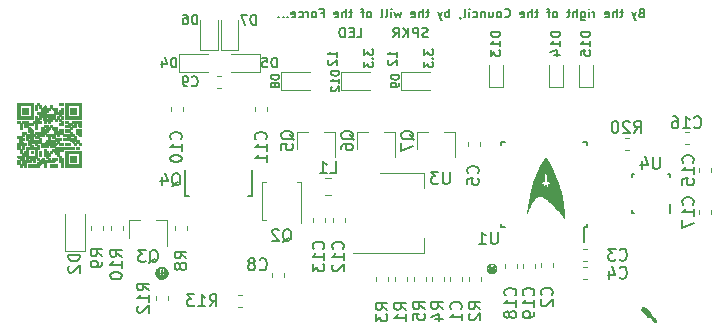
<source format=gbo>
G04 #@! TF.GenerationSoftware,KiCad,Pcbnew,5.0.2+dfsg1-1*
G04 #@! TF.CreationDate,2021-06-07T16:20:21-04:00*
G04 #@! TF.ProjectId,KyberBoard,4b796265-7242-46f6-9172-642e6b696361,rev?*
G04 #@! TF.SameCoordinates,Original*
G04 #@! TF.FileFunction,Legend,Bot*
G04 #@! TF.FilePolarity,Positive*
%FSLAX46Y46*%
G04 Gerber Fmt 4.6, Leading zero omitted, Abs format (unit mm)*
G04 Created by KiCad (PCBNEW 5.0.2+dfsg1-1) date Mon 07 Jun 2021 04:20:21 PM EDT*
%MOMM*%
%LPD*%
G01*
G04 APERTURE LIST*
%ADD10C,0.152400*%
%ADD11C,0.127000*%
%ADD12C,0.150000*%
%ADD13C,0.120000*%
%ADD14C,0.010000*%
%ADD15R,0.405000X1.101000*%
%ADD16O,0.405000X1.101000*%
%ADD17O,1.101000X0.405000*%
%ADD18C,1.050000*%
%ADD19C,1.000000*%
%ADD20R,0.750000X1.350000*%
%ADD21R,2.100000X3.900000*%
%ADD22R,2.100000X1.600000*%
%ADD23C,1.075000*%
%ADD24R,0.900000X1.000000*%
%ADD25R,1.100000X1.100000*%
%ADD26C,1.725000*%
%ADD27R,0.505000X1.090000*%
%ADD28C,0.690000*%
%ADD29R,2.300000X2.300000*%
%ADD30C,2.300000*%
%ADD31C,0.900000*%
%ADD32C,6.500000*%
%ADD33R,2.200000X2.200000*%
%ADD34C,2.200000*%
%ADD35R,0.700000X1.300000*%
%ADD36R,1.300000X0.700000*%
%ADD37R,0.800000X0.700000*%
G04 APERTURE END LIST*
D10*
X146064514Y-66026695D02*
X146451561Y-66026695D01*
X146451561Y-65213895D01*
X145793580Y-65600942D02*
X145522647Y-65600942D01*
X145406533Y-66026695D02*
X145793580Y-66026695D01*
X145793580Y-65213895D01*
X145406533Y-65213895D01*
X145058190Y-66026695D02*
X145058190Y-65213895D01*
X144864666Y-65213895D01*
X144748552Y-65252600D01*
X144671142Y-65330009D01*
X144632438Y-65407419D01*
X144593733Y-65562238D01*
X144593733Y-65678352D01*
X144632438Y-65833171D01*
X144671142Y-65910580D01*
X144748552Y-65987990D01*
X144864666Y-66026695D01*
X145058190Y-66026695D01*
X152073428Y-65987990D02*
X151957314Y-66026695D01*
X151763790Y-66026695D01*
X151686380Y-65987990D01*
X151647676Y-65949285D01*
X151608971Y-65871876D01*
X151608971Y-65794466D01*
X151647676Y-65717057D01*
X151686380Y-65678352D01*
X151763790Y-65639647D01*
X151918609Y-65600942D01*
X151996019Y-65562238D01*
X152034723Y-65523533D01*
X152073428Y-65446123D01*
X152073428Y-65368714D01*
X152034723Y-65291304D01*
X151996019Y-65252600D01*
X151918609Y-65213895D01*
X151725085Y-65213895D01*
X151608971Y-65252600D01*
X151260628Y-66026695D02*
X151260628Y-65213895D01*
X150950990Y-65213895D01*
X150873580Y-65252600D01*
X150834876Y-65291304D01*
X150796171Y-65368714D01*
X150796171Y-65484828D01*
X150834876Y-65562238D01*
X150873580Y-65600942D01*
X150950990Y-65639647D01*
X151260628Y-65639647D01*
X150447828Y-66026695D02*
X150447828Y-65213895D01*
X149983371Y-66026695D02*
X150331714Y-65562238D01*
X149983371Y-65213895D02*
X150447828Y-65678352D01*
X149170571Y-66026695D02*
X149441504Y-65639647D01*
X149635028Y-66026695D02*
X149635028Y-65213895D01*
X149325390Y-65213895D01*
X149247980Y-65252600D01*
X149209276Y-65291304D01*
X149170571Y-65368714D01*
X149170571Y-65484828D01*
X149209276Y-65562238D01*
X149247980Y-65600942D01*
X149325390Y-65639647D01*
X149635028Y-65639647D01*
D11*
X170154285Y-63954428D02*
X170047142Y-63990142D01*
X170011428Y-64025857D01*
X169975714Y-64097285D01*
X169975714Y-64204428D01*
X170011428Y-64275857D01*
X170047142Y-64311571D01*
X170118571Y-64347285D01*
X170404285Y-64347285D01*
X170404285Y-63597285D01*
X170154285Y-63597285D01*
X170082857Y-63633000D01*
X170047142Y-63668714D01*
X170011428Y-63740142D01*
X170011428Y-63811571D01*
X170047142Y-63883000D01*
X170082857Y-63918714D01*
X170154285Y-63954428D01*
X170404285Y-63954428D01*
X169725714Y-63847285D02*
X169547142Y-64347285D01*
X169368571Y-63847285D02*
X169547142Y-64347285D01*
X169618571Y-64525857D01*
X169654285Y-64561571D01*
X169725714Y-64597285D01*
X168618571Y-63847285D02*
X168332857Y-63847285D01*
X168511428Y-63597285D02*
X168511428Y-64240142D01*
X168475714Y-64311571D01*
X168404285Y-64347285D01*
X168332857Y-64347285D01*
X168082857Y-64347285D02*
X168082857Y-63597285D01*
X167761428Y-64347285D02*
X167761428Y-63954428D01*
X167797142Y-63883000D01*
X167868571Y-63847285D01*
X167975714Y-63847285D01*
X168047142Y-63883000D01*
X168082857Y-63918714D01*
X167118571Y-64311571D02*
X167190000Y-64347285D01*
X167332857Y-64347285D01*
X167404285Y-64311571D01*
X167440000Y-64240142D01*
X167440000Y-63954428D01*
X167404285Y-63883000D01*
X167332857Y-63847285D01*
X167190000Y-63847285D01*
X167118571Y-63883000D01*
X167082857Y-63954428D01*
X167082857Y-64025857D01*
X167440000Y-64097285D01*
X166190000Y-64347285D02*
X166190000Y-63847285D01*
X166190000Y-63990142D02*
X166154285Y-63918714D01*
X166118571Y-63883000D01*
X166047142Y-63847285D01*
X165975714Y-63847285D01*
X165725714Y-64347285D02*
X165725714Y-63847285D01*
X165725714Y-63597285D02*
X165761428Y-63633000D01*
X165725714Y-63668714D01*
X165690000Y-63633000D01*
X165725714Y-63597285D01*
X165725714Y-63668714D01*
X165047142Y-63847285D02*
X165047142Y-64454428D01*
X165082857Y-64525857D01*
X165118571Y-64561571D01*
X165190000Y-64597285D01*
X165297142Y-64597285D01*
X165368571Y-64561571D01*
X165047142Y-64311571D02*
X165118571Y-64347285D01*
X165261428Y-64347285D01*
X165332857Y-64311571D01*
X165368571Y-64275857D01*
X165404285Y-64204428D01*
X165404285Y-63990142D01*
X165368571Y-63918714D01*
X165332857Y-63883000D01*
X165261428Y-63847285D01*
X165118571Y-63847285D01*
X165047142Y-63883000D01*
X164690000Y-64347285D02*
X164690000Y-63597285D01*
X164368571Y-64347285D02*
X164368571Y-63954428D01*
X164404285Y-63883000D01*
X164475714Y-63847285D01*
X164582857Y-63847285D01*
X164654285Y-63883000D01*
X164690000Y-63918714D01*
X164118571Y-63847285D02*
X163832857Y-63847285D01*
X164011428Y-63597285D02*
X164011428Y-64240142D01*
X163975714Y-64311571D01*
X163904285Y-64347285D01*
X163832857Y-64347285D01*
X162904285Y-64347285D02*
X162975714Y-64311571D01*
X163011428Y-64275857D01*
X163047142Y-64204428D01*
X163047142Y-63990142D01*
X163011428Y-63918714D01*
X162975714Y-63883000D01*
X162904285Y-63847285D01*
X162797142Y-63847285D01*
X162725714Y-63883000D01*
X162690000Y-63918714D01*
X162654285Y-63990142D01*
X162654285Y-64204428D01*
X162690000Y-64275857D01*
X162725714Y-64311571D01*
X162797142Y-64347285D01*
X162904285Y-64347285D01*
X162440000Y-63847285D02*
X162154285Y-63847285D01*
X162332857Y-64347285D02*
X162332857Y-63704428D01*
X162297142Y-63633000D01*
X162225714Y-63597285D01*
X162154285Y-63597285D01*
X161440000Y-63847285D02*
X161154285Y-63847285D01*
X161332857Y-63597285D02*
X161332857Y-64240142D01*
X161297142Y-64311571D01*
X161225714Y-64347285D01*
X161154285Y-64347285D01*
X160904285Y-64347285D02*
X160904285Y-63597285D01*
X160582857Y-64347285D02*
X160582857Y-63954428D01*
X160618571Y-63883000D01*
X160690000Y-63847285D01*
X160797142Y-63847285D01*
X160868571Y-63883000D01*
X160904285Y-63918714D01*
X159940000Y-64311571D02*
X160011428Y-64347285D01*
X160154285Y-64347285D01*
X160225714Y-64311571D01*
X160261428Y-64240142D01*
X160261428Y-63954428D01*
X160225714Y-63883000D01*
X160154285Y-63847285D01*
X160011428Y-63847285D01*
X159940000Y-63883000D01*
X159904285Y-63954428D01*
X159904285Y-64025857D01*
X160261428Y-64097285D01*
X158582857Y-64275857D02*
X158618571Y-64311571D01*
X158725714Y-64347285D01*
X158797142Y-64347285D01*
X158904285Y-64311571D01*
X158975714Y-64240142D01*
X159011428Y-64168714D01*
X159047142Y-64025857D01*
X159047142Y-63918714D01*
X159011428Y-63775857D01*
X158975714Y-63704428D01*
X158904285Y-63633000D01*
X158797142Y-63597285D01*
X158725714Y-63597285D01*
X158618571Y-63633000D01*
X158582857Y-63668714D01*
X158154285Y-64347285D02*
X158225714Y-64311571D01*
X158261428Y-64275857D01*
X158297142Y-64204428D01*
X158297142Y-63990142D01*
X158261428Y-63918714D01*
X158225714Y-63883000D01*
X158154285Y-63847285D01*
X158047142Y-63847285D01*
X157975714Y-63883000D01*
X157940000Y-63918714D01*
X157904285Y-63990142D01*
X157904285Y-64204428D01*
X157940000Y-64275857D01*
X157975714Y-64311571D01*
X158047142Y-64347285D01*
X158154285Y-64347285D01*
X157261428Y-63847285D02*
X157261428Y-64347285D01*
X157582857Y-63847285D02*
X157582857Y-64240142D01*
X157547142Y-64311571D01*
X157475714Y-64347285D01*
X157368571Y-64347285D01*
X157297142Y-64311571D01*
X157261428Y-64275857D01*
X156904285Y-63847285D02*
X156904285Y-64347285D01*
X156904285Y-63918714D02*
X156868571Y-63883000D01*
X156797142Y-63847285D01*
X156690000Y-63847285D01*
X156618571Y-63883000D01*
X156582857Y-63954428D01*
X156582857Y-64347285D01*
X155904285Y-64311571D02*
X155975714Y-64347285D01*
X156118571Y-64347285D01*
X156190000Y-64311571D01*
X156225714Y-64275857D01*
X156261428Y-64204428D01*
X156261428Y-63990142D01*
X156225714Y-63918714D01*
X156190000Y-63883000D01*
X156118571Y-63847285D01*
X155975714Y-63847285D01*
X155904285Y-63883000D01*
X155582857Y-64347285D02*
X155582857Y-63847285D01*
X155582857Y-63597285D02*
X155618571Y-63633000D01*
X155582857Y-63668714D01*
X155547142Y-63633000D01*
X155582857Y-63597285D01*
X155582857Y-63668714D01*
X155118571Y-64347285D02*
X155190000Y-64311571D01*
X155225714Y-64240142D01*
X155225714Y-63597285D01*
X154797142Y-64311571D02*
X154797142Y-64347285D01*
X154832857Y-64418714D01*
X154868571Y-64454428D01*
X153904285Y-64347285D02*
X153904285Y-63597285D01*
X153904285Y-63883000D02*
X153832857Y-63847285D01*
X153690000Y-63847285D01*
X153618571Y-63883000D01*
X153582857Y-63918714D01*
X153547142Y-63990142D01*
X153547142Y-64204428D01*
X153582857Y-64275857D01*
X153618571Y-64311571D01*
X153690000Y-64347285D01*
X153832857Y-64347285D01*
X153904285Y-64311571D01*
X153297142Y-63847285D02*
X153118571Y-64347285D01*
X152940000Y-63847285D02*
X153118571Y-64347285D01*
X153190000Y-64525857D01*
X153225714Y-64561571D01*
X153297142Y-64597285D01*
X152190000Y-63847285D02*
X151904285Y-63847285D01*
X152082857Y-63597285D02*
X152082857Y-64240142D01*
X152047142Y-64311571D01*
X151975714Y-64347285D01*
X151904285Y-64347285D01*
X151654285Y-64347285D02*
X151654285Y-63597285D01*
X151332857Y-64347285D02*
X151332857Y-63954428D01*
X151368571Y-63883000D01*
X151440000Y-63847285D01*
X151547142Y-63847285D01*
X151618571Y-63883000D01*
X151654285Y-63918714D01*
X150690000Y-64311571D02*
X150761428Y-64347285D01*
X150904285Y-64347285D01*
X150975714Y-64311571D01*
X151011428Y-64240142D01*
X151011428Y-63954428D01*
X150975714Y-63883000D01*
X150904285Y-63847285D01*
X150761428Y-63847285D01*
X150690000Y-63883000D01*
X150654285Y-63954428D01*
X150654285Y-64025857D01*
X151011428Y-64097285D01*
X149832857Y-63847285D02*
X149690000Y-64347285D01*
X149547142Y-63990142D01*
X149404285Y-64347285D01*
X149261428Y-63847285D01*
X148975714Y-64347285D02*
X148975714Y-63847285D01*
X148975714Y-63597285D02*
X149011428Y-63633000D01*
X148975714Y-63668714D01*
X148940000Y-63633000D01*
X148975714Y-63597285D01*
X148975714Y-63668714D01*
X148511428Y-64347285D02*
X148582857Y-64311571D01*
X148618571Y-64240142D01*
X148618571Y-63597285D01*
X148118571Y-64347285D02*
X148190000Y-64311571D01*
X148225714Y-64240142D01*
X148225714Y-63597285D01*
X147154285Y-64347285D02*
X147225714Y-64311571D01*
X147261428Y-64275857D01*
X147297142Y-64204428D01*
X147297142Y-63990142D01*
X147261428Y-63918714D01*
X147225714Y-63883000D01*
X147154285Y-63847285D01*
X147047142Y-63847285D01*
X146975714Y-63883000D01*
X146940000Y-63918714D01*
X146904285Y-63990142D01*
X146904285Y-64204428D01*
X146940000Y-64275857D01*
X146975714Y-64311571D01*
X147047142Y-64347285D01*
X147154285Y-64347285D01*
X146690000Y-63847285D02*
X146404285Y-63847285D01*
X146582857Y-64347285D02*
X146582857Y-63704428D01*
X146547142Y-63633000D01*
X146475714Y-63597285D01*
X146404285Y-63597285D01*
X145690000Y-63847285D02*
X145404285Y-63847285D01*
X145582857Y-63597285D02*
X145582857Y-64240142D01*
X145547142Y-64311571D01*
X145475714Y-64347285D01*
X145404285Y-64347285D01*
X145154285Y-64347285D02*
X145154285Y-63597285D01*
X144832857Y-64347285D02*
X144832857Y-63954428D01*
X144868571Y-63883000D01*
X144940000Y-63847285D01*
X145047142Y-63847285D01*
X145118571Y-63883000D01*
X145154285Y-63918714D01*
X144190000Y-64311571D02*
X144261428Y-64347285D01*
X144404285Y-64347285D01*
X144475714Y-64311571D01*
X144511428Y-64240142D01*
X144511428Y-63954428D01*
X144475714Y-63883000D01*
X144404285Y-63847285D01*
X144261428Y-63847285D01*
X144190000Y-63883000D01*
X144154285Y-63954428D01*
X144154285Y-64025857D01*
X144511428Y-64097285D01*
X143011428Y-63954428D02*
X143261428Y-63954428D01*
X143261428Y-64347285D02*
X143261428Y-63597285D01*
X142904285Y-63597285D01*
X142511428Y-64347285D02*
X142582857Y-64311571D01*
X142618571Y-64275857D01*
X142654285Y-64204428D01*
X142654285Y-63990142D01*
X142618571Y-63918714D01*
X142582857Y-63883000D01*
X142511428Y-63847285D01*
X142404285Y-63847285D01*
X142332857Y-63883000D01*
X142297142Y-63918714D01*
X142261428Y-63990142D01*
X142261428Y-64204428D01*
X142297142Y-64275857D01*
X142332857Y-64311571D01*
X142404285Y-64347285D01*
X142511428Y-64347285D01*
X141940000Y-64347285D02*
X141940000Y-63847285D01*
X141940000Y-63990142D02*
X141904285Y-63918714D01*
X141868571Y-63883000D01*
X141797142Y-63847285D01*
X141725714Y-63847285D01*
X141154285Y-64311571D02*
X141225714Y-64347285D01*
X141368571Y-64347285D01*
X141440000Y-64311571D01*
X141475714Y-64275857D01*
X141511428Y-64204428D01*
X141511428Y-63990142D01*
X141475714Y-63918714D01*
X141440000Y-63883000D01*
X141368571Y-63847285D01*
X141225714Y-63847285D01*
X141154285Y-63883000D01*
X140547142Y-64311571D02*
X140618571Y-64347285D01*
X140761428Y-64347285D01*
X140832857Y-64311571D01*
X140868571Y-64240142D01*
X140868571Y-63954428D01*
X140832857Y-63883000D01*
X140761428Y-63847285D01*
X140618571Y-63847285D01*
X140547142Y-63883000D01*
X140511428Y-63954428D01*
X140511428Y-64025857D01*
X140868571Y-64097285D01*
X140190000Y-64275857D02*
X140154285Y-64311571D01*
X140190000Y-64347285D01*
X140225714Y-64311571D01*
X140190000Y-64275857D01*
X140190000Y-64347285D01*
X139832857Y-64275857D02*
X139797142Y-64311571D01*
X139832857Y-64347285D01*
X139868571Y-64311571D01*
X139832857Y-64275857D01*
X139832857Y-64347285D01*
X139475714Y-64275857D02*
X139440000Y-64311571D01*
X139475714Y-64347285D01*
X139511428Y-64311571D01*
X139475714Y-64275857D01*
X139475714Y-64347285D01*
D12*
G04 #@! TO.C,U4*
X172593000Y-80899000D02*
X172593000Y-80137000D01*
X169333000Y-77618000D02*
X169533000Y-77618000D01*
X169333000Y-77618000D02*
X169333000Y-77818000D01*
X172583000Y-77618000D02*
X172583000Y-77818000D01*
X172583000Y-77618000D02*
X172383000Y-77618000D01*
X169333000Y-80868000D02*
X169533000Y-80868000D01*
X169333000Y-80868000D02*
X169333000Y-80668000D01*
D13*
G04 #@! TO.C,C15*
X175004000Y-77450767D02*
X175004000Y-77108233D01*
X176024000Y-77450767D02*
X176024000Y-77108233D01*
D14*
G04 #@! TO.C,G\002A\002A\002A*
G36*
X157457108Y-85201435D02*
X157441335Y-85202328D01*
X157427687Y-85203697D01*
X157425051Y-85204063D01*
X157388774Y-85211095D01*
X157353657Y-85221255D01*
X157319865Y-85234438D01*
X157287561Y-85250542D01*
X157256909Y-85269463D01*
X157228072Y-85291097D01*
X157201213Y-85315342D01*
X157176497Y-85342093D01*
X157154087Y-85371248D01*
X157148988Y-85378713D01*
X157140057Y-85393130D01*
X157130873Y-85409787D01*
X157121950Y-85427627D01*
X157113803Y-85445590D01*
X157106945Y-85462620D01*
X157103619Y-85472085D01*
X157095433Y-85500023D01*
X157089540Y-85527214D01*
X157085776Y-85554707D01*
X157083975Y-85583550D01*
X157083760Y-85598693D01*
X157085423Y-85635238D01*
X157090365Y-85671115D01*
X157098510Y-85706150D01*
X157109787Y-85740164D01*
X157124122Y-85772982D01*
X157141442Y-85804427D01*
X157161673Y-85834322D01*
X157184743Y-85862491D01*
X157199713Y-85878287D01*
X157226828Y-85903047D01*
X157255811Y-85925008D01*
X157286534Y-85944108D01*
X157318870Y-85960284D01*
X157352691Y-85973475D01*
X157387870Y-85983616D01*
X157424279Y-85990648D01*
X157431404Y-85991637D01*
X157442144Y-85992687D01*
X157455326Y-85993435D01*
X157470017Y-85993873D01*
X157485284Y-85993997D01*
X157500194Y-85993799D01*
X157513816Y-85993274D01*
X157525216Y-85992415D01*
X157526567Y-85992269D01*
X157557383Y-85987327D01*
X157588787Y-85979495D01*
X157620082Y-85969016D01*
X157650568Y-85956133D01*
X157679550Y-85941088D01*
X157688271Y-85935931D01*
X157717318Y-85916262D01*
X157744686Y-85893817D01*
X157770093Y-85868906D01*
X157793258Y-85841838D01*
X157813898Y-85812923D01*
X157831732Y-85782470D01*
X157836405Y-85773260D01*
X157850113Y-85742573D01*
X157860829Y-85712351D01*
X157868703Y-85681954D01*
X157873883Y-85650739D01*
X157876516Y-85618065D01*
X157876935Y-85598000D01*
X157876387Y-85572315D01*
X157875906Y-85565959D01*
X157843280Y-85565959D01*
X157842269Y-85597543D01*
X157838272Y-85628744D01*
X157837421Y-85633321D01*
X157835603Y-85642320D01*
X157833821Y-85650480D01*
X157832217Y-85657205D01*
X157830935Y-85661901D01*
X157830117Y-85663972D01*
X157830032Y-85664020D01*
X157826863Y-85663367D01*
X157821532Y-85661823D01*
X157815036Y-85659713D01*
X157808371Y-85657363D01*
X157802537Y-85655098D01*
X157801942Y-85654849D01*
X157793992Y-85651179D01*
X157791997Y-85650110D01*
X157718760Y-85650110D01*
X157717309Y-85651196D01*
X157713229Y-85653561D01*
X157706928Y-85656985D01*
X157698813Y-85661251D01*
X157689294Y-85666140D01*
X157681083Y-85670281D01*
X157664425Y-85678804D01*
X157650543Y-85686393D01*
X157639064Y-85693363D01*
X157629618Y-85700028D01*
X157621833Y-85706703D01*
X157615335Y-85713705D01*
X157609755Y-85721347D01*
X157604719Y-85729946D01*
X157600397Y-85738653D01*
X157596725Y-85747096D01*
X157593555Y-85755825D01*
X157590731Y-85765442D01*
X157588096Y-85776547D01*
X157585494Y-85789743D01*
X157582770Y-85805631D01*
X157582390Y-85807973D01*
X157577716Y-85835423D01*
X157573009Y-85859717D01*
X157568195Y-85881085D01*
X157563200Y-85899758D01*
X157557947Y-85915964D01*
X157552364Y-85929935D01*
X157546373Y-85941901D01*
X157539902Y-85952091D01*
X157532875Y-85960737D01*
X157532612Y-85961021D01*
X157523086Y-85969520D01*
X157513285Y-85974739D01*
X157502972Y-85976787D01*
X157498070Y-85976699D01*
X157492626Y-85976143D01*
X157488703Y-85975516D01*
X157487369Y-85975080D01*
X157487551Y-85974529D01*
X157474920Y-85974529D01*
X157473349Y-85975674D01*
X157469089Y-85976407D01*
X157462821Y-85976651D01*
X157457563Y-85976488D01*
X157447106Y-85974612D01*
X157440348Y-85971552D01*
X157430748Y-85964104D01*
X157421735Y-85953351D01*
X157413295Y-85939277D01*
X157411557Y-85935820D01*
X157406682Y-85925127D01*
X157402244Y-85913781D01*
X157398134Y-85901376D01*
X157394246Y-85887504D01*
X157390470Y-85871760D01*
X157386700Y-85853739D01*
X157382827Y-85833033D01*
X157380000Y-85816733D01*
X157376857Y-85798638D01*
X157373999Y-85783456D01*
X157371295Y-85770740D01*
X157368614Y-85760040D01*
X157365822Y-85750910D01*
X157362789Y-85742902D01*
X157359382Y-85735567D01*
X157355470Y-85728458D01*
X157352647Y-85723831D01*
X157347440Y-85716285D01*
X157341577Y-85709356D01*
X157334701Y-85702796D01*
X157326460Y-85696352D01*
X157316500Y-85689775D01*
X157304466Y-85682814D01*
X157290005Y-85675218D01*
X157272763Y-85666736D01*
X157270397Y-85665603D01*
X157259838Y-85660438D01*
X157251615Y-85656166D01*
X157245938Y-85652906D01*
X157243019Y-85650776D01*
X157242723Y-85650026D01*
X157245260Y-85649213D01*
X157250464Y-85648699D01*
X157257632Y-85648470D01*
X157266060Y-85648511D01*
X157275043Y-85648807D01*
X157283878Y-85649344D01*
X157291860Y-85650107D01*
X157298285Y-85651081D01*
X157298813Y-85651190D01*
X157317784Y-85656040D01*
X157337443Y-85662593D01*
X157356940Y-85670480D01*
X157375427Y-85679334D01*
X157392053Y-85688786D01*
X157403377Y-85696481D01*
X157417347Y-85706909D01*
X157417387Y-85729078D01*
X157417729Y-85745636D01*
X157418644Y-85764525D01*
X157420049Y-85784754D01*
X157421863Y-85805331D01*
X157424001Y-85825266D01*
X157426380Y-85843566D01*
X157427668Y-85852000D01*
X157432664Y-85878427D01*
X157438639Y-85902297D01*
X157445536Y-85923450D01*
X157453297Y-85941726D01*
X157461865Y-85956962D01*
X157468330Y-85965757D01*
X157471806Y-85970065D01*
X157474194Y-85973270D01*
X157474920Y-85974529D01*
X157487551Y-85974529D01*
X157487913Y-85973437D01*
X157490096Y-85969815D01*
X157493486Y-85964914D01*
X157494523Y-85963501D01*
X157503177Y-85950149D01*
X157510954Y-85934507D01*
X157517882Y-85916453D01*
X157523986Y-85895865D01*
X157529293Y-85872623D01*
X157533829Y-85846603D01*
X157537619Y-85817685D01*
X157540691Y-85785746D01*
X157543069Y-85750665D01*
X157543974Y-85732620D01*
X157545193Y-85705527D01*
X157557047Y-85696536D01*
X157569368Y-85688237D01*
X157584236Y-85679917D01*
X157600833Y-85671931D01*
X157618338Y-85664632D01*
X157635934Y-85658374D01*
X157652801Y-85653509D01*
X157661187Y-85651612D01*
X157668537Y-85650411D01*
X157677070Y-85649454D01*
X157686170Y-85648755D01*
X157695218Y-85648332D01*
X157703596Y-85648200D01*
X157710687Y-85648376D01*
X157715873Y-85648875D01*
X157718537Y-85649713D01*
X157718760Y-85650110D01*
X157791997Y-85650110D01*
X157785443Y-85646599D01*
X157775815Y-85640818D01*
X157764626Y-85633543D01*
X157751395Y-85624484D01*
X157748247Y-85622282D01*
X157727780Y-85607919D01*
X157728511Y-85569516D01*
X157728687Y-85551893D01*
X157728435Y-85536935D01*
X157727685Y-85523937D01*
X157726364Y-85512197D01*
X157724400Y-85501011D01*
X157721723Y-85489676D01*
X157719599Y-85482007D01*
X157714543Y-85466662D01*
X157708536Y-85451922D01*
X157701863Y-85438304D01*
X157694808Y-85426323D01*
X157687656Y-85416494D01*
X157680691Y-85409335D01*
X157678664Y-85407772D01*
X157667605Y-85400942D01*
X157656948Y-85396652D01*
X157645427Y-85394497D01*
X157635787Y-85394038D01*
X157627799Y-85394106D01*
X157622055Y-85394552D01*
X157617416Y-85395585D01*
X157612741Y-85397417D01*
X157609689Y-85398869D01*
X157600823Y-85404376D01*
X157591485Y-85412137D01*
X157582539Y-85421293D01*
X157574851Y-85430987D01*
X157570822Y-85437379D01*
X157567116Y-85444316D01*
X157563854Y-85451109D01*
X157560858Y-85458273D01*
X157557952Y-85466324D01*
X157554958Y-85475778D01*
X157551699Y-85487148D01*
X157547997Y-85500951D01*
X157545084Y-85512196D01*
X157541670Y-85525356D01*
X157538387Y-85537656D01*
X157535101Y-85549538D01*
X157531678Y-85561442D01*
X157527982Y-85573810D01*
X157523879Y-85587082D01*
X157519235Y-85601700D01*
X157513915Y-85618103D01*
X157507785Y-85636733D01*
X157500709Y-85658031D01*
X157499104Y-85662844D01*
X157493815Y-85678507D01*
X157489296Y-85691501D01*
X157485590Y-85701713D01*
X157482738Y-85709032D01*
X157480783Y-85713344D01*
X157479766Y-85714539D01*
X157479722Y-85714490D01*
X157478904Y-85712461D01*
X157477144Y-85707559D01*
X157474561Y-85700127D01*
X157471271Y-85690511D01*
X157467391Y-85679054D01*
X157463040Y-85666099D01*
X157458334Y-85651992D01*
X157455589Y-85643720D01*
X157449030Y-85623877D01*
X157443427Y-85606812D01*
X157438651Y-85592092D01*
X157434571Y-85579289D01*
X157431056Y-85567971D01*
X157427978Y-85557708D01*
X157425206Y-85548068D01*
X157422609Y-85538622D01*
X157420058Y-85528939D01*
X157417423Y-85518587D01*
X157415688Y-85511640D01*
X157410674Y-85492293D01*
X157405922Y-85475879D01*
X157401263Y-85461973D01*
X157396523Y-85450150D01*
X157391531Y-85439985D01*
X157386115Y-85431052D01*
X157380103Y-85422926D01*
X157379542Y-85422237D01*
X157367805Y-85410128D01*
X157355219Y-85401268D01*
X157341888Y-85395680D01*
X157327913Y-85393388D01*
X157313395Y-85394413D01*
X157298437Y-85398778D01*
X157290347Y-85402462D01*
X157280497Y-85409265D01*
X157271033Y-85419366D01*
X157262007Y-85432697D01*
X157253471Y-85449186D01*
X157249972Y-85457212D01*
X157241184Y-85482618D01*
X157235123Y-85509765D01*
X157231830Y-85538330D01*
X157231350Y-85567989D01*
X157232738Y-85589533D01*
X157233405Y-85597605D01*
X157233517Y-85602951D01*
X157233052Y-85606193D01*
X157232132Y-85607813D01*
X157228933Y-85610518D01*
X157223440Y-85614620D01*
X157216237Y-85619728D01*
X157207908Y-85625451D01*
X157199033Y-85631398D01*
X157190198Y-85637178D01*
X157181984Y-85642399D01*
X157174975Y-85646671D01*
X157170120Y-85649411D01*
X157163761Y-85652506D01*
X157156482Y-85655664D01*
X157148971Y-85658636D01*
X157141918Y-85661171D01*
X157136009Y-85663021D01*
X157131934Y-85663934D01*
X157130443Y-85663809D01*
X157129735Y-85661800D01*
X157128547Y-85657185D01*
X157127038Y-85650686D01*
X157125362Y-85643022D01*
X157123678Y-85634914D01*
X157122142Y-85627083D01*
X157120911Y-85620249D01*
X157120731Y-85619167D01*
X157119916Y-85612103D01*
X157119271Y-85602249D01*
X157118821Y-85590196D01*
X157118591Y-85576537D01*
X157118568Y-85569213D01*
X157118642Y-85555838D01*
X157118864Y-85545104D01*
X157119282Y-85536267D01*
X157119948Y-85528583D01*
X157120910Y-85521307D01*
X157122220Y-85513696D01*
X157122345Y-85513028D01*
X157129303Y-85484445D01*
X157139279Y-85455745D01*
X157151976Y-85427498D01*
X157167097Y-85400276D01*
X157184343Y-85374652D01*
X157203418Y-85351196D01*
X157210495Y-85343580D01*
X157233760Y-85321686D01*
X157258920Y-85302369D01*
X157286077Y-85285578D01*
X157315336Y-85271262D01*
X157346800Y-85259370D01*
X157380571Y-85249851D01*
X157414807Y-85242973D01*
X157424838Y-85241720D01*
X157437535Y-85240761D01*
X157452190Y-85240097D01*
X157468097Y-85239729D01*
X157484547Y-85239656D01*
X157500832Y-85239878D01*
X157516246Y-85240397D01*
X157530080Y-85241213D01*
X157541627Y-85242325D01*
X157545803Y-85242909D01*
X157581733Y-85250093D01*
X157615714Y-85259926D01*
X157647681Y-85272370D01*
X157677572Y-85287387D01*
X157705323Y-85304938D01*
X157730872Y-85324986D01*
X157754154Y-85347491D01*
X157775108Y-85372416D01*
X157786773Y-85388873D01*
X157792710Y-85398469D01*
X157799290Y-85410184D01*
X157806120Y-85423216D01*
X157812806Y-85436762D01*
X157818954Y-85450021D01*
X157824173Y-85462192D01*
X157828068Y-85472472D01*
X157828704Y-85474387D01*
X157836468Y-85503834D01*
X157841337Y-85534541D01*
X157843280Y-85565959D01*
X157875906Y-85565959D01*
X157874611Y-85548877D01*
X157871482Y-85526730D01*
X157866874Y-85504919D01*
X157862611Y-85489030D01*
X157850782Y-85454137D01*
X157836094Y-85420937D01*
X157818687Y-85389552D01*
X157798703Y-85360107D01*
X157776284Y-85332725D01*
X157751570Y-85307528D01*
X157724704Y-85284641D01*
X157695826Y-85264186D01*
X157665077Y-85246287D01*
X157632600Y-85231067D01*
X157598534Y-85218649D01*
X157563023Y-85209156D01*
X157535880Y-85204085D01*
X157523181Y-85202607D01*
X157508041Y-85201602D01*
X157491373Y-85201072D01*
X157474091Y-85201016D01*
X157457108Y-85201435D01*
X157457108Y-85201435D01*
G37*
X157457108Y-85201435D02*
X157441335Y-85202328D01*
X157427687Y-85203697D01*
X157425051Y-85204063D01*
X157388774Y-85211095D01*
X157353657Y-85221255D01*
X157319865Y-85234438D01*
X157287561Y-85250542D01*
X157256909Y-85269463D01*
X157228072Y-85291097D01*
X157201213Y-85315342D01*
X157176497Y-85342093D01*
X157154087Y-85371248D01*
X157148988Y-85378713D01*
X157140057Y-85393130D01*
X157130873Y-85409787D01*
X157121950Y-85427627D01*
X157113803Y-85445590D01*
X157106945Y-85462620D01*
X157103619Y-85472085D01*
X157095433Y-85500023D01*
X157089540Y-85527214D01*
X157085776Y-85554707D01*
X157083975Y-85583550D01*
X157083760Y-85598693D01*
X157085423Y-85635238D01*
X157090365Y-85671115D01*
X157098510Y-85706150D01*
X157109787Y-85740164D01*
X157124122Y-85772982D01*
X157141442Y-85804427D01*
X157161673Y-85834322D01*
X157184743Y-85862491D01*
X157199713Y-85878287D01*
X157226828Y-85903047D01*
X157255811Y-85925008D01*
X157286534Y-85944108D01*
X157318870Y-85960284D01*
X157352691Y-85973475D01*
X157387870Y-85983616D01*
X157424279Y-85990648D01*
X157431404Y-85991637D01*
X157442144Y-85992687D01*
X157455326Y-85993435D01*
X157470017Y-85993873D01*
X157485284Y-85993997D01*
X157500194Y-85993799D01*
X157513816Y-85993274D01*
X157525216Y-85992415D01*
X157526567Y-85992269D01*
X157557383Y-85987327D01*
X157588787Y-85979495D01*
X157620082Y-85969016D01*
X157650568Y-85956133D01*
X157679550Y-85941088D01*
X157688271Y-85935931D01*
X157717318Y-85916262D01*
X157744686Y-85893817D01*
X157770093Y-85868906D01*
X157793258Y-85841838D01*
X157813898Y-85812923D01*
X157831732Y-85782470D01*
X157836405Y-85773260D01*
X157850113Y-85742573D01*
X157860829Y-85712351D01*
X157868703Y-85681954D01*
X157873883Y-85650739D01*
X157876516Y-85618065D01*
X157876935Y-85598000D01*
X157876387Y-85572315D01*
X157875906Y-85565959D01*
X157843280Y-85565959D01*
X157842269Y-85597543D01*
X157838272Y-85628744D01*
X157837421Y-85633321D01*
X157835603Y-85642320D01*
X157833821Y-85650480D01*
X157832217Y-85657205D01*
X157830935Y-85661901D01*
X157830117Y-85663972D01*
X157830032Y-85664020D01*
X157826863Y-85663367D01*
X157821532Y-85661823D01*
X157815036Y-85659713D01*
X157808371Y-85657363D01*
X157802537Y-85655098D01*
X157801942Y-85654849D01*
X157793992Y-85651179D01*
X157791997Y-85650110D01*
X157718760Y-85650110D01*
X157717309Y-85651196D01*
X157713229Y-85653561D01*
X157706928Y-85656985D01*
X157698813Y-85661251D01*
X157689294Y-85666140D01*
X157681083Y-85670281D01*
X157664425Y-85678804D01*
X157650543Y-85686393D01*
X157639064Y-85693363D01*
X157629618Y-85700028D01*
X157621833Y-85706703D01*
X157615335Y-85713705D01*
X157609755Y-85721347D01*
X157604719Y-85729946D01*
X157600397Y-85738653D01*
X157596725Y-85747096D01*
X157593555Y-85755825D01*
X157590731Y-85765442D01*
X157588096Y-85776547D01*
X157585494Y-85789743D01*
X157582770Y-85805631D01*
X157582390Y-85807973D01*
X157577716Y-85835423D01*
X157573009Y-85859717D01*
X157568195Y-85881085D01*
X157563200Y-85899758D01*
X157557947Y-85915964D01*
X157552364Y-85929935D01*
X157546373Y-85941901D01*
X157539902Y-85952091D01*
X157532875Y-85960737D01*
X157532612Y-85961021D01*
X157523086Y-85969520D01*
X157513285Y-85974739D01*
X157502972Y-85976787D01*
X157498070Y-85976699D01*
X157492626Y-85976143D01*
X157488703Y-85975516D01*
X157487369Y-85975080D01*
X157487551Y-85974529D01*
X157474920Y-85974529D01*
X157473349Y-85975674D01*
X157469089Y-85976407D01*
X157462821Y-85976651D01*
X157457563Y-85976488D01*
X157447106Y-85974612D01*
X157440348Y-85971552D01*
X157430748Y-85964104D01*
X157421735Y-85953351D01*
X157413295Y-85939277D01*
X157411557Y-85935820D01*
X157406682Y-85925127D01*
X157402244Y-85913781D01*
X157398134Y-85901376D01*
X157394246Y-85887504D01*
X157390470Y-85871760D01*
X157386700Y-85853739D01*
X157382827Y-85833033D01*
X157380000Y-85816733D01*
X157376857Y-85798638D01*
X157373999Y-85783456D01*
X157371295Y-85770740D01*
X157368614Y-85760040D01*
X157365822Y-85750910D01*
X157362789Y-85742902D01*
X157359382Y-85735567D01*
X157355470Y-85728458D01*
X157352647Y-85723831D01*
X157347440Y-85716285D01*
X157341577Y-85709356D01*
X157334701Y-85702796D01*
X157326460Y-85696352D01*
X157316500Y-85689775D01*
X157304466Y-85682814D01*
X157290005Y-85675218D01*
X157272763Y-85666736D01*
X157270397Y-85665603D01*
X157259838Y-85660438D01*
X157251615Y-85656166D01*
X157245938Y-85652906D01*
X157243019Y-85650776D01*
X157242723Y-85650026D01*
X157245260Y-85649213D01*
X157250464Y-85648699D01*
X157257632Y-85648470D01*
X157266060Y-85648511D01*
X157275043Y-85648807D01*
X157283878Y-85649344D01*
X157291860Y-85650107D01*
X157298285Y-85651081D01*
X157298813Y-85651190D01*
X157317784Y-85656040D01*
X157337443Y-85662593D01*
X157356940Y-85670480D01*
X157375427Y-85679334D01*
X157392053Y-85688786D01*
X157403377Y-85696481D01*
X157417347Y-85706909D01*
X157417387Y-85729078D01*
X157417729Y-85745636D01*
X157418644Y-85764525D01*
X157420049Y-85784754D01*
X157421863Y-85805331D01*
X157424001Y-85825266D01*
X157426380Y-85843566D01*
X157427668Y-85852000D01*
X157432664Y-85878427D01*
X157438639Y-85902297D01*
X157445536Y-85923450D01*
X157453297Y-85941726D01*
X157461865Y-85956962D01*
X157468330Y-85965757D01*
X157471806Y-85970065D01*
X157474194Y-85973270D01*
X157474920Y-85974529D01*
X157487551Y-85974529D01*
X157487913Y-85973437D01*
X157490096Y-85969815D01*
X157493486Y-85964914D01*
X157494523Y-85963501D01*
X157503177Y-85950149D01*
X157510954Y-85934507D01*
X157517882Y-85916453D01*
X157523986Y-85895865D01*
X157529293Y-85872623D01*
X157533829Y-85846603D01*
X157537619Y-85817685D01*
X157540691Y-85785746D01*
X157543069Y-85750665D01*
X157543974Y-85732620D01*
X157545193Y-85705527D01*
X157557047Y-85696536D01*
X157569368Y-85688237D01*
X157584236Y-85679917D01*
X157600833Y-85671931D01*
X157618338Y-85664632D01*
X157635934Y-85658374D01*
X157652801Y-85653509D01*
X157661187Y-85651612D01*
X157668537Y-85650411D01*
X157677070Y-85649454D01*
X157686170Y-85648755D01*
X157695218Y-85648332D01*
X157703596Y-85648200D01*
X157710687Y-85648376D01*
X157715873Y-85648875D01*
X157718537Y-85649713D01*
X157718760Y-85650110D01*
X157791997Y-85650110D01*
X157785443Y-85646599D01*
X157775815Y-85640818D01*
X157764626Y-85633543D01*
X157751395Y-85624484D01*
X157748247Y-85622282D01*
X157727780Y-85607919D01*
X157728511Y-85569516D01*
X157728687Y-85551893D01*
X157728435Y-85536935D01*
X157727685Y-85523937D01*
X157726364Y-85512197D01*
X157724400Y-85501011D01*
X157721723Y-85489676D01*
X157719599Y-85482007D01*
X157714543Y-85466662D01*
X157708536Y-85451922D01*
X157701863Y-85438304D01*
X157694808Y-85426323D01*
X157687656Y-85416494D01*
X157680691Y-85409335D01*
X157678664Y-85407772D01*
X157667605Y-85400942D01*
X157656948Y-85396652D01*
X157645427Y-85394497D01*
X157635787Y-85394038D01*
X157627799Y-85394106D01*
X157622055Y-85394552D01*
X157617416Y-85395585D01*
X157612741Y-85397417D01*
X157609689Y-85398869D01*
X157600823Y-85404376D01*
X157591485Y-85412137D01*
X157582539Y-85421293D01*
X157574851Y-85430987D01*
X157570822Y-85437379D01*
X157567116Y-85444316D01*
X157563854Y-85451109D01*
X157560858Y-85458273D01*
X157557952Y-85466324D01*
X157554958Y-85475778D01*
X157551699Y-85487148D01*
X157547997Y-85500951D01*
X157545084Y-85512196D01*
X157541670Y-85525356D01*
X157538387Y-85537656D01*
X157535101Y-85549538D01*
X157531678Y-85561442D01*
X157527982Y-85573810D01*
X157523879Y-85587082D01*
X157519235Y-85601700D01*
X157513915Y-85618103D01*
X157507785Y-85636733D01*
X157500709Y-85658031D01*
X157499104Y-85662844D01*
X157493815Y-85678507D01*
X157489296Y-85691501D01*
X157485590Y-85701713D01*
X157482738Y-85709032D01*
X157480783Y-85713344D01*
X157479766Y-85714539D01*
X157479722Y-85714490D01*
X157478904Y-85712461D01*
X157477144Y-85707559D01*
X157474561Y-85700127D01*
X157471271Y-85690511D01*
X157467391Y-85679054D01*
X157463040Y-85666099D01*
X157458334Y-85651992D01*
X157455589Y-85643720D01*
X157449030Y-85623877D01*
X157443427Y-85606812D01*
X157438651Y-85592092D01*
X157434571Y-85579289D01*
X157431056Y-85567971D01*
X157427978Y-85557708D01*
X157425206Y-85548068D01*
X157422609Y-85538622D01*
X157420058Y-85528939D01*
X157417423Y-85518587D01*
X157415688Y-85511640D01*
X157410674Y-85492293D01*
X157405922Y-85475879D01*
X157401263Y-85461973D01*
X157396523Y-85450150D01*
X157391531Y-85439985D01*
X157386115Y-85431052D01*
X157380103Y-85422926D01*
X157379542Y-85422237D01*
X157367805Y-85410128D01*
X157355219Y-85401268D01*
X157341888Y-85395680D01*
X157327913Y-85393388D01*
X157313395Y-85394413D01*
X157298437Y-85398778D01*
X157290347Y-85402462D01*
X157280497Y-85409265D01*
X157271033Y-85419366D01*
X157262007Y-85432697D01*
X157253471Y-85449186D01*
X157249972Y-85457212D01*
X157241184Y-85482618D01*
X157235123Y-85509765D01*
X157231830Y-85538330D01*
X157231350Y-85567989D01*
X157232738Y-85589533D01*
X157233405Y-85597605D01*
X157233517Y-85602951D01*
X157233052Y-85606193D01*
X157232132Y-85607813D01*
X157228933Y-85610518D01*
X157223440Y-85614620D01*
X157216237Y-85619728D01*
X157207908Y-85625451D01*
X157199033Y-85631398D01*
X157190198Y-85637178D01*
X157181984Y-85642399D01*
X157174975Y-85646671D01*
X157170120Y-85649411D01*
X157163761Y-85652506D01*
X157156482Y-85655664D01*
X157148971Y-85658636D01*
X157141918Y-85661171D01*
X157136009Y-85663021D01*
X157131934Y-85663934D01*
X157130443Y-85663809D01*
X157129735Y-85661800D01*
X157128547Y-85657185D01*
X157127038Y-85650686D01*
X157125362Y-85643022D01*
X157123678Y-85634914D01*
X157122142Y-85627083D01*
X157120911Y-85620249D01*
X157120731Y-85619167D01*
X157119916Y-85612103D01*
X157119271Y-85602249D01*
X157118821Y-85590196D01*
X157118591Y-85576537D01*
X157118568Y-85569213D01*
X157118642Y-85555838D01*
X157118864Y-85545104D01*
X157119282Y-85536267D01*
X157119948Y-85528583D01*
X157120910Y-85521307D01*
X157122220Y-85513696D01*
X157122345Y-85513028D01*
X157129303Y-85484445D01*
X157139279Y-85455745D01*
X157151976Y-85427498D01*
X157167097Y-85400276D01*
X157184343Y-85374652D01*
X157203418Y-85351196D01*
X157210495Y-85343580D01*
X157233760Y-85321686D01*
X157258920Y-85302369D01*
X157286077Y-85285578D01*
X157315336Y-85271262D01*
X157346800Y-85259370D01*
X157380571Y-85249851D01*
X157414807Y-85242973D01*
X157424838Y-85241720D01*
X157437535Y-85240761D01*
X157452190Y-85240097D01*
X157468097Y-85239729D01*
X157484547Y-85239656D01*
X157500832Y-85239878D01*
X157516246Y-85240397D01*
X157530080Y-85241213D01*
X157541627Y-85242325D01*
X157545803Y-85242909D01*
X157581733Y-85250093D01*
X157615714Y-85259926D01*
X157647681Y-85272370D01*
X157677572Y-85287387D01*
X157705323Y-85304938D01*
X157730872Y-85324986D01*
X157754154Y-85347491D01*
X157775108Y-85372416D01*
X157786773Y-85388873D01*
X157792710Y-85398469D01*
X157799290Y-85410184D01*
X157806120Y-85423216D01*
X157812806Y-85436762D01*
X157818954Y-85450021D01*
X157824173Y-85462192D01*
X157828068Y-85472472D01*
X157828704Y-85474387D01*
X157836468Y-85503834D01*
X157841337Y-85534541D01*
X157843280Y-85565959D01*
X157875906Y-85565959D01*
X157874611Y-85548877D01*
X157871482Y-85526730D01*
X157866874Y-85504919D01*
X157862611Y-85489030D01*
X157850782Y-85454137D01*
X157836094Y-85420937D01*
X157818687Y-85389552D01*
X157798703Y-85360107D01*
X157776284Y-85332725D01*
X157751570Y-85307528D01*
X157724704Y-85284641D01*
X157695826Y-85264186D01*
X157665077Y-85246287D01*
X157632600Y-85231067D01*
X157598534Y-85218649D01*
X157563023Y-85209156D01*
X157535880Y-85204085D01*
X157523181Y-85202607D01*
X157508041Y-85201602D01*
X157491373Y-85201072D01*
X157474091Y-85201016D01*
X157457108Y-85201435D01*
G36*
X129339916Y-85622161D02*
X129321908Y-85635101D01*
X129293801Y-85663975D01*
X129264271Y-85705066D01*
X129237850Y-85751165D01*
X129219069Y-85795059D01*
X129216789Y-85802378D01*
X129208141Y-85847304D01*
X129205130Y-85897160D01*
X129207851Y-85943424D01*
X129214850Y-85973839D01*
X129219648Y-85991881D01*
X129215226Y-85994453D01*
X129204261Y-85978294D01*
X129194530Y-85947226D01*
X129187275Y-85906660D01*
X129183743Y-85862008D01*
X129183635Y-85857080D01*
X129182756Y-85801200D01*
X129163871Y-85841776D01*
X129142735Y-85907294D01*
X129137099Y-85975662D01*
X129142584Y-86019439D01*
X129147377Y-86050981D01*
X129145095Y-86068827D01*
X129143325Y-86070709D01*
X129138360Y-86084813D01*
X129143552Y-86111265D01*
X129156887Y-86146141D01*
X129176355Y-86185514D01*
X129199942Y-86225460D01*
X129225638Y-86262051D01*
X129251431Y-86291364D01*
X129260640Y-86299615D01*
X129319502Y-86341125D01*
X129380512Y-86369186D01*
X129449255Y-86385727D01*
X129529786Y-86392630D01*
X129584641Y-86393515D01*
X129625201Y-86391629D01*
X129657373Y-86386391D01*
X129687063Y-86377219D01*
X129687320Y-86377123D01*
X129768794Y-86339477D01*
X129833334Y-86292899D01*
X129883125Y-86235342D01*
X129920354Y-86164758D01*
X129924102Y-86155260D01*
X129936525Y-86107359D01*
X129943594Y-86047319D01*
X129945119Y-85982655D01*
X129940909Y-85920882D01*
X129931317Y-85871353D01*
X129919605Y-85836412D01*
X129909832Y-85816637D01*
X129903268Y-85813128D01*
X129901186Y-85826984D01*
X129902979Y-85846875D01*
X129903527Y-85877438D01*
X129899257Y-85913412D01*
X129891597Y-85947988D01*
X129881975Y-85974359D01*
X129874040Y-85984846D01*
X129870227Y-85980002D01*
X129871947Y-85961214D01*
X129872893Y-85956645D01*
X129879496Y-85881987D01*
X129867709Y-85806709D01*
X129838874Y-85735043D01*
X129794332Y-85671221D01*
X129776502Y-85652686D01*
X129752445Y-85631223D01*
X129739233Y-85623086D01*
X129738014Y-85628480D01*
X129755208Y-85673479D01*
X129765655Y-85705023D01*
X129770253Y-85728482D01*
X129769904Y-85749226D01*
X129765507Y-85772627D01*
X129763554Y-85780880D01*
X129750588Y-85818974D01*
X129730720Y-85861158D01*
X129717364Y-85883985D01*
X129683407Y-85936291D01*
X129703144Y-85988234D01*
X129715019Y-86030327D01*
X129722022Y-86076114D01*
X129722824Y-86093408D01*
X129719611Y-86150643D01*
X129708150Y-86195936D01*
X129685496Y-86236061D01*
X129648704Y-86277791D01*
X129638184Y-86288085D01*
X129575560Y-86348251D01*
X129569143Y-86318565D01*
X129563488Y-86283332D01*
X129561778Y-86251931D01*
X129564007Y-86229951D01*
X129569236Y-86222840D01*
X129582477Y-86229791D01*
X129590800Y-86238080D01*
X129606809Y-86252381D01*
X129614121Y-86249619D01*
X129610376Y-86232036D01*
X129606301Y-86223344D01*
X129595723Y-86201688D01*
X129590839Y-86189324D01*
X129590800Y-86188938D01*
X129599822Y-86184950D01*
X129622664Y-86179938D01*
X129636520Y-86177651D01*
X129666459Y-86170697D01*
X129680453Y-86162580D01*
X129677423Y-86155520D01*
X129656286Y-86151736D01*
X129649220Y-86151564D01*
X129614799Y-86148465D01*
X129597690Y-86137747D01*
X129595477Y-86116656D01*
X129600787Y-86096366D01*
X129607616Y-86069111D01*
X129607310Y-86054464D01*
X129601103Y-86054860D01*
X129590230Y-86072733D01*
X129589550Y-86074207D01*
X129578161Y-86093440D01*
X129568850Y-86100920D01*
X129565557Y-86091395D01*
X129562653Y-86065359D01*
X129560426Y-86026623D01*
X129559163Y-85978994D01*
X129559076Y-85971380D01*
X129557967Y-85908472D01*
X129555947Y-85840016D01*
X129553331Y-85775418D01*
X129551167Y-85735160D01*
X129544503Y-85628480D01*
X129537558Y-85694520D01*
X129534472Y-85730360D01*
X129531099Y-85780124D01*
X129527835Y-85837425D01*
X129525072Y-85895878D01*
X129524900Y-85900042D01*
X129520991Y-85973970D01*
X129516116Y-86027865D01*
X129510231Y-86061991D01*
X129503290Y-86076615D01*
X129495354Y-86072177D01*
X129483763Y-86059345D01*
X129477520Y-86062898D01*
X129478222Y-86079250D01*
X129484118Y-86097399D01*
X129492934Y-86121869D01*
X129495823Y-86137172D01*
X129495253Y-86138894D01*
X129483329Y-86142863D01*
X129458853Y-86147466D01*
X129449400Y-86148832D01*
X129422764Y-86154847D01*
X129409213Y-86162460D01*
X129410800Y-86169092D01*
X129429583Y-86172165D01*
X129430780Y-86172178D01*
X129460328Y-86175069D01*
X129476191Y-86178362D01*
X129490939Y-86184031D01*
X129492667Y-86193969D01*
X129483811Y-86213279D01*
X129471417Y-86241730D01*
X129470517Y-86255706D01*
X129480730Y-86254114D01*
X129494280Y-86243160D01*
X129519680Y-86219297D01*
X129519680Y-86282028D01*
X129519223Y-86314709D01*
X129518030Y-86337400D01*
X129516574Y-86344760D01*
X129502216Y-86337728D01*
X129479231Y-86319440D01*
X129452173Y-86294103D01*
X129425595Y-86265924D01*
X129407806Y-86244253D01*
X129375061Y-86187787D01*
X129360545Y-86128242D01*
X129363880Y-86062771D01*
X129376035Y-86014560D01*
X129235200Y-86014560D01*
X129230120Y-86019640D01*
X129225040Y-86014560D01*
X129230120Y-86009480D01*
X129235200Y-86014560D01*
X129376035Y-86014560D01*
X129376983Y-86010803D01*
X129398612Y-85943440D01*
X129357546Y-85864153D01*
X129329188Y-85799751D01*
X129316637Y-85745111D01*
X129319634Y-85697556D01*
X129337386Y-85655274D01*
X129351537Y-85628933D01*
X129352410Y-85617934D01*
X129339916Y-85622161D01*
X129339916Y-85622161D01*
G37*
X129339916Y-85622161D02*
X129321908Y-85635101D01*
X129293801Y-85663975D01*
X129264271Y-85705066D01*
X129237850Y-85751165D01*
X129219069Y-85795059D01*
X129216789Y-85802378D01*
X129208141Y-85847304D01*
X129205130Y-85897160D01*
X129207851Y-85943424D01*
X129214850Y-85973839D01*
X129219648Y-85991881D01*
X129215226Y-85994453D01*
X129204261Y-85978294D01*
X129194530Y-85947226D01*
X129187275Y-85906660D01*
X129183743Y-85862008D01*
X129183635Y-85857080D01*
X129182756Y-85801200D01*
X129163871Y-85841776D01*
X129142735Y-85907294D01*
X129137099Y-85975662D01*
X129142584Y-86019439D01*
X129147377Y-86050981D01*
X129145095Y-86068827D01*
X129143325Y-86070709D01*
X129138360Y-86084813D01*
X129143552Y-86111265D01*
X129156887Y-86146141D01*
X129176355Y-86185514D01*
X129199942Y-86225460D01*
X129225638Y-86262051D01*
X129251431Y-86291364D01*
X129260640Y-86299615D01*
X129319502Y-86341125D01*
X129380512Y-86369186D01*
X129449255Y-86385727D01*
X129529786Y-86392630D01*
X129584641Y-86393515D01*
X129625201Y-86391629D01*
X129657373Y-86386391D01*
X129687063Y-86377219D01*
X129687320Y-86377123D01*
X129768794Y-86339477D01*
X129833334Y-86292899D01*
X129883125Y-86235342D01*
X129920354Y-86164758D01*
X129924102Y-86155260D01*
X129936525Y-86107359D01*
X129943594Y-86047319D01*
X129945119Y-85982655D01*
X129940909Y-85920882D01*
X129931317Y-85871353D01*
X129919605Y-85836412D01*
X129909832Y-85816637D01*
X129903268Y-85813128D01*
X129901186Y-85826984D01*
X129902979Y-85846875D01*
X129903527Y-85877438D01*
X129899257Y-85913412D01*
X129891597Y-85947988D01*
X129881975Y-85974359D01*
X129874040Y-85984846D01*
X129870227Y-85980002D01*
X129871947Y-85961214D01*
X129872893Y-85956645D01*
X129879496Y-85881987D01*
X129867709Y-85806709D01*
X129838874Y-85735043D01*
X129794332Y-85671221D01*
X129776502Y-85652686D01*
X129752445Y-85631223D01*
X129739233Y-85623086D01*
X129738014Y-85628480D01*
X129755208Y-85673479D01*
X129765655Y-85705023D01*
X129770253Y-85728482D01*
X129769904Y-85749226D01*
X129765507Y-85772627D01*
X129763554Y-85780880D01*
X129750588Y-85818974D01*
X129730720Y-85861158D01*
X129717364Y-85883985D01*
X129683407Y-85936291D01*
X129703144Y-85988234D01*
X129715019Y-86030327D01*
X129722022Y-86076114D01*
X129722824Y-86093408D01*
X129719611Y-86150643D01*
X129708150Y-86195936D01*
X129685496Y-86236061D01*
X129648704Y-86277791D01*
X129638184Y-86288085D01*
X129575560Y-86348251D01*
X129569143Y-86318565D01*
X129563488Y-86283332D01*
X129561778Y-86251931D01*
X129564007Y-86229951D01*
X129569236Y-86222840D01*
X129582477Y-86229791D01*
X129590800Y-86238080D01*
X129606809Y-86252381D01*
X129614121Y-86249619D01*
X129610376Y-86232036D01*
X129606301Y-86223344D01*
X129595723Y-86201688D01*
X129590839Y-86189324D01*
X129590800Y-86188938D01*
X129599822Y-86184950D01*
X129622664Y-86179938D01*
X129636520Y-86177651D01*
X129666459Y-86170697D01*
X129680453Y-86162580D01*
X129677423Y-86155520D01*
X129656286Y-86151736D01*
X129649220Y-86151564D01*
X129614799Y-86148465D01*
X129597690Y-86137747D01*
X129595477Y-86116656D01*
X129600787Y-86096366D01*
X129607616Y-86069111D01*
X129607310Y-86054464D01*
X129601103Y-86054860D01*
X129590230Y-86072733D01*
X129589550Y-86074207D01*
X129578161Y-86093440D01*
X129568850Y-86100920D01*
X129565557Y-86091395D01*
X129562653Y-86065359D01*
X129560426Y-86026623D01*
X129559163Y-85978994D01*
X129559076Y-85971380D01*
X129557967Y-85908472D01*
X129555947Y-85840016D01*
X129553331Y-85775418D01*
X129551167Y-85735160D01*
X129544503Y-85628480D01*
X129537558Y-85694520D01*
X129534472Y-85730360D01*
X129531099Y-85780124D01*
X129527835Y-85837425D01*
X129525072Y-85895878D01*
X129524900Y-85900042D01*
X129520991Y-85973970D01*
X129516116Y-86027865D01*
X129510231Y-86061991D01*
X129503290Y-86076615D01*
X129495354Y-86072177D01*
X129483763Y-86059345D01*
X129477520Y-86062898D01*
X129478222Y-86079250D01*
X129484118Y-86097399D01*
X129492934Y-86121869D01*
X129495823Y-86137172D01*
X129495253Y-86138894D01*
X129483329Y-86142863D01*
X129458853Y-86147466D01*
X129449400Y-86148832D01*
X129422764Y-86154847D01*
X129409213Y-86162460D01*
X129410800Y-86169092D01*
X129429583Y-86172165D01*
X129430780Y-86172178D01*
X129460328Y-86175069D01*
X129476191Y-86178362D01*
X129490939Y-86184031D01*
X129492667Y-86193969D01*
X129483811Y-86213279D01*
X129471417Y-86241730D01*
X129470517Y-86255706D01*
X129480730Y-86254114D01*
X129494280Y-86243160D01*
X129519680Y-86219297D01*
X129519680Y-86282028D01*
X129519223Y-86314709D01*
X129518030Y-86337400D01*
X129516574Y-86344760D01*
X129502216Y-86337728D01*
X129479231Y-86319440D01*
X129452173Y-86294103D01*
X129425595Y-86265924D01*
X129407806Y-86244253D01*
X129375061Y-86187787D01*
X129360545Y-86128242D01*
X129363880Y-86062771D01*
X129376035Y-86014560D01*
X129235200Y-86014560D01*
X129230120Y-86019640D01*
X129225040Y-86014560D01*
X129230120Y-86009480D01*
X129235200Y-86014560D01*
X129376035Y-86014560D01*
X129376983Y-86010803D01*
X129398612Y-85943440D01*
X129357546Y-85864153D01*
X129329188Y-85799751D01*
X129316637Y-85745111D01*
X129319634Y-85697556D01*
X129337386Y-85655274D01*
X129351537Y-85628933D01*
X129352410Y-85617934D01*
X129339916Y-85622161D01*
G36*
X129419651Y-85470244D02*
X129327822Y-85502770D01*
X129242197Y-85553331D01*
X129173184Y-85612901D01*
X129110950Y-85685096D01*
X129066440Y-85758537D01*
X129038192Y-85837127D01*
X129024746Y-85924767D01*
X129023953Y-86011432D01*
X129027566Y-86068268D01*
X129033688Y-86111998D01*
X129043650Y-86149802D01*
X129055330Y-86180729D01*
X129103044Y-86269509D01*
X129166480Y-86347296D01*
X129243100Y-86411989D01*
X129330368Y-86461491D01*
X129425746Y-86493701D01*
X129436361Y-86496043D01*
X129506672Y-86505166D01*
X129580733Y-86505271D01*
X129649803Y-86496635D01*
X129682528Y-86488250D01*
X129779273Y-86447745D01*
X129865068Y-86392561D01*
X129938087Y-86324625D01*
X129996505Y-86245863D01*
X130038496Y-86158204D01*
X130057093Y-86092799D01*
X130066928Y-86006296D01*
X129993355Y-86006296D01*
X129980246Y-86094217D01*
X129950210Y-86176397D01*
X129904909Y-86250803D01*
X129846006Y-86315407D01*
X129775161Y-86368177D01*
X129694036Y-86407083D01*
X129604294Y-86430095D01*
X129562267Y-86434677D01*
X129540679Y-86433913D01*
X129506390Y-86430453D01*
X129466726Y-86425041D01*
X129465747Y-86424890D01*
X129374076Y-86401492D01*
X129293977Y-86361405D01*
X129225254Y-86304505D01*
X129174706Y-86241440D01*
X129128441Y-86156004D01*
X129101840Y-86066863D01*
X129094304Y-85971855D01*
X129094968Y-85953163D01*
X129098363Y-85908494D01*
X129104574Y-85873090D01*
X129115827Y-85838851D01*
X129134349Y-85797681D01*
X129142034Y-85782005D01*
X129181005Y-85714471D01*
X129225790Y-85660737D01*
X129281119Y-85616224D01*
X129351719Y-85576353D01*
X129357120Y-85573731D01*
X129391843Y-85557512D01*
X129419359Y-85546947D01*
X129445859Y-85540826D01*
X129477533Y-85537942D01*
X129520573Y-85537085D01*
X129545080Y-85537040D01*
X129595837Y-85537454D01*
X129632267Y-85539406D01*
X129660356Y-85543963D01*
X129686092Y-85552190D01*
X129715461Y-85565152D01*
X129722880Y-85568685D01*
X129809964Y-85619690D01*
X129879815Y-85681266D01*
X129932937Y-85754074D01*
X129969839Y-85838773D01*
X129987876Y-85914663D01*
X129993355Y-86006296D01*
X130066928Y-86006296D01*
X130068750Y-85990279D01*
X130061221Y-85891205D01*
X130035576Y-85797451D01*
X129992888Y-85710891D01*
X129934230Y-85633400D01*
X129860672Y-85566853D01*
X129773288Y-85513122D01*
X129710095Y-85486144D01*
X129613014Y-85461406D01*
X129515458Y-85456281D01*
X129419651Y-85470244D01*
X129419651Y-85470244D01*
G37*
X129419651Y-85470244D02*
X129327822Y-85502770D01*
X129242197Y-85553331D01*
X129173184Y-85612901D01*
X129110950Y-85685096D01*
X129066440Y-85758537D01*
X129038192Y-85837127D01*
X129024746Y-85924767D01*
X129023953Y-86011432D01*
X129027566Y-86068268D01*
X129033688Y-86111998D01*
X129043650Y-86149802D01*
X129055330Y-86180729D01*
X129103044Y-86269509D01*
X129166480Y-86347296D01*
X129243100Y-86411989D01*
X129330368Y-86461491D01*
X129425746Y-86493701D01*
X129436361Y-86496043D01*
X129506672Y-86505166D01*
X129580733Y-86505271D01*
X129649803Y-86496635D01*
X129682528Y-86488250D01*
X129779273Y-86447745D01*
X129865068Y-86392561D01*
X129938087Y-86324625D01*
X129996505Y-86245863D01*
X130038496Y-86158204D01*
X130057093Y-86092799D01*
X130066928Y-86006296D01*
X129993355Y-86006296D01*
X129980246Y-86094217D01*
X129950210Y-86176397D01*
X129904909Y-86250803D01*
X129846006Y-86315407D01*
X129775161Y-86368177D01*
X129694036Y-86407083D01*
X129604294Y-86430095D01*
X129562267Y-86434677D01*
X129540679Y-86433913D01*
X129506390Y-86430453D01*
X129466726Y-86425041D01*
X129465747Y-86424890D01*
X129374076Y-86401492D01*
X129293977Y-86361405D01*
X129225254Y-86304505D01*
X129174706Y-86241440D01*
X129128441Y-86156004D01*
X129101840Y-86066863D01*
X129094304Y-85971855D01*
X129094968Y-85953163D01*
X129098363Y-85908494D01*
X129104574Y-85873090D01*
X129115827Y-85838851D01*
X129134349Y-85797681D01*
X129142034Y-85782005D01*
X129181005Y-85714471D01*
X129225790Y-85660737D01*
X129281119Y-85616224D01*
X129351719Y-85576353D01*
X129357120Y-85573731D01*
X129391843Y-85557512D01*
X129419359Y-85546947D01*
X129445859Y-85540826D01*
X129477533Y-85537942D01*
X129520573Y-85537085D01*
X129545080Y-85537040D01*
X129595837Y-85537454D01*
X129632267Y-85539406D01*
X129660356Y-85543963D01*
X129686092Y-85552190D01*
X129715461Y-85565152D01*
X129722880Y-85568685D01*
X129809964Y-85619690D01*
X129879815Y-85681266D01*
X129932937Y-85754074D01*
X129969839Y-85838773D01*
X129987876Y-85914663D01*
X129993355Y-86006296D01*
X130066928Y-86006296D01*
X130068750Y-85990279D01*
X130061221Y-85891205D01*
X130035576Y-85797451D01*
X129992888Y-85710891D01*
X129934230Y-85633400D01*
X129860672Y-85566853D01*
X129773288Y-85513122D01*
X129710095Y-85486144D01*
X129613014Y-85461406D01*
X129515458Y-85456281D01*
X129419651Y-85470244D01*
G36*
X170767853Y-89648046D02*
X170777226Y-89656887D01*
X170786588Y-89645635D01*
X170792080Y-89639499D01*
X170796533Y-89635345D01*
X170798476Y-89634221D01*
X170800494Y-89632495D01*
X170805545Y-89627682D01*
X170813144Y-89620272D01*
X170822805Y-89610750D01*
X170834043Y-89599604D01*
X170846370Y-89587321D01*
X170859303Y-89574389D01*
X170872354Y-89561293D01*
X170885039Y-89548522D01*
X170896871Y-89536562D01*
X170907366Y-89525900D01*
X170916036Y-89517025D01*
X170922397Y-89510421D01*
X170925963Y-89506578D01*
X170926545Y-89505790D01*
X170925213Y-89503919D01*
X170921809Y-89499119D01*
X170918887Y-89494995D01*
X170914257Y-89488896D01*
X170910688Y-89484983D01*
X170909475Y-89484200D01*
X170907346Y-89485968D01*
X170902105Y-89490998D01*
X170894151Y-89498883D01*
X170883884Y-89509213D01*
X170871703Y-89521582D01*
X170858007Y-89535580D01*
X170843197Y-89550799D01*
X170827671Y-89566832D01*
X170811828Y-89583269D01*
X170796069Y-89599704D01*
X170780839Y-89615678D01*
X170758479Y-89639206D01*
X170767853Y-89648046D01*
X170767853Y-89648046D01*
G37*
X170767853Y-89648046D02*
X170777226Y-89656887D01*
X170786588Y-89645635D01*
X170792080Y-89639499D01*
X170796533Y-89635345D01*
X170798476Y-89634221D01*
X170800494Y-89632495D01*
X170805545Y-89627682D01*
X170813144Y-89620272D01*
X170822805Y-89610750D01*
X170834043Y-89599604D01*
X170846370Y-89587321D01*
X170859303Y-89574389D01*
X170872354Y-89561293D01*
X170885039Y-89548522D01*
X170896871Y-89536562D01*
X170907366Y-89525900D01*
X170916036Y-89517025D01*
X170922397Y-89510421D01*
X170925963Y-89506578D01*
X170926545Y-89505790D01*
X170925213Y-89503919D01*
X170921809Y-89499119D01*
X170918887Y-89494995D01*
X170914257Y-89488896D01*
X170910688Y-89484983D01*
X170909475Y-89484200D01*
X170907346Y-89485968D01*
X170902105Y-89490998D01*
X170894151Y-89498883D01*
X170883884Y-89509213D01*
X170871703Y-89521582D01*
X170858007Y-89535580D01*
X170843197Y-89550799D01*
X170827671Y-89566832D01*
X170811828Y-89583269D01*
X170796069Y-89599704D01*
X170780839Y-89615678D01*
X170758479Y-89639206D01*
X170767853Y-89648046D01*
G36*
X170810858Y-89647744D02*
X170815506Y-89654691D01*
X170822041Y-89662546D01*
X170825487Y-89666130D01*
X170835459Y-89675867D01*
X170887459Y-89623021D01*
X170900684Y-89609519D01*
X170912669Y-89597161D01*
X170922971Y-89586415D01*
X170931146Y-89577750D01*
X170936749Y-89571632D01*
X170939336Y-89568529D01*
X170939460Y-89568271D01*
X170937788Y-89565696D01*
X170933352Y-89560557D01*
X170927017Y-89553842D01*
X170925160Y-89551953D01*
X170918293Y-89545220D01*
X170912785Y-89540167D01*
X170909596Y-89537665D01*
X170909261Y-89537540D01*
X170907122Y-89539267D01*
X170901875Y-89544146D01*
X170893987Y-89551721D01*
X170883928Y-89561538D01*
X170872167Y-89573142D01*
X170859171Y-89586077D01*
X170856931Y-89588318D01*
X170806201Y-89639096D01*
X170810858Y-89647744D01*
X170810858Y-89647744D01*
G37*
X170810858Y-89647744D02*
X170815506Y-89654691D01*
X170822041Y-89662546D01*
X170825487Y-89666130D01*
X170835459Y-89675867D01*
X170887459Y-89623021D01*
X170900684Y-89609519D01*
X170912669Y-89597161D01*
X170922971Y-89586415D01*
X170931146Y-89577750D01*
X170936749Y-89571632D01*
X170939336Y-89568529D01*
X170939460Y-89568271D01*
X170937788Y-89565696D01*
X170933352Y-89560557D01*
X170927017Y-89553842D01*
X170925160Y-89551953D01*
X170918293Y-89545220D01*
X170912785Y-89540167D01*
X170909596Y-89537665D01*
X170909261Y-89537540D01*
X170907122Y-89539267D01*
X170901875Y-89544146D01*
X170893987Y-89551721D01*
X170883928Y-89561538D01*
X170872167Y-89573142D01*
X170859171Y-89586077D01*
X170856931Y-89588318D01*
X170806201Y-89639096D01*
X170810858Y-89647744D01*
G36*
X170171191Y-89065736D02*
X170174624Y-89085976D01*
X170176756Y-89094681D01*
X170178992Y-89102076D01*
X170181807Y-89109114D01*
X170185673Y-89116745D01*
X170191061Y-89125923D01*
X170198445Y-89137599D01*
X170206074Y-89149328D01*
X170213633Y-89160767D01*
X170220413Y-89170646D01*
X170226969Y-89179626D01*
X170233859Y-89188364D01*
X170241639Y-89197520D01*
X170250866Y-89207753D01*
X170262097Y-89219721D01*
X170275888Y-89234084D01*
X170289753Y-89248372D01*
X170303988Y-89263059D01*
X170317300Y-89276896D01*
X170329215Y-89289380D01*
X170339257Y-89300011D01*
X170346953Y-89308289D01*
X170351827Y-89313712D01*
X170353129Y-89315290D01*
X170356732Y-89319760D01*
X170363004Y-89327185D01*
X170371229Y-89336730D01*
X170380692Y-89347562D01*
X170386956Y-89354660D01*
X170410871Y-89381650D01*
X170431867Y-89405349D01*
X170450393Y-89426263D01*
X170466901Y-89444902D01*
X170481839Y-89461775D01*
X170495659Y-89477390D01*
X170508811Y-89492255D01*
X170521746Y-89506880D01*
X170534912Y-89521774D01*
X170542113Y-89529920D01*
X170565201Y-89556054D01*
X170585163Y-89578658D01*
X170602252Y-89597996D01*
X170616720Y-89614330D01*
X170628821Y-89627923D01*
X170638807Y-89639039D01*
X170646932Y-89647941D01*
X170653447Y-89654892D01*
X170658607Y-89660155D01*
X170662663Y-89663993D01*
X170665870Y-89666670D01*
X170668479Y-89668448D01*
X170670744Y-89669591D01*
X170672917Y-89670362D01*
X170675252Y-89671024D01*
X170678001Y-89671840D01*
X170678737Y-89672083D01*
X170701998Y-89677852D01*
X170723815Y-89678846D01*
X170744458Y-89675071D01*
X170747633Y-89674038D01*
X170765356Y-89667917D01*
X170754677Y-89660850D01*
X170745860Y-89652607D01*
X170741733Y-89642856D01*
X170742466Y-89632013D01*
X170742715Y-89631188D01*
X170744797Y-89628356D01*
X170750034Y-89622402D01*
X170757974Y-89613788D01*
X170768169Y-89602972D01*
X170780166Y-89590413D01*
X170793517Y-89576571D01*
X170807771Y-89561904D01*
X170822477Y-89546873D01*
X170837185Y-89531936D01*
X170851446Y-89517553D01*
X170864808Y-89504183D01*
X170876822Y-89492285D01*
X170887037Y-89482318D01*
X170895003Y-89474742D01*
X170900270Y-89470016D01*
X170902030Y-89468691D01*
X170907517Y-89467436D01*
X170914774Y-89467759D01*
X170915303Y-89467852D01*
X170921880Y-89470201D01*
X170927357Y-89475238D01*
X170931143Y-89480656D01*
X170936165Y-89488056D01*
X170939465Y-89491246D01*
X170941611Y-89490551D01*
X170942890Y-89487375D01*
X170945111Y-89472838D01*
X170944933Y-89453873D01*
X170942356Y-89430457D01*
X170941016Y-89421970D01*
X170936734Y-89400448D01*
X170931578Y-89381078D01*
X170926953Y-89367830D01*
X170918436Y-89346710D01*
X170859733Y-89291801D01*
X170823688Y-89258091D01*
X170791169Y-89227690D01*
X170761993Y-89200432D01*
X170735980Y-89176149D01*
X170712948Y-89154676D01*
X170692718Y-89135847D01*
X170675107Y-89119496D01*
X170659935Y-89105455D01*
X170647021Y-89093559D01*
X170636184Y-89083642D01*
X170627244Y-89075536D01*
X170620018Y-89069077D01*
X170614327Y-89064098D01*
X170609989Y-89060431D01*
X170606823Y-89057912D01*
X170604649Y-89056374D01*
X170603285Y-89055650D01*
X170602638Y-89055550D01*
X170600112Y-89054074D01*
X170594379Y-89049682D01*
X170586002Y-89042865D01*
X170575543Y-89034114D01*
X170563563Y-89023919D01*
X170550624Y-89012771D01*
X170537288Y-89001160D01*
X170524117Y-88989578D01*
X170511673Y-88978514D01*
X170500519Y-88968461D01*
X170491215Y-88959908D01*
X170484324Y-88953346D01*
X170480408Y-88949267D01*
X170479719Y-88948211D01*
X170477636Y-88945396D01*
X170471944Y-88940672D01*
X170463483Y-88934583D01*
X170453092Y-88927677D01*
X170441611Y-88920498D01*
X170429878Y-88913593D01*
X170418732Y-88907507D01*
X170411943Y-88904127D01*
X170402267Y-88899615D01*
X170394496Y-88896299D01*
X170387462Y-88893900D01*
X170379998Y-88892144D01*
X170370938Y-88890753D01*
X170359114Y-88889452D01*
X170343940Y-88888017D01*
X170301805Y-88884122D01*
X170282878Y-88891024D01*
X170259865Y-88901884D01*
X170237790Y-88916974D01*
X170217498Y-88935445D01*
X170199835Y-88956449D01*
X170185645Y-88979137D01*
X170177888Y-88996481D01*
X170172364Y-89017506D01*
X170170114Y-89041057D01*
X170171191Y-89065736D01*
X170171191Y-89065736D01*
G37*
X170171191Y-89065736D02*
X170174624Y-89085976D01*
X170176756Y-89094681D01*
X170178992Y-89102076D01*
X170181807Y-89109114D01*
X170185673Y-89116745D01*
X170191061Y-89125923D01*
X170198445Y-89137599D01*
X170206074Y-89149328D01*
X170213633Y-89160767D01*
X170220413Y-89170646D01*
X170226969Y-89179626D01*
X170233859Y-89188364D01*
X170241639Y-89197520D01*
X170250866Y-89207753D01*
X170262097Y-89219721D01*
X170275888Y-89234084D01*
X170289753Y-89248372D01*
X170303988Y-89263059D01*
X170317300Y-89276896D01*
X170329215Y-89289380D01*
X170339257Y-89300011D01*
X170346953Y-89308289D01*
X170351827Y-89313712D01*
X170353129Y-89315290D01*
X170356732Y-89319760D01*
X170363004Y-89327185D01*
X170371229Y-89336730D01*
X170380692Y-89347562D01*
X170386956Y-89354660D01*
X170410871Y-89381650D01*
X170431867Y-89405349D01*
X170450393Y-89426263D01*
X170466901Y-89444902D01*
X170481839Y-89461775D01*
X170495659Y-89477390D01*
X170508811Y-89492255D01*
X170521746Y-89506880D01*
X170534912Y-89521774D01*
X170542113Y-89529920D01*
X170565201Y-89556054D01*
X170585163Y-89578658D01*
X170602252Y-89597996D01*
X170616720Y-89614330D01*
X170628821Y-89627923D01*
X170638807Y-89639039D01*
X170646932Y-89647941D01*
X170653447Y-89654892D01*
X170658607Y-89660155D01*
X170662663Y-89663993D01*
X170665870Y-89666670D01*
X170668479Y-89668448D01*
X170670744Y-89669591D01*
X170672917Y-89670362D01*
X170675252Y-89671024D01*
X170678001Y-89671840D01*
X170678737Y-89672083D01*
X170701998Y-89677852D01*
X170723815Y-89678846D01*
X170744458Y-89675071D01*
X170747633Y-89674038D01*
X170765356Y-89667917D01*
X170754677Y-89660850D01*
X170745860Y-89652607D01*
X170741733Y-89642856D01*
X170742466Y-89632013D01*
X170742715Y-89631188D01*
X170744797Y-89628356D01*
X170750034Y-89622402D01*
X170757974Y-89613788D01*
X170768169Y-89602972D01*
X170780166Y-89590413D01*
X170793517Y-89576571D01*
X170807771Y-89561904D01*
X170822477Y-89546873D01*
X170837185Y-89531936D01*
X170851446Y-89517553D01*
X170864808Y-89504183D01*
X170876822Y-89492285D01*
X170887037Y-89482318D01*
X170895003Y-89474742D01*
X170900270Y-89470016D01*
X170902030Y-89468691D01*
X170907517Y-89467436D01*
X170914774Y-89467759D01*
X170915303Y-89467852D01*
X170921880Y-89470201D01*
X170927357Y-89475238D01*
X170931143Y-89480656D01*
X170936165Y-89488056D01*
X170939465Y-89491246D01*
X170941611Y-89490551D01*
X170942890Y-89487375D01*
X170945111Y-89472838D01*
X170944933Y-89453873D01*
X170942356Y-89430457D01*
X170941016Y-89421970D01*
X170936734Y-89400448D01*
X170931578Y-89381078D01*
X170926953Y-89367830D01*
X170918436Y-89346710D01*
X170859733Y-89291801D01*
X170823688Y-89258091D01*
X170791169Y-89227690D01*
X170761993Y-89200432D01*
X170735980Y-89176149D01*
X170712948Y-89154676D01*
X170692718Y-89135847D01*
X170675107Y-89119496D01*
X170659935Y-89105455D01*
X170647021Y-89093559D01*
X170636184Y-89083642D01*
X170627244Y-89075536D01*
X170620018Y-89069077D01*
X170614327Y-89064098D01*
X170609989Y-89060431D01*
X170606823Y-89057912D01*
X170604649Y-89056374D01*
X170603285Y-89055650D01*
X170602638Y-89055550D01*
X170600112Y-89054074D01*
X170594379Y-89049682D01*
X170586002Y-89042865D01*
X170575543Y-89034114D01*
X170563563Y-89023919D01*
X170550624Y-89012771D01*
X170537288Y-89001160D01*
X170524117Y-88989578D01*
X170511673Y-88978514D01*
X170500519Y-88968461D01*
X170491215Y-88959908D01*
X170484324Y-88953346D01*
X170480408Y-88949267D01*
X170479719Y-88948211D01*
X170477636Y-88945396D01*
X170471944Y-88940672D01*
X170463483Y-88934583D01*
X170453092Y-88927677D01*
X170441611Y-88920498D01*
X170429878Y-88913593D01*
X170418732Y-88907507D01*
X170411943Y-88904127D01*
X170402267Y-88899615D01*
X170394496Y-88896299D01*
X170387462Y-88893900D01*
X170379998Y-88892144D01*
X170370938Y-88890753D01*
X170359114Y-88889452D01*
X170343940Y-88888017D01*
X170301805Y-88884122D01*
X170282878Y-88891024D01*
X170259865Y-88901884D01*
X170237790Y-88916974D01*
X170217498Y-88935445D01*
X170199835Y-88956449D01*
X170185645Y-88979137D01*
X170177888Y-88996481D01*
X170172364Y-89017506D01*
X170170114Y-89041057D01*
X170171191Y-89065736D01*
G36*
X170877369Y-89677304D02*
X170888615Y-89688799D01*
X170879425Y-89697989D01*
X170874114Y-89703495D01*
X170871954Y-89706954D01*
X170872491Y-89709897D01*
X170874858Y-89713308D01*
X170880317Y-89719432D01*
X170885036Y-89723628D01*
X170886741Y-89724738D01*
X170888566Y-89725137D01*
X170890940Y-89724474D01*
X170894295Y-89722399D01*
X170899060Y-89718560D01*
X170905667Y-89712607D01*
X170914546Y-89704190D01*
X170926128Y-89692958D01*
X170940842Y-89678561D01*
X170943067Y-89676380D01*
X170995543Y-89624943D01*
X170988245Y-89614896D01*
X170985180Y-89610840D01*
X170985180Y-89614222D01*
X170983510Y-89616672D01*
X170980100Y-89620090D01*
X170976420Y-89623023D01*
X170975020Y-89623417D01*
X170976689Y-89620967D01*
X170980100Y-89617550D01*
X170983779Y-89614616D01*
X170985180Y-89614222D01*
X170985180Y-89610840D01*
X170981789Y-89606351D01*
X170977194Y-89601826D01*
X170973475Y-89601134D01*
X170969648Y-89604086D01*
X170964785Y-89610413D01*
X170956271Y-89622269D01*
X170932541Y-89595775D01*
X170899332Y-89630792D01*
X170866122Y-89665810D01*
X170877369Y-89677304D01*
X170877369Y-89677304D01*
G37*
X170877369Y-89677304D02*
X170888615Y-89688799D01*
X170879425Y-89697989D01*
X170874114Y-89703495D01*
X170871954Y-89706954D01*
X170872491Y-89709897D01*
X170874858Y-89713308D01*
X170880317Y-89719432D01*
X170885036Y-89723628D01*
X170886741Y-89724738D01*
X170888566Y-89725137D01*
X170890940Y-89724474D01*
X170894295Y-89722399D01*
X170899060Y-89718560D01*
X170905667Y-89712607D01*
X170914546Y-89704190D01*
X170926128Y-89692958D01*
X170940842Y-89678561D01*
X170943067Y-89676380D01*
X170995543Y-89624943D01*
X170988245Y-89614896D01*
X170985180Y-89610840D01*
X170985180Y-89614222D01*
X170983510Y-89616672D01*
X170980100Y-89620090D01*
X170976420Y-89623023D01*
X170975020Y-89623417D01*
X170976689Y-89620967D01*
X170980100Y-89617550D01*
X170983779Y-89614616D01*
X170985180Y-89614222D01*
X170985180Y-89610840D01*
X170981789Y-89606351D01*
X170977194Y-89601826D01*
X170973475Y-89601134D01*
X170969648Y-89604086D01*
X170964785Y-89610413D01*
X170956271Y-89622269D01*
X170932541Y-89595775D01*
X170899332Y-89630792D01*
X170866122Y-89665810D01*
X170877369Y-89677304D01*
G36*
X171314567Y-89890285D02*
X171330213Y-89874499D01*
X171337223Y-89867280D01*
X171342609Y-89861453D01*
X171345551Y-89857919D01*
X171345860Y-89857336D01*
X171344065Y-89855317D01*
X171339012Y-89850345D01*
X171331197Y-89842890D01*
X171321115Y-89833420D01*
X171309262Y-89822405D01*
X171297642Y-89811698D01*
X171284535Y-89799711D01*
X171272628Y-89788904D01*
X171262439Y-89779742D01*
X171254488Y-89772690D01*
X171249294Y-89768212D01*
X171247417Y-89766769D01*
X171244827Y-89768140D01*
X171239704Y-89772377D01*
X171233012Y-89778659D01*
X171230780Y-89780883D01*
X171216151Y-89795667D01*
X171314567Y-89890285D01*
X171314567Y-89890285D01*
G37*
X171314567Y-89890285D02*
X171330213Y-89874499D01*
X171337223Y-89867280D01*
X171342609Y-89861453D01*
X171345551Y-89857919D01*
X171345860Y-89857336D01*
X171344065Y-89855317D01*
X171339012Y-89850345D01*
X171331197Y-89842890D01*
X171321115Y-89833420D01*
X171309262Y-89822405D01*
X171297642Y-89811698D01*
X171284535Y-89799711D01*
X171272628Y-89788904D01*
X171262439Y-89779742D01*
X171254488Y-89772690D01*
X171249294Y-89768212D01*
X171247417Y-89766769D01*
X171244827Y-89768140D01*
X171239704Y-89772377D01*
X171233012Y-89778659D01*
X171230780Y-89780883D01*
X171216151Y-89795667D01*
X171314567Y-89890285D01*
G36*
X171103970Y-89874090D02*
X171111147Y-89867740D01*
X171113721Y-89865785D01*
X171113450Y-89866759D01*
X171113450Y-89917270D01*
X171130595Y-89933706D01*
X171139037Y-89941853D01*
X171144314Y-89947117D01*
X171146970Y-89950091D01*
X171147549Y-89951364D01*
X171147031Y-89951560D01*
X171145087Y-89949852D01*
X171140454Y-89945269D01*
X171133939Y-89938619D01*
X171129886Y-89934415D01*
X171113450Y-89917270D01*
X171113450Y-89866759D01*
X171113402Y-89866932D01*
X171110738Y-89870542D01*
X171108370Y-89873426D01*
X171108370Y-89910920D01*
X171109640Y-89912190D01*
X171108370Y-89913460D01*
X171107100Y-89912190D01*
X171108370Y-89910920D01*
X171108370Y-89873426D01*
X171106274Y-89875980D01*
X171100559Y-89882606D01*
X171094139Y-89889784D01*
X171087561Y-89896877D01*
X171081371Y-89903246D01*
X171077372Y-89907110D01*
X171063692Y-89919810D01*
X171171180Y-90027172D01*
X171278668Y-90134535D01*
X171289932Y-90123057D01*
X171297391Y-90115936D01*
X171302608Y-90112451D01*
X171306502Y-90112262D01*
X171309990Y-90115027D01*
X171310364Y-90115468D01*
X171313999Y-90119149D01*
X171320090Y-90124679D01*
X171325623Y-90129430D01*
X171337655Y-90139504D01*
X171360271Y-90119522D01*
X171370430Y-90110059D01*
X171380188Y-90100124D01*
X171388267Y-90091060D01*
X171392484Y-90085604D01*
X171399032Y-90077243D01*
X171407862Y-90067463D01*
X171417326Y-90058065D01*
X171419691Y-90055903D01*
X171427399Y-90048676D01*
X171433393Y-90042438D01*
X171436818Y-90038109D01*
X171437300Y-90036936D01*
X171435557Y-90034633D01*
X171430522Y-90029032D01*
X171422487Y-90020432D01*
X171411742Y-90009137D01*
X171398579Y-89995448D01*
X171383288Y-89979667D01*
X171366161Y-89962096D01*
X171364910Y-89960820D01*
X171364910Y-90091260D01*
X171366180Y-90092530D01*
X171364910Y-90093800D01*
X171363640Y-90092530D01*
X171364910Y-90091260D01*
X171364910Y-89960820D01*
X171347488Y-89943037D01*
X171327560Y-89922792D01*
X171315648Y-89910732D01*
X171283630Y-89878359D01*
X171283630Y-90092530D01*
X171291885Y-90099990D01*
X171297655Y-90105407D01*
X171299985Y-90108222D01*
X171299373Y-90109039D01*
X171299345Y-90109040D01*
X171297326Y-90107339D01*
X171293172Y-90103054D01*
X171291090Y-90100785D01*
X171283630Y-90092530D01*
X171283630Y-89878359D01*
X171197270Y-89791041D01*
X171197270Y-90003630D01*
X171215685Y-90021341D01*
X171224455Y-90029824D01*
X171230062Y-90035401D01*
X171233039Y-90038647D01*
X171233921Y-90040139D01*
X171233396Y-90040460D01*
X171231458Y-90038751D01*
X171226792Y-90034143D01*
X171220176Y-90027413D01*
X171214981Y-90022045D01*
X171197270Y-90003630D01*
X171197270Y-89791041D01*
X171193996Y-89787730D01*
X171186288Y-89795016D01*
X171178581Y-89802303D01*
X171137580Y-89760865D01*
X171137580Y-89842822D01*
X171135910Y-89845272D01*
X171132500Y-89848690D01*
X171128820Y-89851623D01*
X171127420Y-89852017D01*
X171129089Y-89849567D01*
X171132500Y-89846150D01*
X171136179Y-89843216D01*
X171137580Y-89842822D01*
X171137580Y-89760865D01*
X171123610Y-89746746D01*
X171123610Y-89832180D01*
X171124880Y-89833450D01*
X171123610Y-89834720D01*
X171122340Y-89833450D01*
X171123610Y-89832180D01*
X171123610Y-89746746D01*
X171104771Y-89727706D01*
X171030961Y-89653110D01*
X171007377Y-89677240D01*
X170997128Y-89687553D01*
X170986732Y-89697717D01*
X170977415Y-89706552D01*
X170970492Y-89712800D01*
X170957190Y-89724230D01*
X171103970Y-89874090D01*
X171103970Y-89874090D01*
G37*
X171103970Y-89874090D02*
X171111147Y-89867740D01*
X171113721Y-89865785D01*
X171113450Y-89866759D01*
X171113450Y-89917270D01*
X171130595Y-89933706D01*
X171139037Y-89941853D01*
X171144314Y-89947117D01*
X171146970Y-89950091D01*
X171147549Y-89951364D01*
X171147031Y-89951560D01*
X171145087Y-89949852D01*
X171140454Y-89945269D01*
X171133939Y-89938619D01*
X171129886Y-89934415D01*
X171113450Y-89917270D01*
X171113450Y-89866759D01*
X171113402Y-89866932D01*
X171110738Y-89870542D01*
X171108370Y-89873426D01*
X171108370Y-89910920D01*
X171109640Y-89912190D01*
X171108370Y-89913460D01*
X171107100Y-89912190D01*
X171108370Y-89910920D01*
X171108370Y-89873426D01*
X171106274Y-89875980D01*
X171100559Y-89882606D01*
X171094139Y-89889784D01*
X171087561Y-89896877D01*
X171081371Y-89903246D01*
X171077372Y-89907110D01*
X171063692Y-89919810D01*
X171171180Y-90027172D01*
X171278668Y-90134535D01*
X171289932Y-90123057D01*
X171297391Y-90115936D01*
X171302608Y-90112451D01*
X171306502Y-90112262D01*
X171309990Y-90115027D01*
X171310364Y-90115468D01*
X171313999Y-90119149D01*
X171320090Y-90124679D01*
X171325623Y-90129430D01*
X171337655Y-90139504D01*
X171360271Y-90119522D01*
X171370430Y-90110059D01*
X171380188Y-90100124D01*
X171388267Y-90091060D01*
X171392484Y-90085604D01*
X171399032Y-90077243D01*
X171407862Y-90067463D01*
X171417326Y-90058065D01*
X171419691Y-90055903D01*
X171427399Y-90048676D01*
X171433393Y-90042438D01*
X171436818Y-90038109D01*
X171437300Y-90036936D01*
X171435557Y-90034633D01*
X171430522Y-90029032D01*
X171422487Y-90020432D01*
X171411742Y-90009137D01*
X171398579Y-89995448D01*
X171383288Y-89979667D01*
X171366161Y-89962096D01*
X171364910Y-89960820D01*
X171364910Y-90091260D01*
X171366180Y-90092530D01*
X171364910Y-90093800D01*
X171363640Y-90092530D01*
X171364910Y-90091260D01*
X171364910Y-89960820D01*
X171347488Y-89943037D01*
X171327560Y-89922792D01*
X171315648Y-89910732D01*
X171283630Y-89878359D01*
X171283630Y-90092530D01*
X171291885Y-90099990D01*
X171297655Y-90105407D01*
X171299985Y-90108222D01*
X171299373Y-90109039D01*
X171299345Y-90109040D01*
X171297326Y-90107339D01*
X171293172Y-90103054D01*
X171291090Y-90100785D01*
X171283630Y-90092530D01*
X171283630Y-89878359D01*
X171197270Y-89791041D01*
X171197270Y-90003630D01*
X171215685Y-90021341D01*
X171224455Y-90029824D01*
X171230062Y-90035401D01*
X171233039Y-90038647D01*
X171233921Y-90040139D01*
X171233396Y-90040460D01*
X171231458Y-90038751D01*
X171226792Y-90034143D01*
X171220176Y-90027413D01*
X171214981Y-90022045D01*
X171197270Y-90003630D01*
X171197270Y-89791041D01*
X171193996Y-89787730D01*
X171186288Y-89795016D01*
X171178581Y-89802303D01*
X171137580Y-89760865D01*
X171137580Y-89842822D01*
X171135910Y-89845272D01*
X171132500Y-89848690D01*
X171128820Y-89851623D01*
X171127420Y-89852017D01*
X171129089Y-89849567D01*
X171132500Y-89846150D01*
X171136179Y-89843216D01*
X171137580Y-89842822D01*
X171137580Y-89760865D01*
X171123610Y-89746746D01*
X171123610Y-89832180D01*
X171124880Y-89833450D01*
X171123610Y-89834720D01*
X171122340Y-89833450D01*
X171123610Y-89832180D01*
X171123610Y-89746746D01*
X171104771Y-89727706D01*
X171030961Y-89653110D01*
X171007377Y-89677240D01*
X170997128Y-89687553D01*
X170986732Y-89697717D01*
X170977415Y-89706552D01*
X170970492Y-89712800D01*
X170957190Y-89724230D01*
X171103970Y-89874090D01*
G36*
X162040661Y-76248236D02*
X162020207Y-76275956D01*
X161991389Y-76317579D01*
X161956848Y-76369345D01*
X161940966Y-76393674D01*
X161773338Y-76662542D01*
X161618868Y-76932664D01*
X161476587Y-77206565D01*
X161345524Y-77486772D01*
X161224708Y-77775809D01*
X161113170Y-78076203D01*
X161009938Y-78390479D01*
X160914044Y-78721164D01*
X160824516Y-79070782D01*
X160740385Y-79441860D01*
X160705281Y-79610347D01*
X160690868Y-79682535D01*
X160674104Y-79768626D01*
X160655487Y-79865882D01*
X160635515Y-79971565D01*
X160614688Y-80082937D01*
X160593503Y-80197260D01*
X160572459Y-80311795D01*
X160552054Y-80423805D01*
X160532787Y-80530552D01*
X160515156Y-80629297D01*
X160499659Y-80717303D01*
X160486794Y-80791831D01*
X160477061Y-80850143D01*
X160470957Y-80889501D01*
X160468981Y-80907167D01*
X160469116Y-80907848D01*
X160475248Y-80899241D01*
X160487062Y-80872392D01*
X160502012Y-80833090D01*
X160502178Y-80832629D01*
X160546953Y-80714116D01*
X160599138Y-80586392D01*
X160656267Y-80454804D01*
X160715876Y-80324697D01*
X160775500Y-80201417D01*
X160832675Y-80090310D01*
X160884936Y-79996722D01*
X160896240Y-79977845D01*
X160971313Y-79863701D01*
X161051490Y-79758454D01*
X161133549Y-79665688D01*
X161214270Y-79588986D01*
X161290430Y-79531933D01*
X161305006Y-79523094D01*
X161408312Y-79477158D01*
X161515969Y-79456003D01*
X161626161Y-79459768D01*
X161737073Y-79488595D01*
X161739479Y-79489501D01*
X161794986Y-79515335D01*
X161865700Y-79555791D01*
X161948014Y-79608422D01*
X162038324Y-79670783D01*
X162133025Y-79740429D01*
X162228510Y-79814915D01*
X162274250Y-79852238D01*
X162395961Y-79957505D01*
X162529056Y-80080584D01*
X162670538Y-80218349D01*
X162817410Y-80367676D01*
X162966676Y-80525440D01*
X163115338Y-80688515D01*
X163260400Y-80853776D01*
X163398864Y-81018099D01*
X163436934Y-81064611D01*
X163500998Y-81143389D01*
X163550833Y-81204456D01*
X163588233Y-81249815D01*
X163614988Y-81281467D01*
X163632890Y-81301411D01*
X163643731Y-81311651D01*
X163649304Y-81314186D01*
X163651398Y-81311017D01*
X163651799Y-81304578D01*
X163650685Y-81267597D01*
X163646587Y-81208795D01*
X163639882Y-81131528D01*
X163630948Y-81039152D01*
X163620162Y-80935022D01*
X163607902Y-80822494D01*
X163594545Y-80704925D01*
X163580469Y-80585669D01*
X163566051Y-80468082D01*
X163551669Y-80355521D01*
X163537700Y-80251341D01*
X163524521Y-80158897D01*
X163518319Y-80117950D01*
X163429784Y-79620401D01*
X163320820Y-79136498D01*
X163191561Y-78666614D01*
X163072734Y-78304375D01*
X162579050Y-78304375D01*
X162407600Y-78390279D01*
X162347750Y-78420354D01*
X162296527Y-78446257D01*
X162257956Y-78465940D01*
X162236062Y-78477357D01*
X162232622Y-78479328D01*
X162232871Y-78492175D01*
X162235675Y-78525201D01*
X162240482Y-78573376D01*
X162246741Y-78631671D01*
X162253902Y-78695055D01*
X162261413Y-78758498D01*
X162268723Y-78816970D01*
X162273709Y-78854300D01*
X162276126Y-78871486D01*
X162276889Y-78882497D01*
X162274407Y-78885133D01*
X162267088Y-78877195D01*
X162253342Y-78856483D01*
X162231577Y-78820799D01*
X162200202Y-78767944D01*
X162157626Y-78695717D01*
X162151740Y-78685732D01*
X162116286Y-78626102D01*
X162085073Y-78574574D01*
X162060462Y-78534966D01*
X162044810Y-78511098D01*
X162040628Y-78505870D01*
X162031904Y-78514585D01*
X162012806Y-78541839D01*
X161985598Y-78584141D01*
X161952544Y-78637997D01*
X161925473Y-78683538D01*
X161889782Y-78743747D01*
X161858645Y-78795111D01*
X161834242Y-78834123D01*
X161818755Y-78857281D01*
X161814306Y-78862139D01*
X161814242Y-78848786D01*
X161816788Y-78814805D01*
X161821530Y-78764787D01*
X161828054Y-78703322D01*
X161830985Y-78677310D01*
X161837818Y-78610478D01*
X161842070Y-78553675D01*
X161843510Y-78511463D01*
X161841904Y-78488408D01*
X161840712Y-78485825D01*
X161825873Y-78476217D01*
X161793039Y-78457490D01*
X161746784Y-78432180D01*
X161691682Y-78402825D01*
X161680663Y-78397038D01*
X161624997Y-78367440D01*
X161577919Y-78341594D01*
X161543795Y-78321957D01*
X161526993Y-78310988D01*
X161526084Y-78310034D01*
X161535497Y-78303149D01*
X161565071Y-78290040D01*
X161610803Y-78272300D01*
X161668686Y-78251518D01*
X161702308Y-78240022D01*
X161884023Y-78178894D01*
X161891016Y-78132422D01*
X161893978Y-78110163D01*
X161899584Y-78065545D01*
X161907485Y-78001435D01*
X161917333Y-77920697D01*
X161928779Y-77826197D01*
X161941474Y-77720799D01*
X161955070Y-77607368D01*
X161963132Y-77539850D01*
X161977069Y-77424162D01*
X161990398Y-77315764D01*
X162002767Y-77217370D01*
X162013821Y-77131694D01*
X162023207Y-77061452D01*
X162030572Y-77009357D01*
X162035561Y-76978125D01*
X162037285Y-76970484D01*
X162040606Y-76977895D01*
X162046608Y-77008218D01*
X162054956Y-77059144D01*
X162065315Y-77128365D01*
X162077351Y-77213571D01*
X162090729Y-77312455D01*
X162105115Y-77422707D01*
X162120168Y-77541984D01*
X162135214Y-77662640D01*
X162149473Y-77775986D01*
X162162612Y-77879446D01*
X162174297Y-77970444D01*
X162184196Y-78046405D01*
X162191976Y-78104752D01*
X162197305Y-78142909D01*
X162199792Y-78158110D01*
X162212955Y-78171037D01*
X162247351Y-78188544D01*
X162304092Y-78211115D01*
X162384288Y-78239233D01*
X162392307Y-78241923D01*
X162579050Y-78304375D01*
X163072734Y-78304375D01*
X163042142Y-78211120D01*
X162872697Y-77770390D01*
X162683359Y-77344797D01*
X162474264Y-76934714D01*
X162245547Y-76540514D01*
X162207429Y-76479400D01*
X162168863Y-76418033D01*
X162133641Y-76361732D01*
X162104653Y-76315136D01*
X162084788Y-76282885D01*
X162078896Y-76273105D01*
X162062349Y-76248940D01*
X162050459Y-76238211D01*
X162050112Y-76238180D01*
X162040661Y-76248236D01*
X162040661Y-76248236D01*
G37*
X162040661Y-76248236D02*
X162020207Y-76275956D01*
X161991389Y-76317579D01*
X161956848Y-76369345D01*
X161940966Y-76393674D01*
X161773338Y-76662542D01*
X161618868Y-76932664D01*
X161476587Y-77206565D01*
X161345524Y-77486772D01*
X161224708Y-77775809D01*
X161113170Y-78076203D01*
X161009938Y-78390479D01*
X160914044Y-78721164D01*
X160824516Y-79070782D01*
X160740385Y-79441860D01*
X160705281Y-79610347D01*
X160690868Y-79682535D01*
X160674104Y-79768626D01*
X160655487Y-79865882D01*
X160635515Y-79971565D01*
X160614688Y-80082937D01*
X160593503Y-80197260D01*
X160572459Y-80311795D01*
X160552054Y-80423805D01*
X160532787Y-80530552D01*
X160515156Y-80629297D01*
X160499659Y-80717303D01*
X160486794Y-80791831D01*
X160477061Y-80850143D01*
X160470957Y-80889501D01*
X160468981Y-80907167D01*
X160469116Y-80907848D01*
X160475248Y-80899241D01*
X160487062Y-80872392D01*
X160502012Y-80833090D01*
X160502178Y-80832629D01*
X160546953Y-80714116D01*
X160599138Y-80586392D01*
X160656267Y-80454804D01*
X160715876Y-80324697D01*
X160775500Y-80201417D01*
X160832675Y-80090310D01*
X160884936Y-79996722D01*
X160896240Y-79977845D01*
X160971313Y-79863701D01*
X161051490Y-79758454D01*
X161133549Y-79665688D01*
X161214270Y-79588986D01*
X161290430Y-79531933D01*
X161305006Y-79523094D01*
X161408312Y-79477158D01*
X161515969Y-79456003D01*
X161626161Y-79459768D01*
X161737073Y-79488595D01*
X161739479Y-79489501D01*
X161794986Y-79515335D01*
X161865700Y-79555791D01*
X161948014Y-79608422D01*
X162038324Y-79670783D01*
X162133025Y-79740429D01*
X162228510Y-79814915D01*
X162274250Y-79852238D01*
X162395961Y-79957505D01*
X162529056Y-80080584D01*
X162670538Y-80218349D01*
X162817410Y-80367676D01*
X162966676Y-80525440D01*
X163115338Y-80688515D01*
X163260400Y-80853776D01*
X163398864Y-81018099D01*
X163436934Y-81064611D01*
X163500998Y-81143389D01*
X163550833Y-81204456D01*
X163588233Y-81249815D01*
X163614988Y-81281467D01*
X163632890Y-81301411D01*
X163643731Y-81311651D01*
X163649304Y-81314186D01*
X163651398Y-81311017D01*
X163651799Y-81304578D01*
X163650685Y-81267597D01*
X163646587Y-81208795D01*
X163639882Y-81131528D01*
X163630948Y-81039152D01*
X163620162Y-80935022D01*
X163607902Y-80822494D01*
X163594545Y-80704925D01*
X163580469Y-80585669D01*
X163566051Y-80468082D01*
X163551669Y-80355521D01*
X163537700Y-80251341D01*
X163524521Y-80158897D01*
X163518319Y-80117950D01*
X163429784Y-79620401D01*
X163320820Y-79136498D01*
X163191561Y-78666614D01*
X163072734Y-78304375D01*
X162579050Y-78304375D01*
X162407600Y-78390279D01*
X162347750Y-78420354D01*
X162296527Y-78446257D01*
X162257956Y-78465940D01*
X162236062Y-78477357D01*
X162232622Y-78479328D01*
X162232871Y-78492175D01*
X162235675Y-78525201D01*
X162240482Y-78573376D01*
X162246741Y-78631671D01*
X162253902Y-78695055D01*
X162261413Y-78758498D01*
X162268723Y-78816970D01*
X162273709Y-78854300D01*
X162276126Y-78871486D01*
X162276889Y-78882497D01*
X162274407Y-78885133D01*
X162267088Y-78877195D01*
X162253342Y-78856483D01*
X162231577Y-78820799D01*
X162200202Y-78767944D01*
X162157626Y-78695717D01*
X162151740Y-78685732D01*
X162116286Y-78626102D01*
X162085073Y-78574574D01*
X162060462Y-78534966D01*
X162044810Y-78511098D01*
X162040628Y-78505870D01*
X162031904Y-78514585D01*
X162012806Y-78541839D01*
X161985598Y-78584141D01*
X161952544Y-78637997D01*
X161925473Y-78683538D01*
X161889782Y-78743747D01*
X161858645Y-78795111D01*
X161834242Y-78834123D01*
X161818755Y-78857281D01*
X161814306Y-78862139D01*
X161814242Y-78848786D01*
X161816788Y-78814805D01*
X161821530Y-78764787D01*
X161828054Y-78703322D01*
X161830985Y-78677310D01*
X161837818Y-78610478D01*
X161842070Y-78553675D01*
X161843510Y-78511463D01*
X161841904Y-78488408D01*
X161840712Y-78485825D01*
X161825873Y-78476217D01*
X161793039Y-78457490D01*
X161746784Y-78432180D01*
X161691682Y-78402825D01*
X161680663Y-78397038D01*
X161624997Y-78367440D01*
X161577919Y-78341594D01*
X161543795Y-78321957D01*
X161526993Y-78310988D01*
X161526084Y-78310034D01*
X161535497Y-78303149D01*
X161565071Y-78290040D01*
X161610803Y-78272300D01*
X161668686Y-78251518D01*
X161702308Y-78240022D01*
X161884023Y-78178894D01*
X161891016Y-78132422D01*
X161893978Y-78110163D01*
X161899584Y-78065545D01*
X161907485Y-78001435D01*
X161917333Y-77920697D01*
X161928779Y-77826197D01*
X161941474Y-77720799D01*
X161955070Y-77607368D01*
X161963132Y-77539850D01*
X161977069Y-77424162D01*
X161990398Y-77315764D01*
X162002767Y-77217370D01*
X162013821Y-77131694D01*
X162023207Y-77061452D01*
X162030572Y-77009357D01*
X162035561Y-76978125D01*
X162037285Y-76970484D01*
X162040606Y-76977895D01*
X162046608Y-77008218D01*
X162054956Y-77059144D01*
X162065315Y-77128365D01*
X162077351Y-77213571D01*
X162090729Y-77312455D01*
X162105115Y-77422707D01*
X162120168Y-77541984D01*
X162135214Y-77662640D01*
X162149473Y-77775986D01*
X162162612Y-77879446D01*
X162174297Y-77970444D01*
X162184196Y-78046405D01*
X162191976Y-78104752D01*
X162197305Y-78142909D01*
X162199792Y-78158110D01*
X162212955Y-78171037D01*
X162247351Y-78188544D01*
X162304092Y-78211115D01*
X162384288Y-78239233D01*
X162392307Y-78241923D01*
X162579050Y-78304375D01*
X163072734Y-78304375D01*
X163042142Y-78211120D01*
X162872697Y-77770390D01*
X162683359Y-77344797D01*
X162474264Y-76934714D01*
X162245547Y-76540514D01*
X162207429Y-76479400D01*
X162168863Y-76418033D01*
X162133641Y-76361732D01*
X162104653Y-76315136D01*
X162084788Y-76282885D01*
X162078896Y-76273105D01*
X162062349Y-76248940D01*
X162050459Y-76238211D01*
X162050112Y-76238180D01*
X162040661Y-76248236D01*
D10*
G04 #@! TO.C,Q4*
X131533900Y-79466700D02*
X131533900Y-77259797D01*
X131899660Y-79466700D02*
X131533900Y-79466700D01*
X137198100Y-77259797D02*
X137198100Y-79466700D01*
X137198100Y-79466700D02*
X136832340Y-79466700D01*
D13*
G04 #@! TO.C,U3*
X151770000Y-77489000D02*
X151770000Y-78749000D01*
X151770000Y-84309000D02*
X151770000Y-83049000D01*
X148010000Y-77489000D02*
X151770000Y-77489000D01*
X145760000Y-84309000D02*
X151770000Y-84309000D01*
G04 #@! TO.C,R8*
X130681000Y-82364267D02*
X130681000Y-82021733D01*
X131701000Y-82364267D02*
X131701000Y-82021733D01*
G04 #@! TO.C,C1*
X155005500Y-86315733D02*
X155005500Y-86658267D01*
X153985500Y-86315733D02*
X153985500Y-86658267D01*
G04 #@! TO.C,C2*
X161692151Y-85172733D02*
X161692151Y-85515267D01*
X162712151Y-85172733D02*
X162712151Y-85515267D01*
G04 #@! TO.C,C3*
X165204283Y-83970400D02*
X165546817Y-83970400D01*
X165204283Y-84990400D02*
X165546817Y-84990400D01*
G04 #@! TO.C,C4*
X165204282Y-86514400D02*
X165546818Y-86514400D01*
X165204282Y-85494400D02*
X165546818Y-85494400D01*
G04 #@! TO.C,C5*
X156466000Y-74885732D02*
X156466000Y-75228268D01*
X155446000Y-74885732D02*
X155446000Y-75228268D01*
G04 #@! TO.C,C8*
X139892709Y-86356267D02*
X139892709Y-86013733D01*
X138872709Y-86356267D02*
X138872709Y-86013733D01*
G04 #@! TO.C,C9*
X134600767Y-69276500D02*
X134258233Y-69276500D01*
X134600767Y-70296500D02*
X134258233Y-70296500D01*
G04 #@! TO.C,C11*
X138495500Y-71964733D02*
X138495500Y-72307267D01*
X137475500Y-71964733D02*
X137475500Y-72307267D01*
G04 #@! TO.C,C12*
X145036000Y-81705267D02*
X145036000Y-81362733D01*
X144016000Y-81705267D02*
X144016000Y-81362733D01*
G04 #@! TO.C,C13*
X143385000Y-81362733D02*
X143385000Y-81705267D01*
X142365000Y-81362733D02*
X142365000Y-81705267D01*
G04 #@! TO.C,C16*
X173818733Y-74039000D02*
X174161267Y-74039000D01*
X173818733Y-75059000D02*
X174161267Y-75059000D01*
G04 #@! TO.C,C17*
X175004000Y-80664233D02*
X175004000Y-81006767D01*
X176024000Y-80664233D02*
X176024000Y-81006767D01*
G04 #@! TO.C,L1*
X143910578Y-77966500D02*
X143393422Y-77966500D01*
X143910578Y-79386500D02*
X143393422Y-79386500D01*
G04 #@! TO.C,Q3*
X126817000Y-81536000D02*
X126817000Y-82996000D01*
X129977000Y-81536000D02*
X129977000Y-83696000D01*
X129977000Y-81536000D02*
X129047000Y-81536000D01*
X126817000Y-81536000D02*
X127747000Y-81536000D01*
G04 #@! TO.C,Q5*
X141041000Y-74027000D02*
X141971000Y-74027000D01*
X144201000Y-74027000D02*
X143271000Y-74027000D01*
X144201000Y-74027000D02*
X144201000Y-76187000D01*
X141041000Y-74027000D02*
X141041000Y-75487000D01*
G04 #@! TO.C,Q6*
X146121000Y-74027000D02*
X146121000Y-75487000D01*
X149281000Y-74027000D02*
X149281000Y-76187000D01*
X149281000Y-74027000D02*
X148351000Y-74027000D01*
X146121000Y-74027000D02*
X147051000Y-74027000D01*
G04 #@! TO.C,Q7*
X151201000Y-74027000D02*
X151201000Y-75487000D01*
X154361000Y-74027000D02*
X154361000Y-76187000D01*
X154361000Y-74027000D02*
X153431000Y-74027000D01*
X151201000Y-74027000D02*
X152131000Y-74027000D01*
G04 #@! TO.C,R1*
X150315344Y-86315733D02*
X150315344Y-86658267D01*
X149295344Y-86315733D02*
X149295344Y-86658267D01*
G04 #@! TO.C,R2*
X155573000Y-86315733D02*
X155573000Y-86658267D01*
X156593000Y-86315733D02*
X156593000Y-86658267D01*
G04 #@! TO.C,R3*
X147699000Y-86315733D02*
X147699000Y-86658267D01*
X148719000Y-86315733D02*
X148719000Y-86658267D01*
G04 #@! TO.C,R4*
X153443400Y-86315733D02*
X153443400Y-86658267D01*
X152423400Y-86315733D02*
X152423400Y-86658267D01*
G04 #@! TO.C,R5*
X151894000Y-86658267D02*
X151894000Y-86315733D01*
X150874000Y-86658267D02*
X150874000Y-86315733D01*
G04 #@! TO.C,R10*
X125220000Y-82364267D02*
X125220000Y-82021733D01*
X126240000Y-82364267D02*
X126240000Y-82021733D01*
G04 #@! TO.C,R12*
X129030000Y-87918733D02*
X129030000Y-88261267D01*
X130050000Y-87918733D02*
X130050000Y-88261267D01*
G04 #@! TO.C,R13*
X136315267Y-88854000D02*
X135972733Y-88854000D01*
X136315267Y-87834000D02*
X135972733Y-87834000D01*
G04 #@! TO.C,C10*
X130300000Y-71964733D02*
X130300000Y-72307267D01*
X131320000Y-71964733D02*
X131320000Y-72307267D01*
G04 #@! TO.C,D2*
X123024000Y-84148000D02*
X123024000Y-80998000D01*
X121324000Y-84148000D02*
X121324000Y-80998000D01*
X123024000Y-84148000D02*
X121324000Y-84148000D01*
G04 #@! TO.C,Q2*
X141335000Y-78248000D02*
X141000000Y-78248000D01*
X138400000Y-78248000D02*
X138065000Y-78248000D01*
X138400000Y-81518000D02*
X138065000Y-81518000D01*
X138065000Y-81518000D02*
X138065000Y-78248000D01*
X141335000Y-81753000D02*
X141335000Y-78248000D01*
G04 #@! TO.C,R20*
X168738733Y-75567000D02*
X169081267Y-75567000D01*
X168738733Y-74547000D02*
X169081267Y-74547000D01*
G04 #@! TO.C,R9*
X123569000Y-82364267D02*
X123569000Y-82021733D01*
X124589000Y-82364267D02*
X124589000Y-82021733D01*
G04 #@! TO.C,D4*
X131019500Y-67464000D02*
X133479500Y-67464000D01*
X131019500Y-68934000D02*
X131019500Y-67464000D01*
X133479500Y-68934000D02*
X131019500Y-68934000D01*
G04 #@! TO.C,D5*
X137839500Y-68934000D02*
X135379500Y-68934000D01*
X137839500Y-67464000D02*
X137839500Y-68934000D01*
X135379500Y-67464000D02*
X137839500Y-67464000D01*
G04 #@! TO.C,D6*
X134289500Y-64605000D02*
X134289500Y-67065000D01*
X134289500Y-67065000D02*
X132819500Y-67065000D01*
X132819500Y-67065000D02*
X132819500Y-64605000D01*
G04 #@! TO.C,D7*
X134569500Y-67065000D02*
X134569500Y-64605000D01*
X136039500Y-67065000D02*
X134569500Y-67065000D01*
X136039500Y-64605000D02*
X136039500Y-67065000D01*
G04 #@! TO.C,D8*
X142151000Y-70458000D02*
X139691000Y-70458000D01*
X139691000Y-70458000D02*
X139691000Y-68988000D01*
X139691000Y-68988000D02*
X142151000Y-68988000D01*
G04 #@! TO.C,D9*
X149851000Y-68988000D02*
X152311000Y-68988000D01*
X149851000Y-70458000D02*
X149851000Y-68988000D01*
X152311000Y-70458000D02*
X149851000Y-70458000D01*
G04 #@! TO.C,C18*
X158595600Y-85180691D02*
X158595600Y-85523225D01*
X159615600Y-85180691D02*
X159615600Y-85523225D01*
G04 #@! TO.C,C19*
X161165000Y-85180690D02*
X161165000Y-85523224D01*
X160145000Y-85180690D02*
X160145000Y-85523224D01*
D12*
G04 #@! TO.C,U1*
X165554151Y-82119956D02*
X165329151Y-82119956D01*
X165554151Y-74869956D02*
X165254151Y-74869956D01*
X158304151Y-74869956D02*
X158604151Y-74869956D01*
X158304151Y-82119956D02*
X158604151Y-82119956D01*
X165554151Y-82119956D02*
X165554151Y-81819956D01*
X158304151Y-82119956D02*
X158304151Y-81819956D01*
X158304151Y-74869956D02*
X158304151Y-75169956D01*
X165554151Y-74869956D02*
X165554151Y-75169956D01*
X165329151Y-82119956D02*
X165329151Y-83344956D01*
D13*
G04 #@! TO.C,D12*
X147231000Y-70458000D02*
X144771000Y-70458000D01*
X144771000Y-70458000D02*
X144771000Y-68988000D01*
X144771000Y-68988000D02*
X147231000Y-68988000D01*
G04 #@! TO.C,D13*
X157261000Y-68388000D02*
X157261000Y-70238000D01*
X158461000Y-68388000D02*
X158461000Y-70238000D01*
X158461000Y-70238000D02*
X157261000Y-70238000D01*
G04 #@! TO.C,D14*
X163541000Y-70238000D02*
X162341000Y-70238000D01*
X163541000Y-68388000D02*
X163541000Y-70238000D01*
X162341000Y-68388000D02*
X162341000Y-70238000D01*
G04 #@! TO.C,D15*
X166081000Y-70238000D02*
X164881000Y-70238000D01*
X166081000Y-68388000D02*
X166081000Y-70238000D01*
X164881000Y-68388000D02*
X164881000Y-70238000D01*
D14*
G04 #@! TO.C,G\002A\002A\002A*
G36*
X117705909Y-72540091D02*
X118260091Y-72540091D01*
X118260091Y-71985909D01*
X117705909Y-71985909D01*
X117705909Y-72540091D01*
X117705909Y-72540091D01*
G37*
X117705909Y-72540091D02*
X118260091Y-72540091D01*
X118260091Y-71985909D01*
X117705909Y-71985909D01*
X117705909Y-72540091D01*
G36*
X121769909Y-72540091D02*
X122324091Y-72540091D01*
X122324091Y-71985909D01*
X121769909Y-71985909D01*
X121769909Y-72540091D01*
X121769909Y-72540091D01*
G37*
X121769909Y-72540091D02*
X122324091Y-72540091D01*
X122324091Y-71985909D01*
X121769909Y-71985909D01*
X121769909Y-72540091D01*
G36*
X118444818Y-75865182D02*
X118629546Y-75865182D01*
X118629546Y-75680454D01*
X118444818Y-75680454D01*
X118444818Y-75865182D01*
X118444818Y-75865182D01*
G37*
X118444818Y-75865182D02*
X118629546Y-75865182D01*
X118629546Y-75680454D01*
X118444818Y-75680454D01*
X118444818Y-75865182D01*
G36*
X119183727Y-76049909D02*
X119368455Y-76049909D01*
X119368455Y-75680454D01*
X119183727Y-75680454D01*
X119183727Y-76049909D01*
X119183727Y-76049909D01*
G37*
X119183727Y-76049909D02*
X119368455Y-76049909D01*
X119368455Y-75680454D01*
X119183727Y-75680454D01*
X119183727Y-76049909D01*
G36*
X121769909Y-76604091D02*
X122324091Y-76604091D01*
X122324091Y-76049909D01*
X121769909Y-76049909D01*
X121769909Y-76604091D01*
X121769909Y-76604091D01*
G37*
X121769909Y-76604091D02*
X122324091Y-76604091D01*
X122324091Y-76049909D01*
X121769909Y-76049909D01*
X121769909Y-76604091D01*
G36*
X120846273Y-71801182D02*
X121215727Y-71801182D01*
X121215727Y-71616454D01*
X120846273Y-71616454D01*
X120846273Y-71801182D01*
X120846273Y-71801182D01*
G37*
X120846273Y-71801182D02*
X121215727Y-71801182D01*
X121215727Y-71616454D01*
X120846273Y-71616454D01*
X120846273Y-71801182D01*
G36*
X117336455Y-72909545D02*
X118629546Y-72909545D01*
X118629546Y-71801182D01*
X118444818Y-71801182D01*
X118444818Y-72724818D01*
X117521182Y-72724818D01*
X117521182Y-71801182D01*
X118444818Y-71801182D01*
X118629546Y-71801182D01*
X118629546Y-71616454D01*
X117336455Y-71616454D01*
X117336455Y-72909545D01*
X117336455Y-72909545D01*
G37*
X117336455Y-72909545D02*
X118629546Y-72909545D01*
X118629546Y-71801182D01*
X118444818Y-71801182D01*
X118444818Y-72724818D01*
X117521182Y-72724818D01*
X117521182Y-71801182D01*
X118444818Y-71801182D01*
X118629546Y-71801182D01*
X118629546Y-71616454D01*
X117336455Y-71616454D01*
X117336455Y-72909545D01*
G36*
X121400455Y-72909545D02*
X122693546Y-72909545D01*
X122693546Y-71801182D01*
X122508818Y-71801182D01*
X122508818Y-72724818D01*
X121585182Y-72724818D01*
X121585182Y-71801182D01*
X122508818Y-71801182D01*
X122693546Y-71801182D01*
X122693546Y-71616454D01*
X121400455Y-71616454D01*
X121400455Y-72909545D01*
X121400455Y-72909545D01*
G37*
X121400455Y-72909545D02*
X122693546Y-72909545D01*
X122693546Y-71801182D01*
X122508818Y-71801182D01*
X122508818Y-72724818D01*
X121585182Y-72724818D01*
X121585182Y-71801182D01*
X122508818Y-71801182D01*
X122693546Y-71801182D01*
X122693546Y-71616454D01*
X121400455Y-71616454D01*
X121400455Y-72909545D01*
G36*
X122324091Y-74199848D02*
X122410682Y-74207015D01*
X122467850Y-74215434D01*
X122493784Y-74237775D01*
X122503418Y-74288974D01*
X122504439Y-74300773D01*
X122511976Y-74356551D01*
X122531738Y-74381093D01*
X122578240Y-74387207D01*
X122602576Y-74387364D01*
X122693546Y-74387364D01*
X122693546Y-73833182D01*
X122324091Y-73833182D01*
X122324091Y-74199848D01*
X122324091Y-74199848D01*
G37*
X122324091Y-74199848D02*
X122410682Y-74207015D01*
X122467850Y-74215434D01*
X122493784Y-74237775D01*
X122503418Y-74288974D01*
X122504439Y-74300773D01*
X122511976Y-74356551D01*
X122531738Y-74381093D01*
X122578240Y-74387207D01*
X122602576Y-74387364D01*
X122693546Y-74387364D01*
X122693546Y-73833182D01*
X122324091Y-73833182D01*
X122324091Y-74199848D01*
G36*
X121400455Y-75126273D02*
X121769909Y-75126273D01*
X121769909Y-74941545D01*
X121400455Y-74941545D01*
X121400455Y-75126273D01*
X121400455Y-75126273D01*
G37*
X121400455Y-75126273D02*
X121769909Y-75126273D01*
X121769909Y-74941545D01*
X121400455Y-74941545D01*
X121400455Y-75126273D01*
G36*
X122324091Y-75495727D02*
X122508818Y-75495727D01*
X122508818Y-75311000D01*
X122324091Y-75311000D01*
X122324091Y-75495727D01*
X122324091Y-75495727D01*
G37*
X122324091Y-75495727D02*
X122508818Y-75495727D01*
X122508818Y-75311000D01*
X122324091Y-75311000D01*
X122324091Y-75495727D01*
G36*
X120107364Y-76973545D02*
X120661546Y-76973545D01*
X120661546Y-76788818D01*
X120107364Y-76788818D01*
X120107364Y-76973545D01*
X120107364Y-76973545D01*
G37*
X120107364Y-76973545D02*
X120661546Y-76973545D01*
X120661546Y-76788818D01*
X120107364Y-76788818D01*
X120107364Y-76973545D01*
G36*
X119368455Y-71801182D02*
X119183727Y-71801182D01*
X119183727Y-71985909D01*
X119368455Y-71985909D01*
X119368455Y-71801182D01*
X119368455Y-71801182D01*
G37*
X119368455Y-71801182D02*
X119183727Y-71801182D01*
X119183727Y-71985909D01*
X119368455Y-71985909D01*
X119368455Y-71801182D01*
G36*
X119183727Y-71616454D02*
X118999000Y-71616454D01*
X118999000Y-71801182D01*
X119183727Y-71801182D01*
X119183727Y-71616454D01*
X119183727Y-71616454D01*
G37*
X119183727Y-71616454D02*
X118999000Y-71616454D01*
X118999000Y-71801182D01*
X119183727Y-71801182D01*
X119183727Y-71616454D01*
G36*
X119273303Y-72909545D02*
X119332702Y-72906891D01*
X119360322Y-72890581D01*
X119370552Y-72848098D01*
X119372834Y-72822954D01*
X119380875Y-72766210D01*
X119401443Y-72741930D01*
X119448454Y-72736419D01*
X119460818Y-72736364D01*
X119541636Y-72736364D01*
X119554648Y-73279000D01*
X119644884Y-73279000D01*
X119703413Y-73276152D01*
X119730362Y-73258965D01*
X119740315Y-73214476D01*
X119742288Y-73192409D01*
X119750330Y-73135664D01*
X119770898Y-73111385D01*
X119817909Y-73105874D01*
X119830273Y-73105818D01*
X119883531Y-73109403D01*
X119907838Y-73129287D01*
X119917110Y-73179167D01*
X119918258Y-73192409D01*
X119925911Y-73248491D01*
X119946011Y-73272943D01*
X119993200Y-73278873D01*
X120015000Y-73279000D01*
X120073256Y-73276088D01*
X120099998Y-73258615D01*
X120109868Y-73213473D01*
X120111743Y-73192409D01*
X120120161Y-73135241D01*
X120142502Y-73109307D01*
X120193701Y-73099673D01*
X120205500Y-73098651D01*
X120261279Y-73091115D01*
X120285821Y-73071353D01*
X120291935Y-73024851D01*
X120292091Y-73000515D01*
X120294372Y-72942287D01*
X120310103Y-72916413D01*
X120335058Y-72912510D01*
X120295056Y-72912510D01*
X120206982Y-72905255D01*
X120149611Y-72897337D01*
X120124809Y-72877406D01*
X120118991Y-72831876D01*
X120118909Y-72817182D01*
X120120703Y-72789997D01*
X119918690Y-72789997D01*
X119918637Y-72861476D01*
X119890324Y-72898472D01*
X119829899Y-72905705D01*
X119824659Y-72905247D01*
X119773995Y-72895788D01*
X119753322Y-72870622D01*
X119749455Y-72817182D01*
X119753029Y-72763015D01*
X119773196Y-72740801D01*
X119824121Y-72736374D01*
X119830273Y-72736364D01*
X119886769Y-72741847D01*
X119912213Y-72764130D01*
X119918690Y-72789997D01*
X120120703Y-72789997D01*
X120122484Y-72763015D01*
X120142651Y-72740801D01*
X120193576Y-72736374D01*
X120199727Y-72736364D01*
X120252659Y-72739842D01*
X120277024Y-72759336D01*
X120286407Y-72808431D01*
X120287801Y-72824437D01*
X120295056Y-72912510D01*
X120335058Y-72912510D01*
X120352616Y-72909764D01*
X120384455Y-72909545D01*
X120476818Y-72909545D01*
X120476818Y-73094273D01*
X120661546Y-73094273D01*
X120661546Y-72909545D01*
X120846273Y-72909545D01*
X120846273Y-73094273D01*
X121031000Y-73094273D01*
X121031000Y-72909545D01*
X121215727Y-72909545D01*
X121215727Y-72817182D01*
X121031000Y-72817182D01*
X121031000Y-72909545D01*
X120846273Y-72909545D01*
X120846273Y-72724818D01*
X120661546Y-72724818D01*
X120661546Y-72909545D01*
X120476818Y-72909545D01*
X120476818Y-72541263D01*
X120113136Y-72534904D01*
X119749455Y-72528545D01*
X119749455Y-72447727D01*
X119753137Y-72394173D01*
X119773380Y-72369921D01*
X119823979Y-72360749D01*
X119834730Y-72359821D01*
X119891386Y-72351226D01*
X119916916Y-72328246D01*
X119926375Y-72275830D01*
X119927094Y-72267457D01*
X119935553Y-72211125D01*
X119958140Y-72185535D01*
X120009777Y-72175964D01*
X120020773Y-72175015D01*
X120076551Y-72167478D01*
X120101094Y-72147717D01*
X120107207Y-72101215D01*
X120107364Y-72076879D01*
X120109645Y-72018650D01*
X120125376Y-71992777D01*
X120167888Y-71986128D01*
X120199727Y-71985909D01*
X120258848Y-71988156D01*
X120285118Y-72003649D01*
X120291869Y-72045520D01*
X120292091Y-72076879D01*
X120294871Y-72135708D01*
X120311748Y-72162888D01*
X120355530Y-72172935D01*
X120378682Y-72175015D01*
X120465273Y-72182182D01*
X120472000Y-72360182D01*
X120478727Y-72538183D01*
X120656727Y-72544909D01*
X120834727Y-72551636D01*
X120841894Y-72638227D01*
X120849431Y-72694006D01*
X120869192Y-72718548D01*
X120915694Y-72724662D01*
X120940030Y-72724818D01*
X120998259Y-72727099D01*
X121024132Y-72742830D01*
X121030782Y-72785343D01*
X121031000Y-72817182D01*
X121215727Y-72817182D01*
X121215727Y-72724818D01*
X121028212Y-72724818D01*
X121035379Y-72638227D01*
X121043798Y-72581059D01*
X121066139Y-72555125D01*
X121117338Y-72545491D01*
X121129136Y-72544470D01*
X121215727Y-72537303D01*
X121215727Y-71985909D01*
X121124758Y-71985909D01*
X121065929Y-71988689D01*
X121038748Y-72005566D01*
X121028702Y-72049347D01*
X121026621Y-72072500D01*
X121018169Y-72129693D01*
X120995872Y-72155632D01*
X120945008Y-72165239D01*
X120934179Y-72166179D01*
X120877524Y-72174774D01*
X120851993Y-72197753D01*
X120842535Y-72250170D01*
X120841816Y-72258543D01*
X120833656Y-72314727D01*
X120812491Y-72338542D01*
X120764101Y-72343781D01*
X120753909Y-72343818D01*
X120673091Y-72343818D01*
X120666347Y-72164864D01*
X120659603Y-71985909D01*
X120292091Y-71985909D01*
X120292091Y-71801182D01*
X120107364Y-71801182D01*
X120107364Y-71987852D01*
X119928409Y-71981108D01*
X119749455Y-71974364D01*
X119742288Y-71887773D01*
X119734634Y-71831691D01*
X119714535Y-71807238D01*
X119667346Y-71801308D01*
X119645546Y-71801182D01*
X119587289Y-71804093D01*
X119560548Y-71821567D01*
X119550677Y-71866709D01*
X119548803Y-71887773D01*
X119540385Y-71944941D01*
X119518044Y-71970874D01*
X119466844Y-71980509D01*
X119455046Y-71981530D01*
X119370298Y-71988544D01*
X119363653Y-72164864D01*
X119356909Y-72343818D01*
X119177955Y-72350562D01*
X118999000Y-72357306D01*
X118999000Y-72447305D01*
X119001871Y-72505735D01*
X119019160Y-72532609D01*
X119063883Y-72542532D01*
X119085591Y-72544470D01*
X119172182Y-72551636D01*
X119185613Y-72909545D01*
X119273303Y-72909545D01*
X119273303Y-72909545D01*
G37*
X119273303Y-72909545D02*
X119332702Y-72906891D01*
X119360322Y-72890581D01*
X119370552Y-72848098D01*
X119372834Y-72822954D01*
X119380875Y-72766210D01*
X119401443Y-72741930D01*
X119448454Y-72736419D01*
X119460818Y-72736364D01*
X119541636Y-72736364D01*
X119554648Y-73279000D01*
X119644884Y-73279000D01*
X119703413Y-73276152D01*
X119730362Y-73258965D01*
X119740315Y-73214476D01*
X119742288Y-73192409D01*
X119750330Y-73135664D01*
X119770898Y-73111385D01*
X119817909Y-73105874D01*
X119830273Y-73105818D01*
X119883531Y-73109403D01*
X119907838Y-73129287D01*
X119917110Y-73179167D01*
X119918258Y-73192409D01*
X119925911Y-73248491D01*
X119946011Y-73272943D01*
X119993200Y-73278873D01*
X120015000Y-73279000D01*
X120073256Y-73276088D01*
X120099998Y-73258615D01*
X120109868Y-73213473D01*
X120111743Y-73192409D01*
X120120161Y-73135241D01*
X120142502Y-73109307D01*
X120193701Y-73099673D01*
X120205500Y-73098651D01*
X120261279Y-73091115D01*
X120285821Y-73071353D01*
X120291935Y-73024851D01*
X120292091Y-73000515D01*
X120294372Y-72942287D01*
X120310103Y-72916413D01*
X120335058Y-72912510D01*
X120295056Y-72912510D01*
X120206982Y-72905255D01*
X120149611Y-72897337D01*
X120124809Y-72877406D01*
X120118991Y-72831876D01*
X120118909Y-72817182D01*
X120120703Y-72789997D01*
X119918690Y-72789997D01*
X119918637Y-72861476D01*
X119890324Y-72898472D01*
X119829899Y-72905705D01*
X119824659Y-72905247D01*
X119773995Y-72895788D01*
X119753322Y-72870622D01*
X119749455Y-72817182D01*
X119753029Y-72763015D01*
X119773196Y-72740801D01*
X119824121Y-72736374D01*
X119830273Y-72736364D01*
X119886769Y-72741847D01*
X119912213Y-72764130D01*
X119918690Y-72789997D01*
X120120703Y-72789997D01*
X120122484Y-72763015D01*
X120142651Y-72740801D01*
X120193576Y-72736374D01*
X120199727Y-72736364D01*
X120252659Y-72739842D01*
X120277024Y-72759336D01*
X120286407Y-72808431D01*
X120287801Y-72824437D01*
X120295056Y-72912510D01*
X120335058Y-72912510D01*
X120352616Y-72909764D01*
X120384455Y-72909545D01*
X120476818Y-72909545D01*
X120476818Y-73094273D01*
X120661546Y-73094273D01*
X120661546Y-72909545D01*
X120846273Y-72909545D01*
X120846273Y-73094273D01*
X121031000Y-73094273D01*
X121031000Y-72909545D01*
X121215727Y-72909545D01*
X121215727Y-72817182D01*
X121031000Y-72817182D01*
X121031000Y-72909545D01*
X120846273Y-72909545D01*
X120846273Y-72724818D01*
X120661546Y-72724818D01*
X120661546Y-72909545D01*
X120476818Y-72909545D01*
X120476818Y-72541263D01*
X120113136Y-72534904D01*
X119749455Y-72528545D01*
X119749455Y-72447727D01*
X119753137Y-72394173D01*
X119773380Y-72369921D01*
X119823979Y-72360749D01*
X119834730Y-72359821D01*
X119891386Y-72351226D01*
X119916916Y-72328246D01*
X119926375Y-72275830D01*
X119927094Y-72267457D01*
X119935553Y-72211125D01*
X119958140Y-72185535D01*
X120009777Y-72175964D01*
X120020773Y-72175015D01*
X120076551Y-72167478D01*
X120101094Y-72147717D01*
X120107207Y-72101215D01*
X120107364Y-72076879D01*
X120109645Y-72018650D01*
X120125376Y-71992777D01*
X120167888Y-71986128D01*
X120199727Y-71985909D01*
X120258848Y-71988156D01*
X120285118Y-72003649D01*
X120291869Y-72045520D01*
X120292091Y-72076879D01*
X120294871Y-72135708D01*
X120311748Y-72162888D01*
X120355530Y-72172935D01*
X120378682Y-72175015D01*
X120465273Y-72182182D01*
X120472000Y-72360182D01*
X120478727Y-72538183D01*
X120656727Y-72544909D01*
X120834727Y-72551636D01*
X120841894Y-72638227D01*
X120849431Y-72694006D01*
X120869192Y-72718548D01*
X120915694Y-72724662D01*
X120940030Y-72724818D01*
X120998259Y-72727099D01*
X121024132Y-72742830D01*
X121030782Y-72785343D01*
X121031000Y-72817182D01*
X121215727Y-72817182D01*
X121215727Y-72724818D01*
X121028212Y-72724818D01*
X121035379Y-72638227D01*
X121043798Y-72581059D01*
X121066139Y-72555125D01*
X121117338Y-72545491D01*
X121129136Y-72544470D01*
X121215727Y-72537303D01*
X121215727Y-71985909D01*
X121124758Y-71985909D01*
X121065929Y-71988689D01*
X121038748Y-72005566D01*
X121028702Y-72049347D01*
X121026621Y-72072500D01*
X121018169Y-72129693D01*
X120995872Y-72155632D01*
X120945008Y-72165239D01*
X120934179Y-72166179D01*
X120877524Y-72174774D01*
X120851993Y-72197753D01*
X120842535Y-72250170D01*
X120841816Y-72258543D01*
X120833656Y-72314727D01*
X120812491Y-72338542D01*
X120764101Y-72343781D01*
X120753909Y-72343818D01*
X120673091Y-72343818D01*
X120666347Y-72164864D01*
X120659603Y-71985909D01*
X120292091Y-71985909D01*
X120292091Y-71801182D01*
X120107364Y-71801182D01*
X120107364Y-71987852D01*
X119928409Y-71981108D01*
X119749455Y-71974364D01*
X119742288Y-71887773D01*
X119734634Y-71831691D01*
X119714535Y-71807238D01*
X119667346Y-71801308D01*
X119645546Y-71801182D01*
X119587289Y-71804093D01*
X119560548Y-71821567D01*
X119550677Y-71866709D01*
X119548803Y-71887773D01*
X119540385Y-71944941D01*
X119518044Y-71970874D01*
X119466844Y-71980509D01*
X119455046Y-71981530D01*
X119370298Y-71988544D01*
X119363653Y-72164864D01*
X119356909Y-72343818D01*
X119177955Y-72350562D01*
X118999000Y-72357306D01*
X118999000Y-72447305D01*
X119001871Y-72505735D01*
X119019160Y-72532609D01*
X119063883Y-72542532D01*
X119085591Y-72544470D01*
X119172182Y-72551636D01*
X119185613Y-72909545D01*
X119273303Y-72909545D01*
G36*
X117521182Y-73094273D02*
X117336455Y-73094273D01*
X117336455Y-73279000D01*
X117521182Y-73279000D01*
X117521182Y-73094273D01*
X117521182Y-73094273D01*
G37*
X117521182Y-73094273D02*
X117336455Y-73094273D01*
X117336455Y-73279000D01*
X117521182Y-73279000D01*
X117521182Y-73094273D01*
G36*
X122508818Y-74756818D02*
X122324091Y-74756818D01*
X122324091Y-74941545D01*
X122508818Y-74941545D01*
X122508818Y-74756818D01*
X122508818Y-74756818D01*
G37*
X122508818Y-74756818D02*
X122324091Y-74756818D01*
X122324091Y-74941545D01*
X122508818Y-74941545D01*
X122508818Y-74756818D01*
G36*
X122136576Y-74941545D02*
X122143743Y-74854954D01*
X122152161Y-74797786D01*
X122174502Y-74771853D01*
X122225701Y-74762218D01*
X122237500Y-74761197D01*
X122324091Y-74754030D01*
X122324091Y-74463362D01*
X122139364Y-74463362D01*
X122134931Y-74521072D01*
X122124151Y-74556340D01*
X122123054Y-74557612D01*
X122093398Y-74564816D01*
X122030872Y-74568321D01*
X121948691Y-74567416D01*
X121944100Y-74567233D01*
X121781455Y-74560545D01*
X121781455Y-74398909D01*
X121960409Y-74392165D01*
X122139364Y-74385421D01*
X122139364Y-74463362D01*
X122324091Y-74463362D01*
X122324091Y-74387364D01*
X122231727Y-74387364D01*
X122172607Y-74385117D01*
X122146337Y-74369623D01*
X122139586Y-74327752D01*
X122139364Y-74296394D01*
X122136584Y-74237565D01*
X122119707Y-74210384D01*
X122075925Y-74200338D01*
X122052773Y-74198257D01*
X121995605Y-74189839D01*
X121969671Y-74167498D01*
X121960037Y-74116299D01*
X121959015Y-74104500D01*
X121951479Y-74048721D01*
X121931717Y-74024179D01*
X121885215Y-74018065D01*
X121860879Y-74017909D01*
X121802651Y-74015628D01*
X121776777Y-73999897D01*
X121770128Y-73957384D01*
X121769909Y-73925545D01*
X121769909Y-73833182D01*
X121400455Y-73833182D01*
X121400455Y-74017909D01*
X121772697Y-74017909D01*
X121765530Y-74104500D01*
X121758364Y-74191091D01*
X121487046Y-74197596D01*
X121215727Y-74204102D01*
X121215727Y-74385421D01*
X121394682Y-74392165D01*
X121573636Y-74398909D01*
X121573636Y-74560545D01*
X121394682Y-74567289D01*
X121215727Y-74574033D01*
X121215727Y-74755645D01*
X121579409Y-74762004D01*
X121943091Y-74768364D01*
X121950258Y-74854954D01*
X121957794Y-74910733D01*
X121977556Y-74935275D01*
X122024058Y-74941389D01*
X122048394Y-74941545D01*
X122106622Y-74943826D01*
X122132496Y-74959558D01*
X122139145Y-75002070D01*
X122139364Y-75033909D01*
X122139364Y-75126273D01*
X122324091Y-75126273D01*
X122324091Y-74941545D01*
X122136576Y-74941545D01*
X122136576Y-74941545D01*
G37*
X122136576Y-74941545D02*
X122143743Y-74854954D01*
X122152161Y-74797786D01*
X122174502Y-74771853D01*
X122225701Y-74762218D01*
X122237500Y-74761197D01*
X122324091Y-74754030D01*
X122324091Y-74463362D01*
X122139364Y-74463362D01*
X122134931Y-74521072D01*
X122124151Y-74556340D01*
X122123054Y-74557612D01*
X122093398Y-74564816D01*
X122030872Y-74568321D01*
X121948691Y-74567416D01*
X121944100Y-74567233D01*
X121781455Y-74560545D01*
X121781455Y-74398909D01*
X121960409Y-74392165D01*
X122139364Y-74385421D01*
X122139364Y-74463362D01*
X122324091Y-74463362D01*
X122324091Y-74387364D01*
X122231727Y-74387364D01*
X122172607Y-74385117D01*
X122146337Y-74369623D01*
X122139586Y-74327752D01*
X122139364Y-74296394D01*
X122136584Y-74237565D01*
X122119707Y-74210384D01*
X122075925Y-74200338D01*
X122052773Y-74198257D01*
X121995605Y-74189839D01*
X121969671Y-74167498D01*
X121960037Y-74116299D01*
X121959015Y-74104500D01*
X121951479Y-74048721D01*
X121931717Y-74024179D01*
X121885215Y-74018065D01*
X121860879Y-74017909D01*
X121802651Y-74015628D01*
X121776777Y-73999897D01*
X121770128Y-73957384D01*
X121769909Y-73925545D01*
X121769909Y-73833182D01*
X121400455Y-73833182D01*
X121400455Y-74017909D01*
X121772697Y-74017909D01*
X121765530Y-74104500D01*
X121758364Y-74191091D01*
X121487046Y-74197596D01*
X121215727Y-74204102D01*
X121215727Y-74385421D01*
X121394682Y-74392165D01*
X121573636Y-74398909D01*
X121573636Y-74560545D01*
X121394682Y-74567289D01*
X121215727Y-74574033D01*
X121215727Y-74755645D01*
X121579409Y-74762004D01*
X121943091Y-74768364D01*
X121950258Y-74854954D01*
X121957794Y-74910733D01*
X121977556Y-74935275D01*
X122024058Y-74941389D01*
X122048394Y-74941545D01*
X122106622Y-74943826D01*
X122132496Y-74959558D01*
X122139145Y-75002070D01*
X122139364Y-75033909D01*
X122139364Y-75126273D01*
X122324091Y-75126273D01*
X122324091Y-74941545D01*
X122136576Y-74941545D01*
G36*
X121954636Y-73833182D02*
X121954636Y-73648454D01*
X122322148Y-73648454D01*
X122328892Y-73469500D01*
X122335636Y-73290545D01*
X122497273Y-73290545D01*
X122504017Y-73469500D01*
X122510761Y-73648454D01*
X122693546Y-73648454D01*
X122693546Y-73094273D01*
X121954636Y-73094273D01*
X121954636Y-73276212D01*
X122041227Y-73283379D01*
X122097972Y-73291421D01*
X122122252Y-73311989D01*
X122127763Y-73358999D01*
X122127818Y-73371364D01*
X122124234Y-73424622D01*
X122104350Y-73448929D01*
X122054470Y-73458200D01*
X122041227Y-73459348D01*
X121985449Y-73466885D01*
X121960907Y-73486647D01*
X121954793Y-73533149D01*
X121954636Y-73557485D01*
X121952429Y-73615414D01*
X121936987Y-73641374D01*
X121895076Y-73648202D01*
X121860879Y-73648454D01*
X121769909Y-73648454D01*
X121769909Y-73833182D01*
X121954636Y-73833182D01*
X121954636Y-73833182D01*
G37*
X121954636Y-73833182D02*
X121954636Y-73648454D01*
X122322148Y-73648454D01*
X122328892Y-73469500D01*
X122335636Y-73290545D01*
X122497273Y-73290545D01*
X122504017Y-73469500D01*
X122510761Y-73648454D01*
X122693546Y-73648454D01*
X122693546Y-73094273D01*
X121954636Y-73094273D01*
X121954636Y-73276212D01*
X122041227Y-73283379D01*
X122097972Y-73291421D01*
X122122252Y-73311989D01*
X122127763Y-73358999D01*
X122127818Y-73371364D01*
X122124234Y-73424622D01*
X122104350Y-73448929D01*
X122054470Y-73458200D01*
X122041227Y-73459348D01*
X121985449Y-73466885D01*
X121960907Y-73486647D01*
X121954793Y-73533149D01*
X121954636Y-73557485D01*
X121952429Y-73615414D01*
X121936987Y-73641374D01*
X121895076Y-73648202D01*
X121860879Y-73648454D01*
X121769909Y-73648454D01*
X121769909Y-73833182D01*
X121954636Y-73833182D01*
G36*
X117521182Y-76419364D02*
X117336455Y-76419364D01*
X117336455Y-76788818D01*
X117521182Y-76788818D01*
X117521182Y-76419364D01*
X117521182Y-76419364D01*
G37*
X117521182Y-76419364D02*
X117336455Y-76419364D01*
X117336455Y-76788818D01*
X117521182Y-76788818D01*
X117521182Y-76419364D01*
G36*
X119368455Y-71988697D02*
X119370298Y-71988544D01*
X119370397Y-71985909D01*
X119368455Y-71985909D01*
X119368455Y-71988697D01*
X119368455Y-71988697D01*
G37*
X119368455Y-71988697D02*
X119370298Y-71988544D01*
X119370397Y-71985909D01*
X119368455Y-71985909D01*
X119368455Y-71988697D01*
G36*
X118814273Y-72170636D02*
X118999000Y-72170636D01*
X118999000Y-71801182D01*
X118814273Y-71801182D01*
X118814273Y-72170636D01*
X118814273Y-72170636D01*
G37*
X118814273Y-72170636D02*
X118999000Y-72170636D01*
X118999000Y-71801182D01*
X118814273Y-71801182D01*
X118814273Y-72170636D01*
G36*
X119180940Y-72909545D02*
X119181149Y-72912075D01*
X119185722Y-72912452D01*
X119185613Y-72909545D01*
X119180940Y-72909545D01*
X119180940Y-72909545D01*
G37*
X119180940Y-72909545D02*
X119181149Y-72912075D01*
X119185722Y-72912452D01*
X119185613Y-72909545D01*
X119180940Y-72909545D01*
G36*
X121400455Y-73279000D02*
X121585182Y-73279000D01*
X121585182Y-73094273D01*
X121400455Y-73094273D01*
X121400455Y-73279000D01*
X121400455Y-73279000D01*
G37*
X121400455Y-73279000D02*
X121585182Y-73279000D01*
X121585182Y-73094273D01*
X121400455Y-73094273D01*
X121400455Y-73279000D01*
G36*
X121026621Y-73180864D02*
X121018203Y-73238032D01*
X120995862Y-73263965D01*
X120944663Y-73273600D01*
X120932864Y-73274621D01*
X120877085Y-73282158D01*
X120852543Y-73301919D01*
X120846429Y-73348421D01*
X120846273Y-73372757D01*
X120846273Y-73463727D01*
X121215727Y-73463727D01*
X121215727Y-73094273D01*
X121033788Y-73094273D01*
X121026621Y-73180864D01*
X121026621Y-73180864D01*
G37*
X121026621Y-73180864D02*
X121018203Y-73238032D01*
X120995862Y-73263965D01*
X120944663Y-73273600D01*
X120932864Y-73274621D01*
X120877085Y-73282158D01*
X120852543Y-73301919D01*
X120846429Y-73348421D01*
X120846273Y-73372757D01*
X120846273Y-73463727D01*
X121215727Y-73463727D01*
X121215727Y-73094273D01*
X121033788Y-73094273D01*
X121026621Y-73180864D01*
G36*
X117705909Y-73276212D02*
X117792500Y-73283379D01*
X117879091Y-73290545D01*
X117885835Y-73469500D01*
X117892579Y-73648454D01*
X118257303Y-73648454D01*
X118264470Y-73561864D01*
X118271636Y-73475273D01*
X118629546Y-73461785D01*
X118629546Y-73280942D01*
X118271636Y-73267454D01*
X118264470Y-73180864D01*
X118257303Y-73094273D01*
X117705909Y-73094273D01*
X117705909Y-73276212D01*
X117705909Y-73276212D01*
G37*
X117705909Y-73276212D02*
X117792500Y-73283379D01*
X117879091Y-73290545D01*
X117885835Y-73469500D01*
X117892579Y-73648454D01*
X118257303Y-73648454D01*
X118264470Y-73561864D01*
X118271636Y-73475273D01*
X118629546Y-73461785D01*
X118629546Y-73280942D01*
X118271636Y-73267454D01*
X118264470Y-73180864D01*
X118257303Y-73094273D01*
X117705909Y-73094273D01*
X117705909Y-73276212D01*
G36*
X121580803Y-73365591D02*
X121572385Y-73422759D01*
X121550044Y-73448692D01*
X121498844Y-73458327D01*
X121487046Y-73459348D01*
X121431267Y-73466885D01*
X121406725Y-73486647D01*
X121400611Y-73533149D01*
X121400455Y-73557485D01*
X121400455Y-73648454D01*
X121767121Y-73648454D01*
X121774288Y-73561864D01*
X121782707Y-73504695D01*
X121805048Y-73478762D01*
X121856247Y-73469127D01*
X121868046Y-73468106D01*
X121923526Y-73460682D01*
X121948154Y-73441247D01*
X121954448Y-73395411D01*
X121954636Y-73368576D01*
X121954636Y-73279000D01*
X121587970Y-73279000D01*
X121580803Y-73365591D01*
X121580803Y-73365591D01*
G37*
X121580803Y-73365591D02*
X121572385Y-73422759D01*
X121550044Y-73448692D01*
X121498844Y-73458327D01*
X121487046Y-73459348D01*
X121431267Y-73466885D01*
X121406725Y-73486647D01*
X121400611Y-73533149D01*
X121400455Y-73557485D01*
X121400455Y-73648454D01*
X121767121Y-73648454D01*
X121774288Y-73561864D01*
X121782707Y-73504695D01*
X121805048Y-73478762D01*
X121856247Y-73469127D01*
X121868046Y-73468106D01*
X121923526Y-73460682D01*
X121948154Y-73441247D01*
X121954448Y-73395411D01*
X121954636Y-73368576D01*
X121954636Y-73279000D01*
X121587970Y-73279000D01*
X121580803Y-73365591D01*
G36*
X117521182Y-73833182D02*
X117705909Y-73833182D01*
X117705909Y-73279000D01*
X117521182Y-73279000D01*
X117521182Y-73833182D01*
X117521182Y-73833182D01*
G37*
X117521182Y-73833182D02*
X117705909Y-73833182D01*
X117705909Y-73279000D01*
X117521182Y-73279000D01*
X117521182Y-73833182D01*
G36*
X118809471Y-72903773D02*
X118802727Y-73082727D01*
X118716136Y-73089894D01*
X118660566Y-73097351D01*
X118635964Y-73116884D01*
X118629724Y-73162920D01*
X118629546Y-73189001D01*
X118629546Y-73276212D01*
X118716136Y-73283379D01*
X118802727Y-73290545D01*
X118809233Y-73561864D01*
X118815738Y-73833182D01*
X118997535Y-73833182D01*
X119004040Y-73561864D01*
X119010546Y-73290545D01*
X119189500Y-73283801D01*
X119368455Y-73277057D01*
X119368455Y-73187059D01*
X119365584Y-73128629D01*
X119348295Y-73101754D01*
X119303571Y-73091831D01*
X119281864Y-73089894D01*
X119224696Y-73081475D01*
X119198762Y-73059134D01*
X119189127Y-73007935D01*
X119188106Y-72996136D01*
X119181149Y-72912075D01*
X119098134Y-72905226D01*
X119040559Y-72896909D01*
X119014315Y-72875065D01*
X119004565Y-72825005D01*
X119003379Y-72811409D01*
X118995761Y-72755420D01*
X118975765Y-72730940D01*
X118928787Y-72724953D01*
X118906214Y-72724818D01*
X118816215Y-72724818D01*
X118809471Y-72903773D01*
X118809471Y-72903773D01*
G37*
X118809471Y-72903773D02*
X118802727Y-73082727D01*
X118716136Y-73089894D01*
X118660566Y-73097351D01*
X118635964Y-73116884D01*
X118629724Y-73162920D01*
X118629546Y-73189001D01*
X118629546Y-73276212D01*
X118716136Y-73283379D01*
X118802727Y-73290545D01*
X118809233Y-73561864D01*
X118815738Y-73833182D01*
X118997535Y-73833182D01*
X119004040Y-73561864D01*
X119010546Y-73290545D01*
X119189500Y-73283801D01*
X119368455Y-73277057D01*
X119368455Y-73187059D01*
X119365584Y-73128629D01*
X119348295Y-73101754D01*
X119303571Y-73091831D01*
X119281864Y-73089894D01*
X119224696Y-73081475D01*
X119198762Y-73059134D01*
X119189127Y-73007935D01*
X119188106Y-72996136D01*
X119181149Y-72912075D01*
X119098134Y-72905226D01*
X119040559Y-72896909D01*
X119014315Y-72875065D01*
X119004565Y-72825005D01*
X119003379Y-72811409D01*
X118995761Y-72755420D01*
X118975765Y-72730940D01*
X118928787Y-72724953D01*
X118906214Y-72724818D01*
X118816215Y-72724818D01*
X118809471Y-72903773D01*
G36*
X117705909Y-74387364D02*
X117795485Y-74387364D01*
X117854884Y-74384709D01*
X117882504Y-74368399D01*
X117892733Y-74325916D01*
X117895015Y-74300773D01*
X117903434Y-74243604D01*
X117925775Y-74217671D01*
X117976974Y-74208036D01*
X117988773Y-74207015D01*
X118075364Y-74199848D01*
X118075364Y-74017909D01*
X117705909Y-74017909D01*
X117705909Y-74387364D01*
X117705909Y-74387364D01*
G37*
X117705909Y-74387364D02*
X117795485Y-74387364D01*
X117854884Y-74384709D01*
X117882504Y-74368399D01*
X117892733Y-74325916D01*
X117895015Y-74300773D01*
X117903434Y-74243604D01*
X117925775Y-74217671D01*
X117976974Y-74208036D01*
X117988773Y-74207015D01*
X118075364Y-74199848D01*
X118075364Y-74017909D01*
X117705909Y-74017909D01*
X117705909Y-74387364D01*
G36*
X120107364Y-73651242D02*
X120020773Y-73644076D01*
X119963605Y-73635657D01*
X119937671Y-73613316D01*
X119928037Y-73562117D01*
X119927015Y-73550318D01*
X119919849Y-73463727D01*
X119553182Y-73463727D01*
X119553182Y-73556091D01*
X119550943Y-73615211D01*
X119535431Y-73641481D01*
X119493456Y-73648232D01*
X119461790Y-73648454D01*
X119370397Y-73648454D01*
X119356909Y-74006364D01*
X119085591Y-74012869D01*
X118814273Y-74019375D01*
X118814273Y-74199848D01*
X118900864Y-74207015D01*
X118957608Y-74215057D01*
X118981888Y-74235625D01*
X118987399Y-74282636D01*
X118987455Y-74295000D01*
X118983870Y-74348258D01*
X118963986Y-74372565D01*
X118914106Y-74381837D01*
X118900864Y-74382985D01*
X118845085Y-74390521D01*
X118820543Y-74410283D01*
X118814429Y-74456785D01*
X118814273Y-74481121D01*
X118814273Y-74572091D01*
X119180940Y-74572091D01*
X119188106Y-74485500D01*
X119195273Y-74398909D01*
X119550507Y-74385469D01*
X119557617Y-74299825D01*
X119566171Y-74243019D01*
X119588956Y-74217374D01*
X119640931Y-74207875D01*
X119650003Y-74207093D01*
X119706658Y-74198499D01*
X119732189Y-74175519D01*
X119741647Y-74123102D01*
X119742366Y-74114730D01*
X119750961Y-74058074D01*
X119773941Y-74032544D01*
X119826358Y-74023085D01*
X119834730Y-74022366D01*
X119891386Y-74013771D01*
X119916916Y-73990792D01*
X119926375Y-73938375D01*
X119927094Y-73930003D01*
X119935553Y-73873671D01*
X119958140Y-73848081D01*
X120009777Y-73838510D01*
X120020773Y-73837561D01*
X120076551Y-73830024D01*
X120101094Y-73810262D01*
X120107207Y-73763760D01*
X120107364Y-73739424D01*
X120108374Y-73713634D01*
X119733963Y-73713634D01*
X119733910Y-73785113D01*
X119705597Y-73822108D01*
X119645172Y-73829342D01*
X119639932Y-73828884D01*
X119590245Y-73819538D01*
X119567176Y-73794630D01*
X119557966Y-73739409D01*
X119557472Y-73733563D01*
X119550217Y-73645490D01*
X119638291Y-73652745D01*
X119698557Y-73663063D01*
X119726520Y-73686477D01*
X119733963Y-73713634D01*
X120108374Y-73713634D01*
X120109645Y-73681196D01*
X120125376Y-73655322D01*
X120167888Y-73648673D01*
X120199727Y-73648454D01*
X120258848Y-73650701D01*
X120285118Y-73666195D01*
X120291869Y-73708066D01*
X120292091Y-73739424D01*
X120294871Y-73798253D01*
X120311748Y-73825434D01*
X120355530Y-73835480D01*
X120378682Y-73837561D01*
X120465273Y-73844727D01*
X120472017Y-74023682D01*
X120478662Y-74200001D01*
X120563409Y-74207015D01*
X120620577Y-74215434D01*
X120646511Y-74237775D01*
X120656146Y-74288974D01*
X120657167Y-74300773D01*
X120664820Y-74356855D01*
X120684920Y-74381307D01*
X120732109Y-74387237D01*
X120753909Y-74387364D01*
X120812165Y-74384452D01*
X120838907Y-74366979D01*
X120848777Y-74321836D01*
X120850652Y-74300773D01*
X120857818Y-74214182D01*
X121036773Y-74207438D01*
X121215727Y-74200694D01*
X121215727Y-73833182D01*
X120849061Y-73833182D01*
X120841894Y-73919773D01*
X120833852Y-73976517D01*
X120813284Y-74000797D01*
X120766273Y-74006308D01*
X120753909Y-74006364D01*
X120673091Y-74006364D01*
X120659603Y-73648454D01*
X120292091Y-73648454D01*
X120292091Y-73463727D01*
X120107364Y-73463727D01*
X120107364Y-73651242D01*
X120107364Y-73651242D01*
G37*
X120107364Y-73651242D02*
X120020773Y-73644076D01*
X119963605Y-73635657D01*
X119937671Y-73613316D01*
X119928037Y-73562117D01*
X119927015Y-73550318D01*
X119919849Y-73463727D01*
X119553182Y-73463727D01*
X119553182Y-73556091D01*
X119550943Y-73615211D01*
X119535431Y-73641481D01*
X119493456Y-73648232D01*
X119461790Y-73648454D01*
X119370397Y-73648454D01*
X119356909Y-74006364D01*
X119085591Y-74012869D01*
X118814273Y-74019375D01*
X118814273Y-74199848D01*
X118900864Y-74207015D01*
X118957608Y-74215057D01*
X118981888Y-74235625D01*
X118987399Y-74282636D01*
X118987455Y-74295000D01*
X118983870Y-74348258D01*
X118963986Y-74372565D01*
X118914106Y-74381837D01*
X118900864Y-74382985D01*
X118845085Y-74390521D01*
X118820543Y-74410283D01*
X118814429Y-74456785D01*
X118814273Y-74481121D01*
X118814273Y-74572091D01*
X119180940Y-74572091D01*
X119188106Y-74485500D01*
X119195273Y-74398909D01*
X119550507Y-74385469D01*
X119557617Y-74299825D01*
X119566171Y-74243019D01*
X119588956Y-74217374D01*
X119640931Y-74207875D01*
X119650003Y-74207093D01*
X119706658Y-74198499D01*
X119732189Y-74175519D01*
X119741647Y-74123102D01*
X119742366Y-74114730D01*
X119750961Y-74058074D01*
X119773941Y-74032544D01*
X119826358Y-74023085D01*
X119834730Y-74022366D01*
X119891386Y-74013771D01*
X119916916Y-73990792D01*
X119926375Y-73938375D01*
X119927094Y-73930003D01*
X119935553Y-73873671D01*
X119958140Y-73848081D01*
X120009777Y-73838510D01*
X120020773Y-73837561D01*
X120076551Y-73830024D01*
X120101094Y-73810262D01*
X120107207Y-73763760D01*
X120107364Y-73739424D01*
X120108374Y-73713634D01*
X119733963Y-73713634D01*
X119733910Y-73785113D01*
X119705597Y-73822108D01*
X119645172Y-73829342D01*
X119639932Y-73828884D01*
X119590245Y-73819538D01*
X119567176Y-73794630D01*
X119557966Y-73739409D01*
X119557472Y-73733563D01*
X119550217Y-73645490D01*
X119638291Y-73652745D01*
X119698557Y-73663063D01*
X119726520Y-73686477D01*
X119733963Y-73713634D01*
X120108374Y-73713634D01*
X120109645Y-73681196D01*
X120125376Y-73655322D01*
X120167888Y-73648673D01*
X120199727Y-73648454D01*
X120258848Y-73650701D01*
X120285118Y-73666195D01*
X120291869Y-73708066D01*
X120292091Y-73739424D01*
X120294871Y-73798253D01*
X120311748Y-73825434D01*
X120355530Y-73835480D01*
X120378682Y-73837561D01*
X120465273Y-73844727D01*
X120472017Y-74023682D01*
X120478662Y-74200001D01*
X120563409Y-74207015D01*
X120620577Y-74215434D01*
X120646511Y-74237775D01*
X120656146Y-74288974D01*
X120657167Y-74300773D01*
X120664820Y-74356855D01*
X120684920Y-74381307D01*
X120732109Y-74387237D01*
X120753909Y-74387364D01*
X120812165Y-74384452D01*
X120838907Y-74366979D01*
X120848777Y-74321836D01*
X120850652Y-74300773D01*
X120857818Y-74214182D01*
X121036773Y-74207438D01*
X121215727Y-74200694D01*
X121215727Y-73833182D01*
X120849061Y-73833182D01*
X120841894Y-73919773D01*
X120833852Y-73976517D01*
X120813284Y-74000797D01*
X120766273Y-74006308D01*
X120753909Y-74006364D01*
X120673091Y-74006364D01*
X120659603Y-73648454D01*
X120292091Y-73648454D01*
X120292091Y-73463727D01*
X120107364Y-73463727D01*
X120107364Y-73651242D01*
G36*
X120846273Y-75126273D02*
X121215727Y-75126273D01*
X121215727Y-74941545D01*
X120846273Y-74941545D01*
X120846273Y-75126273D01*
X120846273Y-75126273D01*
G37*
X120846273Y-75126273D02*
X121215727Y-75126273D01*
X121215727Y-74941545D01*
X120846273Y-74941545D01*
X120846273Y-75126273D01*
G36*
X118260091Y-74015121D02*
X118346682Y-74022288D01*
X118403426Y-74030330D01*
X118427706Y-74050898D01*
X118433217Y-74097908D01*
X118433273Y-74110273D01*
X118433273Y-74191091D01*
X118254318Y-74197835D01*
X118075364Y-74204579D01*
X118075364Y-74756818D01*
X118166334Y-74756818D01*
X118225163Y-74754038D01*
X118252343Y-74737161D01*
X118262389Y-74693380D01*
X118264470Y-74670227D01*
X118272512Y-74613483D01*
X118293080Y-74589203D01*
X118340090Y-74583692D01*
X118352455Y-74583636D01*
X118406622Y-74587211D01*
X118428836Y-74607378D01*
X118433263Y-74658303D01*
X118433273Y-74664454D01*
X118429688Y-74717713D01*
X118409804Y-74742019D01*
X118359924Y-74751291D01*
X118346682Y-74752439D01*
X118260091Y-74759606D01*
X118260091Y-75126273D01*
X118351061Y-75126273D01*
X118409890Y-75123493D01*
X118437070Y-75106616D01*
X118447117Y-75062834D01*
X118449197Y-75039682D01*
X118456364Y-74953091D01*
X118802727Y-74953091D01*
X118809894Y-75039682D01*
X118817548Y-75095764D01*
X118837647Y-75120216D01*
X118884836Y-75126146D01*
X118906636Y-75126273D01*
X118964893Y-75123361D01*
X118991634Y-75105888D01*
X119001505Y-75060745D01*
X119003379Y-75039682D01*
X119010546Y-74953091D01*
X119189500Y-74946347D01*
X119368455Y-74939603D01*
X119368455Y-74572091D01*
X119277485Y-74572091D01*
X119218656Y-74574870D01*
X119191476Y-74591747D01*
X119181429Y-74635529D01*
X119179349Y-74658682D01*
X119172182Y-74745273D01*
X118641091Y-74745273D01*
X118641091Y-74398909D01*
X118727682Y-74391742D01*
X118783162Y-74384319D01*
X118807791Y-74364884D01*
X118814084Y-74319048D01*
X118814273Y-74292212D01*
X118814273Y-74205424D01*
X118727682Y-74198257D01*
X118641091Y-74191091D01*
X118627651Y-73835857D01*
X118542007Y-73828746D01*
X118485441Y-73820299D01*
X118459756Y-73797782D01*
X118450167Y-73746269D01*
X118449197Y-73735045D01*
X118441774Y-73679565D01*
X118422338Y-73654937D01*
X118376502Y-73648643D01*
X118349667Y-73648454D01*
X118260091Y-73648454D01*
X118260091Y-74015121D01*
X118260091Y-74015121D01*
G37*
X118260091Y-74015121D02*
X118346682Y-74022288D01*
X118403426Y-74030330D01*
X118427706Y-74050898D01*
X118433217Y-74097908D01*
X118433273Y-74110273D01*
X118433273Y-74191091D01*
X118254318Y-74197835D01*
X118075364Y-74204579D01*
X118075364Y-74756818D01*
X118166334Y-74756818D01*
X118225163Y-74754038D01*
X118252343Y-74737161D01*
X118262389Y-74693380D01*
X118264470Y-74670227D01*
X118272512Y-74613483D01*
X118293080Y-74589203D01*
X118340090Y-74583692D01*
X118352455Y-74583636D01*
X118406622Y-74587211D01*
X118428836Y-74607378D01*
X118433263Y-74658303D01*
X118433273Y-74664454D01*
X118429688Y-74717713D01*
X118409804Y-74742019D01*
X118359924Y-74751291D01*
X118346682Y-74752439D01*
X118260091Y-74759606D01*
X118260091Y-75126273D01*
X118351061Y-75126273D01*
X118409890Y-75123493D01*
X118437070Y-75106616D01*
X118447117Y-75062834D01*
X118449197Y-75039682D01*
X118456364Y-74953091D01*
X118802727Y-74953091D01*
X118809894Y-75039682D01*
X118817548Y-75095764D01*
X118837647Y-75120216D01*
X118884836Y-75126146D01*
X118906636Y-75126273D01*
X118964893Y-75123361D01*
X118991634Y-75105888D01*
X119001505Y-75060745D01*
X119003379Y-75039682D01*
X119010546Y-74953091D01*
X119189500Y-74946347D01*
X119368455Y-74939603D01*
X119368455Y-74572091D01*
X119277485Y-74572091D01*
X119218656Y-74574870D01*
X119191476Y-74591747D01*
X119181429Y-74635529D01*
X119179349Y-74658682D01*
X119172182Y-74745273D01*
X118641091Y-74745273D01*
X118641091Y-74398909D01*
X118727682Y-74391742D01*
X118783162Y-74384319D01*
X118807791Y-74364884D01*
X118814084Y-74319048D01*
X118814273Y-74292212D01*
X118814273Y-74205424D01*
X118727682Y-74198257D01*
X118641091Y-74191091D01*
X118627651Y-73835857D01*
X118542007Y-73828746D01*
X118485441Y-73820299D01*
X118459756Y-73797782D01*
X118450167Y-73746269D01*
X118449197Y-73735045D01*
X118441774Y-73679565D01*
X118422338Y-73654937D01*
X118376502Y-73648643D01*
X118349667Y-73648454D01*
X118260091Y-73648454D01*
X118260091Y-74015121D01*
G36*
X122508818Y-75126273D02*
X122693546Y-75126273D01*
X122693546Y-74941545D01*
X122508818Y-74941545D01*
X122508818Y-75126273D01*
X122508818Y-75126273D01*
G37*
X122508818Y-75126273D02*
X122693546Y-75126273D01*
X122693546Y-74941545D01*
X122508818Y-74941545D01*
X122508818Y-75126273D01*
G36*
X119737909Y-74293606D02*
X119740689Y-74352435D01*
X119757566Y-74379615D01*
X119801348Y-74389662D01*
X119824500Y-74391742D01*
X119911091Y-74398909D01*
X119911091Y-74745273D01*
X119825816Y-74752361D01*
X119769160Y-74760956D01*
X119743629Y-74783935D01*
X119734171Y-74836352D01*
X119733452Y-74844724D01*
X119726364Y-74930000D01*
X119547409Y-74936744D01*
X119368455Y-74943488D01*
X119368455Y-75311000D01*
X119919849Y-75311000D01*
X119927015Y-75224409D01*
X119935057Y-75167664D01*
X119955625Y-75143385D01*
X120002636Y-75137874D01*
X120015000Y-75137818D01*
X120068258Y-75141403D01*
X120092565Y-75161287D01*
X120101837Y-75211167D01*
X120102985Y-75224409D01*
X120110152Y-75311000D01*
X120474031Y-75311000D01*
X120481197Y-75224409D01*
X120489616Y-75167241D01*
X120511957Y-75141307D01*
X120563156Y-75131673D01*
X120574955Y-75130651D01*
X120630733Y-75123115D01*
X120655275Y-75103353D01*
X120661389Y-75056851D01*
X120661546Y-75032515D01*
X120663827Y-74974287D01*
X120679558Y-74948413D01*
X120704512Y-74944510D01*
X120664510Y-74944510D01*
X120576437Y-74937255D01*
X120518648Y-74928961D01*
X120492249Y-74907381D01*
X120482459Y-74858092D01*
X120481254Y-74844356D01*
X120474143Y-74758712D01*
X120296526Y-74751993D01*
X120118909Y-74745273D01*
X120118909Y-74398909D01*
X120199727Y-74398909D01*
X120252986Y-74402493D01*
X120277292Y-74422378D01*
X120286564Y-74472257D01*
X120287712Y-74485500D01*
X120295249Y-74541278D01*
X120315011Y-74565821D01*
X120361512Y-74571934D01*
X120385849Y-74572091D01*
X120444381Y-74574449D01*
X120470164Y-74590477D01*
X120476631Y-74633609D01*
X120476818Y-74663061D01*
X120479598Y-74721890D01*
X120496475Y-74749070D01*
X120540257Y-74759116D01*
X120563409Y-74761197D01*
X120620217Y-74769469D01*
X120646215Y-74791388D01*
X120655976Y-74841743D01*
X120657255Y-74856437D01*
X120664510Y-74944510D01*
X120704512Y-74944510D01*
X120722070Y-74941764D01*
X120753909Y-74941545D01*
X120843485Y-74941545D01*
X120850652Y-74854954D01*
X120859070Y-74797786D01*
X120881411Y-74771853D01*
X120932610Y-74762218D01*
X120944409Y-74761197D01*
X121000188Y-74753660D01*
X121024730Y-74733899D01*
X121030844Y-74687397D01*
X121031000Y-74663061D01*
X121031000Y-74572091D01*
X120476818Y-74572091D01*
X120476818Y-74202636D01*
X119737909Y-74202636D01*
X119737909Y-74293606D01*
X119737909Y-74293606D01*
G37*
X119737909Y-74293606D02*
X119740689Y-74352435D01*
X119757566Y-74379615D01*
X119801348Y-74389662D01*
X119824500Y-74391742D01*
X119911091Y-74398909D01*
X119911091Y-74745273D01*
X119825816Y-74752361D01*
X119769160Y-74760956D01*
X119743629Y-74783935D01*
X119734171Y-74836352D01*
X119733452Y-74844724D01*
X119726364Y-74930000D01*
X119547409Y-74936744D01*
X119368455Y-74943488D01*
X119368455Y-75311000D01*
X119919849Y-75311000D01*
X119927015Y-75224409D01*
X119935057Y-75167664D01*
X119955625Y-75143385D01*
X120002636Y-75137874D01*
X120015000Y-75137818D01*
X120068258Y-75141403D01*
X120092565Y-75161287D01*
X120101837Y-75211167D01*
X120102985Y-75224409D01*
X120110152Y-75311000D01*
X120474031Y-75311000D01*
X120481197Y-75224409D01*
X120489616Y-75167241D01*
X120511957Y-75141307D01*
X120563156Y-75131673D01*
X120574955Y-75130651D01*
X120630733Y-75123115D01*
X120655275Y-75103353D01*
X120661389Y-75056851D01*
X120661546Y-75032515D01*
X120663827Y-74974287D01*
X120679558Y-74948413D01*
X120704512Y-74944510D01*
X120664510Y-74944510D01*
X120576437Y-74937255D01*
X120518648Y-74928961D01*
X120492249Y-74907381D01*
X120482459Y-74858092D01*
X120481254Y-74844356D01*
X120474143Y-74758712D01*
X120296526Y-74751993D01*
X120118909Y-74745273D01*
X120118909Y-74398909D01*
X120199727Y-74398909D01*
X120252986Y-74402493D01*
X120277292Y-74422378D01*
X120286564Y-74472257D01*
X120287712Y-74485500D01*
X120295249Y-74541278D01*
X120315011Y-74565821D01*
X120361512Y-74571934D01*
X120385849Y-74572091D01*
X120444381Y-74574449D01*
X120470164Y-74590477D01*
X120476631Y-74633609D01*
X120476818Y-74663061D01*
X120479598Y-74721890D01*
X120496475Y-74749070D01*
X120540257Y-74759116D01*
X120563409Y-74761197D01*
X120620217Y-74769469D01*
X120646215Y-74791388D01*
X120655976Y-74841743D01*
X120657255Y-74856437D01*
X120664510Y-74944510D01*
X120704512Y-74944510D01*
X120722070Y-74941764D01*
X120753909Y-74941545D01*
X120843485Y-74941545D01*
X120850652Y-74854954D01*
X120859070Y-74797786D01*
X120881411Y-74771853D01*
X120932610Y-74762218D01*
X120944409Y-74761197D01*
X121000188Y-74753660D01*
X121024730Y-74733899D01*
X121030844Y-74687397D01*
X121031000Y-74663061D01*
X121031000Y-74572091D01*
X120476818Y-74572091D01*
X120476818Y-74202636D01*
X119737909Y-74202636D01*
X119737909Y-74293606D01*
G36*
X117336455Y-74478333D02*
X117339234Y-74537162D01*
X117356111Y-74564343D01*
X117399893Y-74574389D01*
X117423046Y-74576470D01*
X117509636Y-74583636D01*
X117509636Y-74930000D01*
X117423046Y-74937166D01*
X117336455Y-74944333D01*
X117336455Y-75495727D01*
X117519239Y-75495727D01*
X117525983Y-75316773D01*
X117532727Y-75137818D01*
X117694364Y-75137818D01*
X117701108Y-75316773D01*
X117707852Y-75495727D01*
X117888694Y-75495727D01*
X117895438Y-75316773D01*
X117902182Y-75137818D01*
X117988773Y-75130651D01*
X118044762Y-75123034D01*
X118069242Y-75103038D01*
X118075228Y-75056059D01*
X118075364Y-75033486D01*
X118075364Y-74943488D01*
X117896409Y-74936744D01*
X117717455Y-74930000D01*
X117717455Y-74849182D01*
X117721039Y-74795923D01*
X117740923Y-74771617D01*
X117790803Y-74762345D01*
X117804046Y-74761197D01*
X117860128Y-74753543D01*
X117884580Y-74733444D01*
X117890510Y-74686255D01*
X117890636Y-74664454D01*
X117887725Y-74606198D01*
X117870252Y-74579457D01*
X117825109Y-74569586D01*
X117804046Y-74567712D01*
X117746877Y-74559293D01*
X117720944Y-74536952D01*
X117711309Y-74485753D01*
X117710288Y-74473954D01*
X117703121Y-74387364D01*
X117336455Y-74387364D01*
X117336455Y-74478333D01*
X117336455Y-74478333D01*
G37*
X117336455Y-74478333D02*
X117339234Y-74537162D01*
X117356111Y-74564343D01*
X117399893Y-74574389D01*
X117423046Y-74576470D01*
X117509636Y-74583636D01*
X117509636Y-74930000D01*
X117423046Y-74937166D01*
X117336455Y-74944333D01*
X117336455Y-75495727D01*
X117519239Y-75495727D01*
X117525983Y-75316773D01*
X117532727Y-75137818D01*
X117694364Y-75137818D01*
X117701108Y-75316773D01*
X117707852Y-75495727D01*
X117888694Y-75495727D01*
X117895438Y-75316773D01*
X117902182Y-75137818D01*
X117988773Y-75130651D01*
X118044762Y-75123034D01*
X118069242Y-75103038D01*
X118075228Y-75056059D01*
X118075364Y-75033486D01*
X118075364Y-74943488D01*
X117896409Y-74936744D01*
X117717455Y-74930000D01*
X117717455Y-74849182D01*
X117721039Y-74795923D01*
X117740923Y-74771617D01*
X117790803Y-74762345D01*
X117804046Y-74761197D01*
X117860128Y-74753543D01*
X117884580Y-74733444D01*
X117890510Y-74686255D01*
X117890636Y-74664454D01*
X117887725Y-74606198D01*
X117870252Y-74579457D01*
X117825109Y-74569586D01*
X117804046Y-74567712D01*
X117746877Y-74559293D01*
X117720944Y-74536952D01*
X117711309Y-74485753D01*
X117710288Y-74473954D01*
X117703121Y-74387364D01*
X117336455Y-74387364D01*
X117336455Y-74478333D01*
G36*
X117521182Y-75865182D02*
X117705909Y-75865182D01*
X117705909Y-75495727D01*
X117521182Y-75495727D01*
X117521182Y-75865182D01*
X117521182Y-75865182D01*
G37*
X117521182Y-75865182D02*
X117705909Y-75865182D01*
X117705909Y-75495727D01*
X117521182Y-75495727D01*
X117521182Y-75865182D01*
G36*
X120476818Y-75401970D02*
X120479598Y-75460799D01*
X120496475Y-75487979D01*
X120540257Y-75498026D01*
X120563409Y-75500106D01*
X120620154Y-75508148D01*
X120644433Y-75528716D01*
X120649944Y-75575727D01*
X120650000Y-75588091D01*
X120646416Y-75641349D01*
X120626532Y-75665656D01*
X120576652Y-75674928D01*
X120563409Y-75676076D01*
X120476818Y-75683242D01*
X120476818Y-75495727D01*
X120292091Y-75495727D01*
X120292091Y-75680454D01*
X120384455Y-75680454D01*
X120443575Y-75682701D01*
X120469845Y-75698195D01*
X120476596Y-75740066D01*
X120476818Y-75771424D01*
X120479598Y-75830253D01*
X120496475Y-75857434D01*
X120540257Y-75867480D01*
X120563409Y-75869561D01*
X120620577Y-75877979D01*
X120646511Y-75900320D01*
X120656146Y-75951519D01*
X120657167Y-75963318D01*
X120664703Y-76019096D01*
X120684465Y-76043639D01*
X120730967Y-76049753D01*
X120755303Y-76049909D01*
X120844330Y-76049909D01*
X120851074Y-75870954D01*
X120857818Y-75692000D01*
X121035435Y-75685280D01*
X121213053Y-75678560D01*
X121220163Y-75592916D01*
X121227273Y-75507273D01*
X121683318Y-75501012D01*
X122139364Y-75494751D01*
X122139364Y-75311000D01*
X120476818Y-75311000D01*
X120476818Y-75401970D01*
X120476818Y-75401970D01*
G37*
X120476818Y-75401970D02*
X120479598Y-75460799D01*
X120496475Y-75487979D01*
X120540257Y-75498026D01*
X120563409Y-75500106D01*
X120620154Y-75508148D01*
X120644433Y-75528716D01*
X120649944Y-75575727D01*
X120650000Y-75588091D01*
X120646416Y-75641349D01*
X120626532Y-75665656D01*
X120576652Y-75674928D01*
X120563409Y-75676076D01*
X120476818Y-75683242D01*
X120476818Y-75495727D01*
X120292091Y-75495727D01*
X120292091Y-75680454D01*
X120384455Y-75680454D01*
X120443575Y-75682701D01*
X120469845Y-75698195D01*
X120476596Y-75740066D01*
X120476818Y-75771424D01*
X120479598Y-75830253D01*
X120496475Y-75857434D01*
X120540257Y-75867480D01*
X120563409Y-75869561D01*
X120620577Y-75877979D01*
X120646511Y-75900320D01*
X120656146Y-75951519D01*
X120657167Y-75963318D01*
X120664703Y-76019096D01*
X120684465Y-76043639D01*
X120730967Y-76049753D01*
X120755303Y-76049909D01*
X120844330Y-76049909D01*
X120851074Y-75870954D01*
X120857818Y-75692000D01*
X121035435Y-75685280D01*
X121213053Y-75678560D01*
X121220163Y-75592916D01*
X121227273Y-75507273D01*
X121683318Y-75501012D01*
X122139364Y-75494751D01*
X122139364Y-75311000D01*
X120476818Y-75311000D01*
X120476818Y-75401970D01*
G36*
X118999000Y-76419364D02*
X119183727Y-76419364D01*
X119183727Y-76234636D01*
X118999000Y-76234636D01*
X118999000Y-76419364D01*
X118999000Y-76419364D01*
G37*
X118999000Y-76419364D02*
X119183727Y-76419364D01*
X119183727Y-76234636D01*
X118999000Y-76234636D01*
X118999000Y-76419364D01*
G36*
X120846273Y-76601303D02*
X120932864Y-76608470D01*
X121019455Y-76615636D01*
X121026199Y-76794591D01*
X121032943Y-76973545D01*
X121215727Y-76973545D01*
X121215727Y-76237424D01*
X121129136Y-76230257D01*
X121071968Y-76221839D01*
X121046035Y-76199498D01*
X121036400Y-76148299D01*
X121035379Y-76136500D01*
X121027922Y-76080930D01*
X121008388Y-76056327D01*
X120962353Y-76050087D01*
X120936271Y-76049909D01*
X120846273Y-76049909D01*
X120846273Y-76601303D01*
X120846273Y-76601303D01*
G37*
X120846273Y-76601303D02*
X120932864Y-76608470D01*
X121019455Y-76615636D01*
X121026199Y-76794591D01*
X121032943Y-76973545D01*
X121215727Y-76973545D01*
X121215727Y-76237424D01*
X121129136Y-76230257D01*
X121071968Y-76221839D01*
X121046035Y-76199498D01*
X121036400Y-76148299D01*
X121035379Y-76136500D01*
X121027922Y-76080930D01*
X121008388Y-76056327D01*
X120962353Y-76050087D01*
X120936271Y-76049909D01*
X120846273Y-76049909D01*
X120846273Y-76601303D01*
G36*
X119553182Y-76047121D02*
X119639773Y-76054288D01*
X119696941Y-76062706D01*
X119722875Y-76085047D01*
X119732509Y-76136247D01*
X119733530Y-76148045D01*
X119741067Y-76203824D01*
X119760829Y-76228366D01*
X119807331Y-76234480D01*
X119831667Y-76234636D01*
X119890238Y-76237280D01*
X119916044Y-76252765D01*
X119922481Y-76292425D01*
X119922636Y-76311606D01*
X119918150Y-76368978D01*
X119907257Y-76403831D01*
X119906327Y-76404885D01*
X119876671Y-76412089D01*
X119814145Y-76415593D01*
X119731964Y-76414688D01*
X119727373Y-76414506D01*
X119564727Y-76407818D01*
X119557561Y-76321227D01*
X119549907Y-76265145D01*
X119529808Y-76240693D01*
X119482619Y-76234763D01*
X119460818Y-76234636D01*
X119402562Y-76237548D01*
X119375821Y-76255021D01*
X119365950Y-76300163D01*
X119364076Y-76321227D01*
X119355657Y-76378395D01*
X119333316Y-76404329D01*
X119282117Y-76413963D01*
X119270318Y-76414985D01*
X119186302Y-76421938D01*
X119179349Y-76505954D01*
X119170896Y-76563147D01*
X119148599Y-76589087D01*
X119097735Y-76598693D01*
X119086907Y-76599634D01*
X119030251Y-76608228D01*
X119004720Y-76631208D01*
X118995262Y-76683625D01*
X118994543Y-76691997D01*
X118987455Y-76777273D01*
X118260091Y-76789991D01*
X118260091Y-76973545D01*
X119180940Y-76973545D01*
X119188106Y-76886954D01*
X119196559Y-76829762D01*
X119218856Y-76803822D01*
X119269720Y-76794215D01*
X119280548Y-76793275D01*
X119337204Y-76784680D01*
X119362734Y-76761701D01*
X119372193Y-76709284D01*
X119372912Y-76700912D01*
X119381072Y-76644727D01*
X119402236Y-76620912D01*
X119450626Y-76615673D01*
X119460818Y-76615636D01*
X119541636Y-76615636D01*
X119548381Y-76794591D01*
X119555125Y-76973545D01*
X119735967Y-76973545D01*
X119742711Y-76794591D01*
X119749455Y-76615636D01*
X120111777Y-76609284D01*
X120474100Y-76602932D01*
X120481232Y-76516920D01*
X120489668Y-76460121D01*
X120512116Y-76434339D01*
X120563506Y-76424732D01*
X120574955Y-76423742D01*
X120630733Y-76416206D01*
X120655275Y-76396444D01*
X120661389Y-76349942D01*
X120661546Y-76325606D01*
X120661546Y-76234636D01*
X120294879Y-76234636D01*
X120287712Y-76321227D01*
X120279670Y-76377972D01*
X120259102Y-76402251D01*
X120212092Y-76407762D01*
X120199727Y-76407818D01*
X120146469Y-76404234D01*
X120122162Y-76384349D01*
X120112891Y-76334470D01*
X120111743Y-76321227D01*
X120104319Y-76265747D01*
X120084884Y-76241119D01*
X120039048Y-76234825D01*
X120012212Y-76234636D01*
X119919849Y-76234636D01*
X119927015Y-76148045D01*
X119935434Y-76090877D01*
X119957775Y-76064944D01*
X120008974Y-76055309D01*
X120020773Y-76054288D01*
X120076551Y-76046751D01*
X120101094Y-76026989D01*
X120107207Y-75980488D01*
X120107364Y-75956151D01*
X120109645Y-75897923D01*
X120125376Y-75872050D01*
X120167888Y-75865400D01*
X120199727Y-75865182D01*
X120292091Y-75865182D01*
X120292091Y-75680454D01*
X120107364Y-75680454D01*
X120107364Y-75867969D01*
X120020773Y-75860803D01*
X119963580Y-75852350D01*
X119937641Y-75830054D01*
X119928034Y-75779190D01*
X119927094Y-75768361D01*
X119918499Y-75711705D01*
X119895519Y-75686175D01*
X119843103Y-75676716D01*
X119834730Y-75675997D01*
X119778398Y-75667538D01*
X119752808Y-75644951D01*
X119743237Y-75593314D01*
X119742288Y-75582318D01*
X119734751Y-75526540D01*
X119714990Y-75501997D01*
X119668488Y-75495883D01*
X119644152Y-75495727D01*
X119553182Y-75495727D01*
X119553182Y-76047121D01*
X119553182Y-76047121D01*
G37*
X119553182Y-76047121D02*
X119639773Y-76054288D01*
X119696941Y-76062706D01*
X119722875Y-76085047D01*
X119732509Y-76136247D01*
X119733530Y-76148045D01*
X119741067Y-76203824D01*
X119760829Y-76228366D01*
X119807331Y-76234480D01*
X119831667Y-76234636D01*
X119890238Y-76237280D01*
X119916044Y-76252765D01*
X119922481Y-76292425D01*
X119922636Y-76311606D01*
X119918150Y-76368978D01*
X119907257Y-76403831D01*
X119906327Y-76404885D01*
X119876671Y-76412089D01*
X119814145Y-76415593D01*
X119731964Y-76414688D01*
X119727373Y-76414506D01*
X119564727Y-76407818D01*
X119557561Y-76321227D01*
X119549907Y-76265145D01*
X119529808Y-76240693D01*
X119482619Y-76234763D01*
X119460818Y-76234636D01*
X119402562Y-76237548D01*
X119375821Y-76255021D01*
X119365950Y-76300163D01*
X119364076Y-76321227D01*
X119355657Y-76378395D01*
X119333316Y-76404329D01*
X119282117Y-76413963D01*
X119270318Y-76414985D01*
X119186302Y-76421938D01*
X119179349Y-76505954D01*
X119170896Y-76563147D01*
X119148599Y-76589087D01*
X119097735Y-76598693D01*
X119086907Y-76599634D01*
X119030251Y-76608228D01*
X119004720Y-76631208D01*
X118995262Y-76683625D01*
X118994543Y-76691997D01*
X118987455Y-76777273D01*
X118260091Y-76789991D01*
X118260091Y-76973545D01*
X119180940Y-76973545D01*
X119188106Y-76886954D01*
X119196559Y-76829762D01*
X119218856Y-76803822D01*
X119269720Y-76794215D01*
X119280548Y-76793275D01*
X119337204Y-76784680D01*
X119362734Y-76761701D01*
X119372193Y-76709284D01*
X119372912Y-76700912D01*
X119381072Y-76644727D01*
X119402236Y-76620912D01*
X119450626Y-76615673D01*
X119460818Y-76615636D01*
X119541636Y-76615636D01*
X119548381Y-76794591D01*
X119555125Y-76973545D01*
X119735967Y-76973545D01*
X119742711Y-76794591D01*
X119749455Y-76615636D01*
X120111777Y-76609284D01*
X120474100Y-76602932D01*
X120481232Y-76516920D01*
X120489668Y-76460121D01*
X120512116Y-76434339D01*
X120563506Y-76424732D01*
X120574955Y-76423742D01*
X120630733Y-76416206D01*
X120655275Y-76396444D01*
X120661389Y-76349942D01*
X120661546Y-76325606D01*
X120661546Y-76234636D01*
X120294879Y-76234636D01*
X120287712Y-76321227D01*
X120279670Y-76377972D01*
X120259102Y-76402251D01*
X120212092Y-76407762D01*
X120199727Y-76407818D01*
X120146469Y-76404234D01*
X120122162Y-76384349D01*
X120112891Y-76334470D01*
X120111743Y-76321227D01*
X120104319Y-76265747D01*
X120084884Y-76241119D01*
X120039048Y-76234825D01*
X120012212Y-76234636D01*
X119919849Y-76234636D01*
X119927015Y-76148045D01*
X119935434Y-76090877D01*
X119957775Y-76064944D01*
X120008974Y-76055309D01*
X120020773Y-76054288D01*
X120076551Y-76046751D01*
X120101094Y-76026989D01*
X120107207Y-75980488D01*
X120107364Y-75956151D01*
X120109645Y-75897923D01*
X120125376Y-75872050D01*
X120167888Y-75865400D01*
X120199727Y-75865182D01*
X120292091Y-75865182D01*
X120292091Y-75680454D01*
X120107364Y-75680454D01*
X120107364Y-75867969D01*
X120020773Y-75860803D01*
X119963580Y-75852350D01*
X119937641Y-75830054D01*
X119928034Y-75779190D01*
X119927094Y-75768361D01*
X119918499Y-75711705D01*
X119895519Y-75686175D01*
X119843103Y-75676716D01*
X119834730Y-75675997D01*
X119778398Y-75667538D01*
X119752808Y-75644951D01*
X119743237Y-75593314D01*
X119742288Y-75582318D01*
X119734751Y-75526540D01*
X119714990Y-75501997D01*
X119668488Y-75495883D01*
X119644152Y-75495727D01*
X119553182Y-75495727D01*
X119553182Y-76047121D01*
G36*
X119033929Y-75129052D02*
X119006748Y-75145929D01*
X118996702Y-75189711D01*
X118994621Y-75212864D01*
X118987455Y-75299454D01*
X118641091Y-75299454D01*
X118633924Y-75212864D01*
X118626271Y-75156781D01*
X118606171Y-75132329D01*
X118558982Y-75126399D01*
X118537182Y-75126273D01*
X118478926Y-75129184D01*
X118452184Y-75146658D01*
X118442314Y-75191800D01*
X118440439Y-75212864D01*
X118433273Y-75299454D01*
X118255272Y-75306181D01*
X118077272Y-75312908D01*
X118070545Y-75490909D01*
X118063818Y-75668909D01*
X117978543Y-75675997D01*
X117921887Y-75684592D01*
X117896357Y-75707572D01*
X117886898Y-75759988D01*
X117886179Y-75768361D01*
X117877720Y-75824693D01*
X117855133Y-75850283D01*
X117803496Y-75859853D01*
X117792500Y-75860803D01*
X117708484Y-75867756D01*
X117701530Y-75951773D01*
X117694364Y-76038364D01*
X117515409Y-76045108D01*
X117336455Y-76051852D01*
X117336455Y-76141850D01*
X117339326Y-76200280D01*
X117356615Y-76227155D01*
X117401338Y-76237078D01*
X117423046Y-76239015D01*
X117480214Y-76247434D01*
X117506147Y-76269775D01*
X117515782Y-76320974D01*
X117516803Y-76332773D01*
X117523757Y-76416789D01*
X117607773Y-76423742D01*
X117694364Y-76430909D01*
X117701108Y-76609864D01*
X117707753Y-76786183D01*
X117792500Y-76793197D01*
X117849668Y-76801615D01*
X117875602Y-76823956D01*
X117885236Y-76875156D01*
X117886258Y-76886954D01*
X117893875Y-76942944D01*
X117913871Y-76967424D01*
X117960850Y-76973410D01*
X117983423Y-76973545D01*
X118073421Y-76973545D01*
X118080165Y-76794591D01*
X118086909Y-76615636D01*
X118265864Y-76608892D01*
X118444818Y-76602148D01*
X118444818Y-76422084D01*
X118359710Y-76415073D01*
X118302338Y-76407155D01*
X118277536Y-76387224D01*
X118271718Y-76341694D01*
X118271636Y-76327000D01*
X118272764Y-76309902D01*
X118073410Y-76309902D01*
X118067351Y-76372752D01*
X118048993Y-76405625D01*
X118014724Y-76416484D01*
X117977386Y-76415066D01*
X117902182Y-76407818D01*
X117902182Y-76061454D01*
X118063818Y-76061454D01*
X118070780Y-76209113D01*
X118073410Y-76309902D01*
X118272764Y-76309902D01*
X118275211Y-76272833D01*
X118295378Y-76250619D01*
X118346303Y-76246192D01*
X118352455Y-76246182D01*
X118405387Y-76249661D01*
X118429751Y-76269154D01*
X118439134Y-76318249D01*
X118440528Y-76334255D01*
X118447326Y-76416784D01*
X118531409Y-76423742D01*
X118588577Y-76432161D01*
X118614511Y-76454502D01*
X118624146Y-76505701D01*
X118625167Y-76517500D01*
X118632784Y-76573489D01*
X118652780Y-76597969D01*
X118699759Y-76603955D01*
X118722332Y-76604091D01*
X118812330Y-76604091D01*
X118819074Y-76425136D01*
X118825818Y-76246182D01*
X118997874Y-76231941D01*
X119004187Y-75870954D01*
X119004526Y-75851510D01*
X118811021Y-75851510D01*
X118810259Y-75939166D01*
X118807289Y-75999853D01*
X118804015Y-76020245D01*
X118787906Y-76034240D01*
X118748054Y-76042747D01*
X118677662Y-76046381D01*
X118569933Y-76045758D01*
X118531842Y-76044897D01*
X118271636Y-76038364D01*
X118271636Y-75507273D01*
X118802727Y-75507273D01*
X118809354Y-75748166D01*
X118811021Y-75851510D01*
X119004526Y-75851510D01*
X119010546Y-75507273D01*
X119097136Y-75500106D01*
X119183727Y-75492939D01*
X119183727Y-75126273D01*
X119092758Y-75126273D01*
X119033929Y-75129052D01*
X119033929Y-75129052D01*
G37*
X119033929Y-75129052D02*
X119006748Y-75145929D01*
X118996702Y-75189711D01*
X118994621Y-75212864D01*
X118987455Y-75299454D01*
X118641091Y-75299454D01*
X118633924Y-75212864D01*
X118626271Y-75156781D01*
X118606171Y-75132329D01*
X118558982Y-75126399D01*
X118537182Y-75126273D01*
X118478926Y-75129184D01*
X118452184Y-75146658D01*
X118442314Y-75191800D01*
X118440439Y-75212864D01*
X118433273Y-75299454D01*
X118255272Y-75306181D01*
X118077272Y-75312908D01*
X118070545Y-75490909D01*
X118063818Y-75668909D01*
X117978543Y-75675997D01*
X117921887Y-75684592D01*
X117896357Y-75707572D01*
X117886898Y-75759988D01*
X117886179Y-75768361D01*
X117877720Y-75824693D01*
X117855133Y-75850283D01*
X117803496Y-75859853D01*
X117792500Y-75860803D01*
X117708484Y-75867756D01*
X117701530Y-75951773D01*
X117694364Y-76038364D01*
X117515409Y-76045108D01*
X117336455Y-76051852D01*
X117336455Y-76141850D01*
X117339326Y-76200280D01*
X117356615Y-76227155D01*
X117401338Y-76237078D01*
X117423046Y-76239015D01*
X117480214Y-76247434D01*
X117506147Y-76269775D01*
X117515782Y-76320974D01*
X117516803Y-76332773D01*
X117523757Y-76416789D01*
X117607773Y-76423742D01*
X117694364Y-76430909D01*
X117701108Y-76609864D01*
X117707753Y-76786183D01*
X117792500Y-76793197D01*
X117849668Y-76801615D01*
X117875602Y-76823956D01*
X117885236Y-76875156D01*
X117886258Y-76886954D01*
X117893875Y-76942944D01*
X117913871Y-76967424D01*
X117960850Y-76973410D01*
X117983423Y-76973545D01*
X118073421Y-76973545D01*
X118080165Y-76794591D01*
X118086909Y-76615636D01*
X118265864Y-76608892D01*
X118444818Y-76602148D01*
X118444818Y-76422084D01*
X118359710Y-76415073D01*
X118302338Y-76407155D01*
X118277536Y-76387224D01*
X118271718Y-76341694D01*
X118271636Y-76327000D01*
X118272764Y-76309902D01*
X118073410Y-76309902D01*
X118067351Y-76372752D01*
X118048993Y-76405625D01*
X118014724Y-76416484D01*
X117977386Y-76415066D01*
X117902182Y-76407818D01*
X117902182Y-76061454D01*
X118063818Y-76061454D01*
X118070780Y-76209113D01*
X118073410Y-76309902D01*
X118272764Y-76309902D01*
X118275211Y-76272833D01*
X118295378Y-76250619D01*
X118346303Y-76246192D01*
X118352455Y-76246182D01*
X118405387Y-76249661D01*
X118429751Y-76269154D01*
X118439134Y-76318249D01*
X118440528Y-76334255D01*
X118447326Y-76416784D01*
X118531409Y-76423742D01*
X118588577Y-76432161D01*
X118614511Y-76454502D01*
X118624146Y-76505701D01*
X118625167Y-76517500D01*
X118632784Y-76573489D01*
X118652780Y-76597969D01*
X118699759Y-76603955D01*
X118722332Y-76604091D01*
X118812330Y-76604091D01*
X118819074Y-76425136D01*
X118825818Y-76246182D01*
X118997874Y-76231941D01*
X119004187Y-75870954D01*
X119004526Y-75851510D01*
X118811021Y-75851510D01*
X118810259Y-75939166D01*
X118807289Y-75999853D01*
X118804015Y-76020245D01*
X118787906Y-76034240D01*
X118748054Y-76042747D01*
X118677662Y-76046381D01*
X118569933Y-76045758D01*
X118531842Y-76044897D01*
X118271636Y-76038364D01*
X118271636Y-75507273D01*
X118802727Y-75507273D01*
X118809354Y-75748166D01*
X118811021Y-75851510D01*
X119004526Y-75851510D01*
X119010546Y-75507273D01*
X119097136Y-75500106D01*
X119183727Y-75492939D01*
X119183727Y-75126273D01*
X119092758Y-75126273D01*
X119033929Y-75129052D01*
G36*
X117521182Y-76973545D02*
X117705909Y-76973545D01*
X117705909Y-76788818D01*
X117521182Y-76788818D01*
X117521182Y-76973545D01*
X117521182Y-76973545D01*
G37*
X117521182Y-76973545D02*
X117705909Y-76973545D01*
X117705909Y-76788818D01*
X117521182Y-76788818D01*
X117521182Y-76973545D01*
G36*
X121400455Y-76973545D02*
X122693546Y-76973545D01*
X122693546Y-75865182D01*
X122508818Y-75865182D01*
X122508818Y-76788818D01*
X121585182Y-76788818D01*
X121585182Y-75865182D01*
X122508818Y-75865182D01*
X122693546Y-75865182D01*
X122693546Y-75680454D01*
X121400455Y-75680454D01*
X121400455Y-76973545D01*
X121400455Y-76973545D01*
G37*
X121400455Y-76973545D02*
X122693546Y-76973545D01*
X122693546Y-75865182D01*
X122508818Y-75865182D01*
X122508818Y-76788818D01*
X121585182Y-76788818D01*
X121585182Y-75865182D01*
X122508818Y-75865182D01*
X122693546Y-75865182D01*
X122693546Y-75680454D01*
X121400455Y-75680454D01*
X121400455Y-76973545D01*
G04 #@! TO.C,U4*
D12*
X171703904Y-76160380D02*
X171703904Y-76969904D01*
X171656285Y-77065142D01*
X171608666Y-77112761D01*
X171513428Y-77160380D01*
X171322952Y-77160380D01*
X171227714Y-77112761D01*
X171180095Y-77065142D01*
X171132476Y-76969904D01*
X171132476Y-76160380D01*
X170227714Y-76493714D02*
X170227714Y-77160380D01*
X170465809Y-76112761D02*
X170703904Y-76827047D01*
X170084857Y-76827047D01*
G04 #@! TO.C,C15*
X174510834Y-76636642D02*
X174558453Y-76589023D01*
X174606072Y-76446166D01*
X174606072Y-76350928D01*
X174558453Y-76208071D01*
X174463215Y-76112833D01*
X174367977Y-76065214D01*
X174177501Y-76017595D01*
X174034644Y-76017595D01*
X173844168Y-76065214D01*
X173748930Y-76112833D01*
X173653692Y-76208071D01*
X173606072Y-76350928D01*
X173606072Y-76446166D01*
X173653692Y-76589023D01*
X173701311Y-76636642D01*
X174606072Y-77589023D02*
X174606072Y-77017595D01*
X174606072Y-77303309D02*
X173606072Y-77303309D01*
X173748930Y-77208071D01*
X173844168Y-77112833D01*
X173891787Y-77017595D01*
X173606072Y-78493785D02*
X173606072Y-78017595D01*
X174082263Y-77969976D01*
X174034644Y-78017595D01*
X173987025Y-78112833D01*
X173987025Y-78350928D01*
X174034644Y-78446166D01*
X174082263Y-78493785D01*
X174177501Y-78541404D01*
X174415596Y-78541404D01*
X174510834Y-78493785D01*
X174558453Y-78446166D01*
X174606072Y-78350928D01*
X174606072Y-78112833D01*
X174558453Y-78017595D01*
X174510834Y-77969976D01*
G04 #@! TO.C,Q4*
X130397238Y-78652619D02*
X130492476Y-78605000D01*
X130587714Y-78509761D01*
X130730571Y-78366904D01*
X130825809Y-78319285D01*
X130921047Y-78319285D01*
X130873428Y-78557380D02*
X130968666Y-78509761D01*
X131063904Y-78414523D01*
X131111523Y-78224047D01*
X131111523Y-77890714D01*
X131063904Y-77700238D01*
X130968666Y-77605000D01*
X130873428Y-77557380D01*
X130682952Y-77557380D01*
X130587714Y-77605000D01*
X130492476Y-77700238D01*
X130444857Y-77890714D01*
X130444857Y-78224047D01*
X130492476Y-78414523D01*
X130587714Y-78509761D01*
X130682952Y-78557380D01*
X130873428Y-78557380D01*
X129587714Y-77890714D02*
X129587714Y-78557380D01*
X129825809Y-77509761D02*
X130063904Y-78224047D01*
X129444857Y-78224047D01*
G04 #@! TO.C,U3*
X153923904Y-77430380D02*
X153923904Y-78239904D01*
X153876285Y-78335142D01*
X153828666Y-78382761D01*
X153733428Y-78430380D01*
X153542952Y-78430380D01*
X153447714Y-78382761D01*
X153400095Y-78335142D01*
X153352476Y-78239904D01*
X153352476Y-77430380D01*
X152971523Y-77430380D02*
X152352476Y-77430380D01*
X152685809Y-77811333D01*
X152542952Y-77811333D01*
X152447714Y-77858952D01*
X152400095Y-77906571D01*
X152352476Y-78001809D01*
X152352476Y-78239904D01*
X152400095Y-78335142D01*
X152447714Y-78382761D01*
X152542952Y-78430380D01*
X152828666Y-78430380D01*
X152923904Y-78382761D01*
X152971523Y-78335142D01*
G04 #@! TO.C,R8*
X131643380Y-84748333D02*
X131167190Y-84415000D01*
X131643380Y-84176904D02*
X130643380Y-84176904D01*
X130643380Y-84557857D01*
X130691000Y-84653095D01*
X130738619Y-84700714D01*
X130833857Y-84748333D01*
X130976714Y-84748333D01*
X131071952Y-84700714D01*
X131119571Y-84653095D01*
X131167190Y-84557857D01*
X131167190Y-84176904D01*
X131071952Y-85319761D02*
X131024333Y-85224523D01*
X130976714Y-85176904D01*
X130881476Y-85129285D01*
X130833857Y-85129285D01*
X130738619Y-85176904D01*
X130691000Y-85224523D01*
X130643380Y-85319761D01*
X130643380Y-85510238D01*
X130691000Y-85605476D01*
X130738619Y-85653095D01*
X130833857Y-85700714D01*
X130881476Y-85700714D01*
X130976714Y-85653095D01*
X131024333Y-85605476D01*
X131071952Y-85510238D01*
X131071952Y-85319761D01*
X131119571Y-85224523D01*
X131167190Y-85176904D01*
X131262428Y-85129285D01*
X131452904Y-85129285D01*
X131548142Y-85176904D01*
X131595761Y-85224523D01*
X131643380Y-85319761D01*
X131643380Y-85510238D01*
X131595761Y-85605476D01*
X131548142Y-85653095D01*
X131452904Y-85700714D01*
X131262428Y-85700714D01*
X131167190Y-85653095D01*
X131119571Y-85605476D01*
X131071952Y-85510238D01*
G04 #@! TO.C,C1*
X154865342Y-89050833D02*
X154912961Y-89003214D01*
X154960580Y-88860357D01*
X154960580Y-88765119D01*
X154912961Y-88622261D01*
X154817723Y-88527023D01*
X154722485Y-88479404D01*
X154532009Y-88431785D01*
X154389152Y-88431785D01*
X154198676Y-88479404D01*
X154103438Y-88527023D01*
X154008200Y-88622261D01*
X153960580Y-88765119D01*
X153960580Y-88860357D01*
X154008200Y-89003214D01*
X154055819Y-89050833D01*
X154960580Y-90003214D02*
X154960580Y-89431785D01*
X154960580Y-89717500D02*
X153960580Y-89717500D01*
X154103438Y-89622261D01*
X154198676Y-89527023D01*
X154246295Y-89431785D01*
G04 #@! TO.C,C2*
X162559293Y-87844333D02*
X162606912Y-87796714D01*
X162654531Y-87653857D01*
X162654531Y-87558619D01*
X162606912Y-87415761D01*
X162511674Y-87320523D01*
X162416436Y-87272904D01*
X162225960Y-87225285D01*
X162083103Y-87225285D01*
X161892627Y-87272904D01*
X161797389Y-87320523D01*
X161702151Y-87415761D01*
X161654531Y-87558619D01*
X161654531Y-87653857D01*
X161702151Y-87796714D01*
X161749770Y-87844333D01*
X161749770Y-88225285D02*
X161702151Y-88272904D01*
X161654531Y-88368142D01*
X161654531Y-88606238D01*
X161702151Y-88701476D01*
X161749770Y-88749095D01*
X161845008Y-88796714D01*
X161940246Y-88796714D01*
X162083103Y-88749095D01*
X162654531Y-88177666D01*
X162654531Y-88796714D01*
G04 #@! TO.C,C3*
X168314666Y-84837542D02*
X168362285Y-84885161D01*
X168505142Y-84932780D01*
X168600380Y-84932780D01*
X168743238Y-84885161D01*
X168838476Y-84789923D01*
X168886095Y-84694685D01*
X168933714Y-84504209D01*
X168933714Y-84361352D01*
X168886095Y-84170876D01*
X168838476Y-84075638D01*
X168743238Y-83980400D01*
X168600380Y-83932780D01*
X168505142Y-83932780D01*
X168362285Y-83980400D01*
X168314666Y-84028019D01*
X167981333Y-83932780D02*
X167362285Y-83932780D01*
X167695619Y-84313733D01*
X167552761Y-84313733D01*
X167457523Y-84361352D01*
X167409904Y-84408971D01*
X167362285Y-84504209D01*
X167362285Y-84742304D01*
X167409904Y-84837542D01*
X167457523Y-84885161D01*
X167552761Y-84932780D01*
X167838476Y-84932780D01*
X167933714Y-84885161D01*
X167981333Y-84837542D01*
G04 #@! TO.C,C4*
X168314666Y-86361542D02*
X168362285Y-86409161D01*
X168505142Y-86456780D01*
X168600380Y-86456780D01*
X168743238Y-86409161D01*
X168838476Y-86313923D01*
X168886095Y-86218685D01*
X168933714Y-86028209D01*
X168933714Y-85885352D01*
X168886095Y-85694876D01*
X168838476Y-85599638D01*
X168743238Y-85504400D01*
X168600380Y-85456780D01*
X168505142Y-85456780D01*
X168362285Y-85504400D01*
X168314666Y-85552019D01*
X167457523Y-85790114D02*
X167457523Y-86456780D01*
X167695619Y-85409161D02*
X167933714Y-86123447D01*
X167314666Y-86123447D01*
G04 #@! TO.C,C5*
X156313142Y-77557333D02*
X156360761Y-77509714D01*
X156408380Y-77366857D01*
X156408380Y-77271619D01*
X156360761Y-77128761D01*
X156265523Y-77033523D01*
X156170285Y-76985904D01*
X155979809Y-76938285D01*
X155836952Y-76938285D01*
X155646476Y-76985904D01*
X155551238Y-77033523D01*
X155456000Y-77128761D01*
X155408380Y-77271619D01*
X155408380Y-77366857D01*
X155456000Y-77509714D01*
X155503619Y-77557333D01*
X155408380Y-78462095D02*
X155408380Y-77985904D01*
X155884571Y-77938285D01*
X155836952Y-77985904D01*
X155789333Y-78081142D01*
X155789333Y-78319238D01*
X155836952Y-78414476D01*
X155884571Y-78462095D01*
X155979809Y-78509714D01*
X156217904Y-78509714D01*
X156313142Y-78462095D01*
X156360761Y-78414476D01*
X156408380Y-78319238D01*
X156408380Y-78081142D01*
X156360761Y-77985904D01*
X156313142Y-77938285D01*
G04 #@! TO.C,C8*
X137834666Y-85653142D02*
X137882285Y-85700761D01*
X138025142Y-85748380D01*
X138120380Y-85748380D01*
X138263238Y-85700761D01*
X138358476Y-85605523D01*
X138406095Y-85510285D01*
X138453714Y-85319809D01*
X138453714Y-85176952D01*
X138406095Y-84986476D01*
X138358476Y-84891238D01*
X138263238Y-84796000D01*
X138120380Y-84748380D01*
X138025142Y-84748380D01*
X137882285Y-84796000D01*
X137834666Y-84843619D01*
X137263238Y-85176952D02*
X137358476Y-85129333D01*
X137406095Y-85081714D01*
X137453714Y-84986476D01*
X137453714Y-84938857D01*
X137406095Y-84843619D01*
X137358476Y-84796000D01*
X137263238Y-84748380D01*
X137072761Y-84748380D01*
X136977523Y-84796000D01*
X136929904Y-84843619D01*
X136882285Y-84938857D01*
X136882285Y-84986476D01*
X136929904Y-85081714D01*
X136977523Y-85129333D01*
X137072761Y-85176952D01*
X137263238Y-85176952D01*
X137358476Y-85224571D01*
X137406095Y-85272190D01*
X137453714Y-85367428D01*
X137453714Y-85557904D01*
X137406095Y-85653142D01*
X137358476Y-85700761D01*
X137263238Y-85748380D01*
X137072761Y-85748380D01*
X136977523Y-85700761D01*
X136929904Y-85653142D01*
X136882285Y-85557904D01*
X136882285Y-85367428D01*
X136929904Y-85272190D01*
X136977523Y-85224571D01*
X137072761Y-85176952D01*
G04 #@! TO.C,C9*
D10*
X132088466Y-70076785D02*
X132127171Y-70115490D01*
X132243285Y-70154195D01*
X132320695Y-70154195D01*
X132436809Y-70115490D01*
X132514219Y-70038080D01*
X132552923Y-69960671D01*
X132591628Y-69805852D01*
X132591628Y-69689738D01*
X132552923Y-69534919D01*
X132514219Y-69457509D01*
X132436809Y-69380100D01*
X132320695Y-69341395D01*
X132243285Y-69341395D01*
X132127171Y-69380100D01*
X132088466Y-69418804D01*
X131701419Y-70154195D02*
X131546600Y-70154195D01*
X131469190Y-70115490D01*
X131430485Y-70076785D01*
X131353076Y-69960671D01*
X131314371Y-69805852D01*
X131314371Y-69496214D01*
X131353076Y-69418804D01*
X131391780Y-69380100D01*
X131469190Y-69341395D01*
X131624009Y-69341395D01*
X131701419Y-69380100D01*
X131740123Y-69418804D01*
X131778828Y-69496214D01*
X131778828Y-69689738D01*
X131740123Y-69767147D01*
X131701419Y-69805852D01*
X131624009Y-69844557D01*
X131469190Y-69844557D01*
X131391780Y-69805852D01*
X131353076Y-69767147D01*
X131314371Y-69689738D01*
G04 #@! TO.C,C11*
D12*
X138342642Y-74668142D02*
X138390261Y-74620523D01*
X138437880Y-74477666D01*
X138437880Y-74382428D01*
X138390261Y-74239571D01*
X138295023Y-74144333D01*
X138199785Y-74096714D01*
X138009309Y-74049095D01*
X137866452Y-74049095D01*
X137675976Y-74096714D01*
X137580738Y-74144333D01*
X137485500Y-74239571D01*
X137437880Y-74382428D01*
X137437880Y-74477666D01*
X137485500Y-74620523D01*
X137533119Y-74668142D01*
X138437880Y-75620523D02*
X138437880Y-75049095D01*
X138437880Y-75334809D02*
X137437880Y-75334809D01*
X137580738Y-75239571D01*
X137675976Y-75144333D01*
X137723595Y-75049095D01*
X138437880Y-76572904D02*
X138437880Y-76001476D01*
X138437880Y-76287190D02*
X137437880Y-76287190D01*
X137580738Y-76191952D01*
X137675976Y-76096714D01*
X137723595Y-76001476D01*
G04 #@! TO.C,C12*
X144883142Y-83939142D02*
X144930761Y-83891523D01*
X144978380Y-83748666D01*
X144978380Y-83653428D01*
X144930761Y-83510571D01*
X144835523Y-83415333D01*
X144740285Y-83367714D01*
X144549809Y-83320095D01*
X144406952Y-83320095D01*
X144216476Y-83367714D01*
X144121238Y-83415333D01*
X144026000Y-83510571D01*
X143978380Y-83653428D01*
X143978380Y-83748666D01*
X144026000Y-83891523D01*
X144073619Y-83939142D01*
X144978380Y-84891523D02*
X144978380Y-84320095D01*
X144978380Y-84605809D02*
X143978380Y-84605809D01*
X144121238Y-84510571D01*
X144216476Y-84415333D01*
X144264095Y-84320095D01*
X144073619Y-85272476D02*
X144026000Y-85320095D01*
X143978380Y-85415333D01*
X143978380Y-85653428D01*
X144026000Y-85748666D01*
X144073619Y-85796285D01*
X144168857Y-85843904D01*
X144264095Y-85843904D01*
X144406952Y-85796285D01*
X144978380Y-85224857D01*
X144978380Y-85843904D01*
G04 #@! TO.C,C13*
X143232142Y-83939142D02*
X143279761Y-83891523D01*
X143327380Y-83748666D01*
X143327380Y-83653428D01*
X143279761Y-83510571D01*
X143184523Y-83415333D01*
X143089285Y-83367714D01*
X142898809Y-83320095D01*
X142755952Y-83320095D01*
X142565476Y-83367714D01*
X142470238Y-83415333D01*
X142375000Y-83510571D01*
X142327380Y-83653428D01*
X142327380Y-83748666D01*
X142375000Y-83891523D01*
X142422619Y-83939142D01*
X143327380Y-84891523D02*
X143327380Y-84320095D01*
X143327380Y-84605809D02*
X142327380Y-84605809D01*
X142470238Y-84510571D01*
X142565476Y-84415333D01*
X142613095Y-84320095D01*
X142327380Y-85224857D02*
X142327380Y-85843904D01*
X142708333Y-85510571D01*
X142708333Y-85653428D01*
X142755952Y-85748666D01*
X142803571Y-85796285D01*
X142898809Y-85843904D01*
X143136904Y-85843904D01*
X143232142Y-85796285D01*
X143279761Y-85748666D01*
X143327380Y-85653428D01*
X143327380Y-85367714D01*
X143279761Y-85272476D01*
X143232142Y-85224857D01*
G04 #@! TO.C,C16*
X174632857Y-73636142D02*
X174680476Y-73683761D01*
X174823333Y-73731380D01*
X174918571Y-73731380D01*
X175061428Y-73683761D01*
X175156666Y-73588523D01*
X175204285Y-73493285D01*
X175251904Y-73302809D01*
X175251904Y-73159952D01*
X175204285Y-72969476D01*
X175156666Y-72874238D01*
X175061428Y-72779000D01*
X174918571Y-72731380D01*
X174823333Y-72731380D01*
X174680476Y-72779000D01*
X174632857Y-72826619D01*
X173680476Y-73731380D02*
X174251904Y-73731380D01*
X173966190Y-73731380D02*
X173966190Y-72731380D01*
X174061428Y-72874238D01*
X174156666Y-72969476D01*
X174251904Y-73017095D01*
X172823333Y-72731380D02*
X173013809Y-72731380D01*
X173109047Y-72779000D01*
X173156666Y-72826619D01*
X173251904Y-72969476D01*
X173299523Y-73159952D01*
X173299523Y-73540904D01*
X173251904Y-73636142D01*
X173204285Y-73683761D01*
X173109047Y-73731380D01*
X172918571Y-73731380D01*
X172823333Y-73683761D01*
X172775714Y-73636142D01*
X172728095Y-73540904D01*
X172728095Y-73302809D01*
X172775714Y-73207571D01*
X172823333Y-73159952D01*
X172918571Y-73112333D01*
X173109047Y-73112333D01*
X173204285Y-73159952D01*
X173251904Y-73207571D01*
X173299523Y-73302809D01*
G04 #@! TO.C,C17*
X174510834Y-80192642D02*
X174558453Y-80145023D01*
X174606072Y-80002166D01*
X174606072Y-79906928D01*
X174558453Y-79764071D01*
X174463215Y-79668833D01*
X174367977Y-79621214D01*
X174177501Y-79573595D01*
X174034644Y-79573595D01*
X173844168Y-79621214D01*
X173748930Y-79668833D01*
X173653692Y-79764071D01*
X173606072Y-79906928D01*
X173606072Y-80002166D01*
X173653692Y-80145023D01*
X173701311Y-80192642D01*
X174606072Y-81145023D02*
X174606072Y-80573595D01*
X174606072Y-80859309D02*
X173606072Y-80859309D01*
X173748930Y-80764071D01*
X173844168Y-80668833D01*
X173891787Y-80573595D01*
X173606072Y-81478357D02*
X173606072Y-82145023D01*
X174606072Y-81716452D01*
G04 #@! TO.C,L1*
X143803666Y-77541380D02*
X144279857Y-77541380D01*
X144279857Y-76541380D01*
X142946523Y-77541380D02*
X143517952Y-77541380D01*
X143232238Y-77541380D02*
X143232238Y-76541380D01*
X143327476Y-76684238D01*
X143422714Y-76779476D01*
X143517952Y-76827095D01*
G04 #@! TO.C,Q3*
X128492238Y-85129619D02*
X128587476Y-85082000D01*
X128682714Y-84986761D01*
X128825571Y-84843904D01*
X128920809Y-84796285D01*
X129016047Y-84796285D01*
X128968428Y-85034380D02*
X129063666Y-84986761D01*
X129158904Y-84891523D01*
X129206523Y-84701047D01*
X129206523Y-84367714D01*
X129158904Y-84177238D01*
X129063666Y-84082000D01*
X128968428Y-84034380D01*
X128777952Y-84034380D01*
X128682714Y-84082000D01*
X128587476Y-84177238D01*
X128539857Y-84367714D01*
X128539857Y-84701047D01*
X128587476Y-84891523D01*
X128682714Y-84986761D01*
X128777952Y-85034380D01*
X128968428Y-85034380D01*
X128206523Y-84034380D02*
X127587476Y-84034380D01*
X127920809Y-84415333D01*
X127777952Y-84415333D01*
X127682714Y-84462952D01*
X127635095Y-84510571D01*
X127587476Y-84605809D01*
X127587476Y-84843904D01*
X127635095Y-84939142D01*
X127682714Y-84986761D01*
X127777952Y-85034380D01*
X128063666Y-85034380D01*
X128158904Y-84986761D01*
X128206523Y-84939142D01*
G04 #@! TO.C,Q5*
X140755619Y-74707761D02*
X140708000Y-74612523D01*
X140612761Y-74517285D01*
X140469904Y-74374428D01*
X140422285Y-74279190D01*
X140422285Y-74183952D01*
X140660380Y-74231571D02*
X140612761Y-74136333D01*
X140517523Y-74041095D01*
X140327047Y-73993476D01*
X139993714Y-73993476D01*
X139803238Y-74041095D01*
X139708000Y-74136333D01*
X139660380Y-74231571D01*
X139660380Y-74422047D01*
X139708000Y-74517285D01*
X139803238Y-74612523D01*
X139993714Y-74660142D01*
X140327047Y-74660142D01*
X140517523Y-74612523D01*
X140612761Y-74517285D01*
X140660380Y-74422047D01*
X140660380Y-74231571D01*
X139660380Y-75564904D02*
X139660380Y-75088714D01*
X140136571Y-75041095D01*
X140088952Y-75088714D01*
X140041333Y-75183952D01*
X140041333Y-75422047D01*
X140088952Y-75517285D01*
X140136571Y-75564904D01*
X140231809Y-75612523D01*
X140469904Y-75612523D01*
X140565142Y-75564904D01*
X140612761Y-75517285D01*
X140660380Y-75422047D01*
X140660380Y-75183952D01*
X140612761Y-75088714D01*
X140565142Y-75041095D01*
G04 #@! TO.C,Q6*
X145835619Y-74707761D02*
X145788000Y-74612523D01*
X145692761Y-74517285D01*
X145549904Y-74374428D01*
X145502285Y-74279190D01*
X145502285Y-74183952D01*
X145740380Y-74231571D02*
X145692761Y-74136333D01*
X145597523Y-74041095D01*
X145407047Y-73993476D01*
X145073714Y-73993476D01*
X144883238Y-74041095D01*
X144788000Y-74136333D01*
X144740380Y-74231571D01*
X144740380Y-74422047D01*
X144788000Y-74517285D01*
X144883238Y-74612523D01*
X145073714Y-74660142D01*
X145407047Y-74660142D01*
X145597523Y-74612523D01*
X145692761Y-74517285D01*
X145740380Y-74422047D01*
X145740380Y-74231571D01*
X144740380Y-75517285D02*
X144740380Y-75326809D01*
X144788000Y-75231571D01*
X144835619Y-75183952D01*
X144978476Y-75088714D01*
X145168952Y-75041095D01*
X145549904Y-75041095D01*
X145645142Y-75088714D01*
X145692761Y-75136333D01*
X145740380Y-75231571D01*
X145740380Y-75422047D01*
X145692761Y-75517285D01*
X145645142Y-75564904D01*
X145549904Y-75612523D01*
X145311809Y-75612523D01*
X145216571Y-75564904D01*
X145168952Y-75517285D01*
X145121333Y-75422047D01*
X145121333Y-75231571D01*
X145168952Y-75136333D01*
X145216571Y-75088714D01*
X145311809Y-75041095D01*
G04 #@! TO.C,Q7*
X150915619Y-74707761D02*
X150868000Y-74612523D01*
X150772761Y-74517285D01*
X150629904Y-74374428D01*
X150582285Y-74279190D01*
X150582285Y-74183952D01*
X150820380Y-74231571D02*
X150772761Y-74136333D01*
X150677523Y-74041095D01*
X150487047Y-73993476D01*
X150153714Y-73993476D01*
X149963238Y-74041095D01*
X149868000Y-74136333D01*
X149820380Y-74231571D01*
X149820380Y-74422047D01*
X149868000Y-74517285D01*
X149963238Y-74612523D01*
X150153714Y-74660142D01*
X150487047Y-74660142D01*
X150677523Y-74612523D01*
X150772761Y-74517285D01*
X150820380Y-74422047D01*
X150820380Y-74231571D01*
X149820380Y-74993476D02*
X149820380Y-75660142D01*
X150820380Y-75231571D01*
G04 #@! TO.C,R1*
X150257724Y-89114333D02*
X149781534Y-88781000D01*
X150257724Y-88542904D02*
X149257724Y-88542904D01*
X149257724Y-88923857D01*
X149305344Y-89019095D01*
X149352963Y-89066714D01*
X149448201Y-89114333D01*
X149591058Y-89114333D01*
X149686296Y-89066714D01*
X149733915Y-89019095D01*
X149781534Y-88923857D01*
X149781534Y-88542904D01*
X150257724Y-90066714D02*
X150257724Y-89495285D01*
X150257724Y-89781000D02*
X149257724Y-89781000D01*
X149400582Y-89685761D01*
X149495820Y-89590523D01*
X149543439Y-89495285D01*
G04 #@! TO.C,R2*
X156535380Y-89050833D02*
X156059190Y-88717500D01*
X156535380Y-88479404D02*
X155535380Y-88479404D01*
X155535380Y-88860357D01*
X155583000Y-88955595D01*
X155630619Y-89003214D01*
X155725857Y-89050833D01*
X155868714Y-89050833D01*
X155963952Y-89003214D01*
X156011571Y-88955595D01*
X156059190Y-88860357D01*
X156059190Y-88479404D01*
X155630619Y-89431785D02*
X155583000Y-89479404D01*
X155535380Y-89574642D01*
X155535380Y-89812738D01*
X155583000Y-89907976D01*
X155630619Y-89955595D01*
X155725857Y-90003214D01*
X155821095Y-90003214D01*
X155963952Y-89955595D01*
X156535380Y-89384166D01*
X156535380Y-90003214D01*
G04 #@! TO.C,R3*
X148661380Y-89114333D02*
X148185190Y-88781000D01*
X148661380Y-88542904D02*
X147661380Y-88542904D01*
X147661380Y-88923857D01*
X147709000Y-89019095D01*
X147756619Y-89066714D01*
X147851857Y-89114333D01*
X147994714Y-89114333D01*
X148089952Y-89066714D01*
X148137571Y-89019095D01*
X148185190Y-88923857D01*
X148185190Y-88542904D01*
X147661380Y-89447666D02*
X147661380Y-90066714D01*
X148042333Y-89733380D01*
X148042333Y-89876238D01*
X148089952Y-89971476D01*
X148137571Y-90019095D01*
X148232809Y-90066714D01*
X148470904Y-90066714D01*
X148566142Y-90019095D01*
X148613761Y-89971476D01*
X148661380Y-89876238D01*
X148661380Y-89590523D01*
X148613761Y-89495285D01*
X148566142Y-89447666D01*
G04 #@! TO.C,R4*
X153385780Y-89050833D02*
X152909590Y-88717500D01*
X153385780Y-88479404D02*
X152385780Y-88479404D01*
X152385780Y-88860357D01*
X152433400Y-88955595D01*
X152481019Y-89003214D01*
X152576257Y-89050833D01*
X152719114Y-89050833D01*
X152814352Y-89003214D01*
X152861971Y-88955595D01*
X152909590Y-88860357D01*
X152909590Y-88479404D01*
X152719114Y-89907976D02*
X153385780Y-89907976D01*
X152338161Y-89669880D02*
X153052447Y-89431785D01*
X153052447Y-90050833D01*
G04 #@! TO.C,R5*
X151827536Y-89050833D02*
X151351346Y-88717500D01*
X151827536Y-88479404D02*
X150827536Y-88479404D01*
X150827536Y-88860357D01*
X150875156Y-88955595D01*
X150922775Y-89003214D01*
X151018013Y-89050833D01*
X151160870Y-89050833D01*
X151256108Y-89003214D01*
X151303727Y-88955595D01*
X151351346Y-88860357D01*
X151351346Y-88479404D01*
X150827536Y-89955595D02*
X150827536Y-89479404D01*
X151303727Y-89431785D01*
X151256108Y-89479404D01*
X151208489Y-89574642D01*
X151208489Y-89812738D01*
X151256108Y-89907976D01*
X151303727Y-89955595D01*
X151398965Y-90003214D01*
X151637060Y-90003214D01*
X151732298Y-89955595D01*
X151779917Y-89907976D01*
X151827536Y-89812738D01*
X151827536Y-89574642D01*
X151779917Y-89479404D01*
X151732298Y-89431785D01*
G04 #@! TO.C,R10*
X126186534Y-84598142D02*
X125710344Y-84264809D01*
X126186534Y-84026714D02*
X125186534Y-84026714D01*
X125186534Y-84407666D01*
X125234154Y-84502904D01*
X125281773Y-84550523D01*
X125377011Y-84598142D01*
X125519868Y-84598142D01*
X125615106Y-84550523D01*
X125662725Y-84502904D01*
X125710344Y-84407666D01*
X125710344Y-84026714D01*
X126186534Y-85550523D02*
X126186534Y-84979095D01*
X126186534Y-85264809D02*
X125186534Y-85264809D01*
X125329392Y-85169571D01*
X125424630Y-85074333D01*
X125472249Y-84979095D01*
X125186534Y-86169571D02*
X125186534Y-86264809D01*
X125234154Y-86360047D01*
X125281773Y-86407666D01*
X125377011Y-86455285D01*
X125567487Y-86502904D01*
X125805582Y-86502904D01*
X125996058Y-86455285D01*
X126091296Y-86407666D01*
X126138915Y-86360047D01*
X126186534Y-86264809D01*
X126186534Y-86169571D01*
X126138915Y-86074333D01*
X126091296Y-86026714D01*
X125996058Y-85979095D01*
X125805582Y-85931476D01*
X125567487Y-85931476D01*
X125377011Y-85979095D01*
X125281773Y-86026714D01*
X125234154Y-86074333D01*
X125186534Y-86169571D01*
G04 #@! TO.C,R12*
X128468380Y-87447142D02*
X127992190Y-87113809D01*
X128468380Y-86875714D02*
X127468380Y-86875714D01*
X127468380Y-87256666D01*
X127516000Y-87351904D01*
X127563619Y-87399523D01*
X127658857Y-87447142D01*
X127801714Y-87447142D01*
X127896952Y-87399523D01*
X127944571Y-87351904D01*
X127992190Y-87256666D01*
X127992190Y-86875714D01*
X128468380Y-88399523D02*
X128468380Y-87828095D01*
X128468380Y-88113809D02*
X127468380Y-88113809D01*
X127611238Y-88018571D01*
X127706476Y-87923333D01*
X127754095Y-87828095D01*
X127563619Y-88780476D02*
X127516000Y-88828095D01*
X127468380Y-88923333D01*
X127468380Y-89161428D01*
X127516000Y-89256666D01*
X127563619Y-89304285D01*
X127658857Y-89351904D01*
X127754095Y-89351904D01*
X127896952Y-89304285D01*
X128468380Y-88732857D01*
X128468380Y-89351904D01*
G04 #@! TO.C,R13*
X133611857Y-88796380D02*
X133945190Y-88320190D01*
X134183285Y-88796380D02*
X134183285Y-87796380D01*
X133802333Y-87796380D01*
X133707095Y-87844000D01*
X133659476Y-87891619D01*
X133611857Y-87986857D01*
X133611857Y-88129714D01*
X133659476Y-88224952D01*
X133707095Y-88272571D01*
X133802333Y-88320190D01*
X134183285Y-88320190D01*
X132659476Y-88796380D02*
X133230904Y-88796380D01*
X132945190Y-88796380D02*
X132945190Y-87796380D01*
X133040428Y-87939238D01*
X133135666Y-88034476D01*
X133230904Y-88082095D01*
X132326142Y-87796380D02*
X131707095Y-87796380D01*
X132040428Y-88177333D01*
X131897571Y-88177333D01*
X131802333Y-88224952D01*
X131754714Y-88272571D01*
X131707095Y-88367809D01*
X131707095Y-88605904D01*
X131754714Y-88701142D01*
X131802333Y-88748761D01*
X131897571Y-88796380D01*
X132183285Y-88796380D01*
X132278523Y-88748761D01*
X132326142Y-88701142D01*
G04 #@! TO.C,C10*
X131167142Y-74668142D02*
X131214761Y-74620523D01*
X131262380Y-74477666D01*
X131262380Y-74382428D01*
X131214761Y-74239571D01*
X131119523Y-74144333D01*
X131024285Y-74096714D01*
X130833809Y-74049095D01*
X130690952Y-74049095D01*
X130500476Y-74096714D01*
X130405238Y-74144333D01*
X130310000Y-74239571D01*
X130262380Y-74382428D01*
X130262380Y-74477666D01*
X130310000Y-74620523D01*
X130357619Y-74668142D01*
X131262380Y-75620523D02*
X131262380Y-75049095D01*
X131262380Y-75334809D02*
X130262380Y-75334809D01*
X130405238Y-75239571D01*
X130500476Y-75144333D01*
X130548095Y-75049095D01*
X130262380Y-76239571D02*
X130262380Y-76334809D01*
X130310000Y-76430047D01*
X130357619Y-76477666D01*
X130452857Y-76525285D01*
X130643333Y-76572904D01*
X130881428Y-76572904D01*
X131071904Y-76525285D01*
X131167142Y-76477666D01*
X131214761Y-76430047D01*
X131262380Y-76334809D01*
X131262380Y-76239571D01*
X131214761Y-76144333D01*
X131167142Y-76096714D01*
X131071904Y-76049095D01*
X130881428Y-76001476D01*
X130643333Y-76001476D01*
X130452857Y-76049095D01*
X130357619Y-76096714D01*
X130310000Y-76144333D01*
X130262380Y-76239571D01*
G04 #@! TO.C,D2*
X122626380Y-84430904D02*
X121626380Y-84430904D01*
X121626380Y-84669000D01*
X121674000Y-84811857D01*
X121769238Y-84907095D01*
X121864476Y-84954714D01*
X122054952Y-85002333D01*
X122197809Y-85002333D01*
X122388285Y-84954714D01*
X122483523Y-84907095D01*
X122578761Y-84811857D01*
X122626380Y-84669000D01*
X122626380Y-84430904D01*
X121721619Y-85383285D02*
X121674000Y-85430904D01*
X121626380Y-85526142D01*
X121626380Y-85764238D01*
X121674000Y-85859476D01*
X121721619Y-85907095D01*
X121816857Y-85954714D01*
X121912095Y-85954714D01*
X122054952Y-85907095D01*
X122626380Y-85335666D01*
X122626380Y-85954714D01*
G04 #@! TO.C,Q2*
X139795238Y-83351619D02*
X139890476Y-83304000D01*
X139985714Y-83208761D01*
X140128571Y-83065904D01*
X140223809Y-83018285D01*
X140319047Y-83018285D01*
X140271428Y-83256380D02*
X140366666Y-83208761D01*
X140461904Y-83113523D01*
X140509523Y-82923047D01*
X140509523Y-82589714D01*
X140461904Y-82399238D01*
X140366666Y-82304000D01*
X140271428Y-82256380D01*
X140080952Y-82256380D01*
X139985714Y-82304000D01*
X139890476Y-82399238D01*
X139842857Y-82589714D01*
X139842857Y-82923047D01*
X139890476Y-83113523D01*
X139985714Y-83208761D01*
X140080952Y-83256380D01*
X140271428Y-83256380D01*
X139461904Y-82351619D02*
X139414285Y-82304000D01*
X139319047Y-82256380D01*
X139080952Y-82256380D01*
X138985714Y-82304000D01*
X138938095Y-82351619D01*
X138890476Y-82446857D01*
X138890476Y-82542095D01*
X138938095Y-82684952D01*
X139509523Y-83256380D01*
X138890476Y-83256380D01*
G04 #@! TO.C,12*
D11*
X149437285Y-67675142D02*
X149437285Y-67246571D01*
X149437285Y-67460857D02*
X148687285Y-67460857D01*
X148794428Y-67389428D01*
X148865857Y-67318000D01*
X148901571Y-67246571D01*
X148758714Y-67960857D02*
X148723000Y-67996571D01*
X148687285Y-68068000D01*
X148687285Y-68246571D01*
X148723000Y-68318000D01*
X148758714Y-68353714D01*
X148830142Y-68389428D01*
X148901571Y-68389428D01*
X149008714Y-68353714D01*
X149437285Y-67925142D01*
X149437285Y-68389428D01*
G04 #@! TO.C,3.3*
X151798785Y-67032285D02*
X151798785Y-67496571D01*
X152084500Y-67246571D01*
X152084500Y-67353714D01*
X152120214Y-67425142D01*
X152155928Y-67460857D01*
X152227357Y-67496571D01*
X152405928Y-67496571D01*
X152477357Y-67460857D01*
X152513071Y-67425142D01*
X152548785Y-67353714D01*
X152548785Y-67139428D01*
X152513071Y-67068000D01*
X152477357Y-67032285D01*
X152477357Y-67818000D02*
X152513071Y-67853714D01*
X152548785Y-67818000D01*
X152513071Y-67782285D01*
X152477357Y-67818000D01*
X152548785Y-67818000D01*
X151798785Y-68103714D02*
X151798785Y-68568000D01*
X152084500Y-68318000D01*
X152084500Y-68425142D01*
X152120214Y-68496571D01*
X152155928Y-68532285D01*
X152227357Y-68568000D01*
X152405928Y-68568000D01*
X152477357Y-68532285D01*
X152513071Y-68496571D01*
X152548785Y-68425142D01*
X152548785Y-68210857D01*
X152513071Y-68139428D01*
X152477357Y-68103714D01*
G04 #@! TO.C,R20*
D12*
X169552857Y-74112380D02*
X169886190Y-73636190D01*
X170124285Y-74112380D02*
X170124285Y-73112380D01*
X169743333Y-73112380D01*
X169648095Y-73160000D01*
X169600476Y-73207619D01*
X169552857Y-73302857D01*
X169552857Y-73445714D01*
X169600476Y-73540952D01*
X169648095Y-73588571D01*
X169743333Y-73636190D01*
X170124285Y-73636190D01*
X169171904Y-73207619D02*
X169124285Y-73160000D01*
X169029047Y-73112380D01*
X168790952Y-73112380D01*
X168695714Y-73160000D01*
X168648095Y-73207619D01*
X168600476Y-73302857D01*
X168600476Y-73398095D01*
X168648095Y-73540952D01*
X169219523Y-74112380D01*
X168600476Y-74112380D01*
X167981428Y-73112380D02*
X167886190Y-73112380D01*
X167790952Y-73160000D01*
X167743333Y-73207619D01*
X167695714Y-73302857D01*
X167648095Y-73493333D01*
X167648095Y-73731428D01*
X167695714Y-73921904D01*
X167743333Y-74017142D01*
X167790952Y-74064761D01*
X167886190Y-74112380D01*
X167981428Y-74112380D01*
X168076666Y-74064761D01*
X168124285Y-74017142D01*
X168171904Y-73921904D01*
X168219523Y-73731428D01*
X168219523Y-73493333D01*
X168171904Y-73302857D01*
X168124285Y-73207619D01*
X168076666Y-73160000D01*
X167981428Y-73112380D01*
G04 #@! TO.C,R9*
X124531380Y-84557254D02*
X124055190Y-84223921D01*
X124531380Y-83985825D02*
X123531380Y-83985825D01*
X123531380Y-84366778D01*
X123579000Y-84462016D01*
X123626619Y-84509635D01*
X123721857Y-84557254D01*
X123864714Y-84557254D01*
X123959952Y-84509635D01*
X124007571Y-84462016D01*
X124055190Y-84366778D01*
X124055190Y-83985825D01*
X124531380Y-85033444D02*
X124531380Y-85223921D01*
X124483761Y-85319159D01*
X124436142Y-85366778D01*
X124293285Y-85462016D01*
X124102809Y-85509635D01*
X123721857Y-85509635D01*
X123626619Y-85462016D01*
X123579000Y-85414397D01*
X123531380Y-85319159D01*
X123531380Y-85128682D01*
X123579000Y-85033444D01*
X123626619Y-84985825D01*
X123721857Y-84938206D01*
X123959952Y-84938206D01*
X124055190Y-84985825D01*
X124102809Y-85033444D01*
X124150428Y-85128682D01*
X124150428Y-85319159D01*
X124102809Y-85414397D01*
X124055190Y-85462016D01*
X123959952Y-85509635D01*
G04 #@! TO.C,D4*
D10*
X130774923Y-68566695D02*
X130774923Y-67753895D01*
X130581400Y-67753895D01*
X130465285Y-67792600D01*
X130387876Y-67870009D01*
X130349171Y-67947419D01*
X130310466Y-68102238D01*
X130310466Y-68218352D01*
X130349171Y-68373171D01*
X130387876Y-68450580D01*
X130465285Y-68527990D01*
X130581400Y-68566695D01*
X130774923Y-68566695D01*
X129613780Y-68024828D02*
X129613780Y-68566695D01*
X129807304Y-67715190D02*
X130000828Y-68295761D01*
X129497666Y-68295761D01*
G04 #@! TO.C,D5*
X139283923Y-68566695D02*
X139283923Y-67753895D01*
X139090400Y-67753895D01*
X138974285Y-67792600D01*
X138896876Y-67870009D01*
X138858171Y-67947419D01*
X138819466Y-68102238D01*
X138819466Y-68218352D01*
X138858171Y-68373171D01*
X138896876Y-68450580D01*
X138974285Y-68527990D01*
X139090400Y-68566695D01*
X139283923Y-68566695D01*
X138084076Y-67753895D02*
X138471123Y-67753895D01*
X138509828Y-68140942D01*
X138471123Y-68102238D01*
X138393714Y-68063533D01*
X138200190Y-68063533D01*
X138122780Y-68102238D01*
X138084076Y-68140942D01*
X138045371Y-68218352D01*
X138045371Y-68411876D01*
X138084076Y-68489285D01*
X138122780Y-68527990D01*
X138200190Y-68566695D01*
X138393714Y-68566695D01*
X138471123Y-68527990D01*
X138509828Y-68489285D01*
G04 #@! TO.C,D6*
X132552923Y-64933195D02*
X132552923Y-64120395D01*
X132359400Y-64120395D01*
X132243285Y-64159100D01*
X132165876Y-64236509D01*
X132127171Y-64313919D01*
X132088466Y-64468738D01*
X132088466Y-64584852D01*
X132127171Y-64739671D01*
X132165876Y-64817080D01*
X132243285Y-64894490D01*
X132359400Y-64933195D01*
X132552923Y-64933195D01*
X131391780Y-64120395D02*
X131546600Y-64120395D01*
X131624009Y-64159100D01*
X131662714Y-64197804D01*
X131740123Y-64313919D01*
X131778828Y-64468738D01*
X131778828Y-64778376D01*
X131740123Y-64855785D01*
X131701419Y-64894490D01*
X131624009Y-64933195D01*
X131469190Y-64933195D01*
X131391780Y-64894490D01*
X131353076Y-64855785D01*
X131314371Y-64778376D01*
X131314371Y-64584852D01*
X131353076Y-64507442D01*
X131391780Y-64468738D01*
X131469190Y-64430033D01*
X131624009Y-64430033D01*
X131701419Y-64468738D01*
X131740123Y-64507442D01*
X131778828Y-64584852D01*
G04 #@! TO.C,D7*
X137505923Y-64947195D02*
X137505923Y-64134395D01*
X137312400Y-64134395D01*
X137196285Y-64173100D01*
X137118876Y-64250509D01*
X137080171Y-64327919D01*
X137041466Y-64482738D01*
X137041466Y-64598852D01*
X137080171Y-64753671D01*
X137118876Y-64831080D01*
X137196285Y-64908490D01*
X137312400Y-64947195D01*
X137505923Y-64947195D01*
X136770533Y-64134395D02*
X136228666Y-64134395D01*
X136577009Y-64947195D01*
G04 #@! TO.C,D8*
D12*
X139508666Y-69206333D02*
X138808666Y-69206333D01*
X138808666Y-69373000D01*
X138842000Y-69473000D01*
X138908666Y-69539666D01*
X138975333Y-69573000D01*
X139108666Y-69606333D01*
X139208666Y-69606333D01*
X139342000Y-69573000D01*
X139408666Y-69539666D01*
X139475333Y-69473000D01*
X139508666Y-69373000D01*
X139508666Y-69206333D01*
X139108666Y-70006333D02*
X139075333Y-69939666D01*
X139042000Y-69906333D01*
X138975333Y-69873000D01*
X138942000Y-69873000D01*
X138875333Y-69906333D01*
X138842000Y-69939666D01*
X138808666Y-70006333D01*
X138808666Y-70139666D01*
X138842000Y-70206333D01*
X138875333Y-70239666D01*
X138942000Y-70273000D01*
X138975333Y-70273000D01*
X139042000Y-70239666D01*
X139075333Y-70206333D01*
X139108666Y-70139666D01*
X139108666Y-70006333D01*
X139142000Y-69939666D01*
X139175333Y-69906333D01*
X139242000Y-69873000D01*
X139375333Y-69873000D01*
X139442000Y-69906333D01*
X139475333Y-69939666D01*
X139508666Y-70006333D01*
X139508666Y-70139666D01*
X139475333Y-70206333D01*
X139442000Y-70239666D01*
X139375333Y-70273000D01*
X139242000Y-70273000D01*
X139175333Y-70239666D01*
X139142000Y-70206333D01*
X139108666Y-70139666D01*
G04 #@! TO.C,D9*
X149668666Y-69206333D02*
X148968666Y-69206333D01*
X148968666Y-69373000D01*
X149002000Y-69473000D01*
X149068666Y-69539666D01*
X149135333Y-69573000D01*
X149268666Y-69606333D01*
X149368666Y-69606333D01*
X149502000Y-69573000D01*
X149568666Y-69539666D01*
X149635333Y-69473000D01*
X149668666Y-69373000D01*
X149668666Y-69206333D01*
X149668666Y-69939666D02*
X149668666Y-70073000D01*
X149635333Y-70139666D01*
X149602000Y-70173000D01*
X149502000Y-70239666D01*
X149368666Y-70273000D01*
X149102000Y-70273000D01*
X149035333Y-70239666D01*
X149002000Y-70206333D01*
X148968666Y-70139666D01*
X148968666Y-70006333D01*
X149002000Y-69939666D01*
X149035333Y-69906333D01*
X149102000Y-69873000D01*
X149268666Y-69873000D01*
X149335333Y-69906333D01*
X149368666Y-69939666D01*
X149402000Y-70006333D01*
X149402000Y-70139666D01*
X149368666Y-70206333D01*
X149335333Y-70239666D01*
X149268666Y-70273000D01*
G04 #@! TO.C,12*
D11*
X144357285Y-67675142D02*
X144357285Y-67246571D01*
X144357285Y-67460857D02*
X143607285Y-67460857D01*
X143714428Y-67389428D01*
X143785857Y-67318000D01*
X143821571Y-67246571D01*
X143678714Y-67960857D02*
X143643000Y-67996571D01*
X143607285Y-68068000D01*
X143607285Y-68246571D01*
X143643000Y-68318000D01*
X143678714Y-68353714D01*
X143750142Y-68389428D01*
X143821571Y-68389428D01*
X143928714Y-68353714D01*
X144357285Y-67925142D01*
X144357285Y-68389428D01*
G04 #@! TO.C,3.3*
X146718785Y-67032285D02*
X146718785Y-67496571D01*
X147004500Y-67246571D01*
X147004500Y-67353714D01*
X147040214Y-67425142D01*
X147075928Y-67460857D01*
X147147357Y-67496571D01*
X147325928Y-67496571D01*
X147397357Y-67460857D01*
X147433071Y-67425142D01*
X147468785Y-67353714D01*
X147468785Y-67139428D01*
X147433071Y-67068000D01*
X147397357Y-67032285D01*
X147397357Y-67818000D02*
X147433071Y-67853714D01*
X147468785Y-67818000D01*
X147433071Y-67782285D01*
X147397357Y-67818000D01*
X147468785Y-67818000D01*
X146718785Y-68103714D02*
X146718785Y-68568000D01*
X147004500Y-68318000D01*
X147004500Y-68425142D01*
X147040214Y-68496571D01*
X147075928Y-68532285D01*
X147147357Y-68568000D01*
X147325928Y-68568000D01*
X147397357Y-68532285D01*
X147433071Y-68496571D01*
X147468785Y-68425142D01*
X147468785Y-68210857D01*
X147433071Y-68139428D01*
X147397357Y-68103714D01*
G04 #@! TO.C,C18*
D12*
X159471471Y-87876142D02*
X159519090Y-87828523D01*
X159566709Y-87685666D01*
X159566709Y-87590428D01*
X159519090Y-87447571D01*
X159423852Y-87352333D01*
X159328614Y-87304714D01*
X159138138Y-87257095D01*
X158995281Y-87257095D01*
X158804805Y-87304714D01*
X158709567Y-87352333D01*
X158614329Y-87447571D01*
X158566709Y-87590428D01*
X158566709Y-87685666D01*
X158614329Y-87828523D01*
X158661948Y-87876142D01*
X159566709Y-88828523D02*
X159566709Y-88257095D01*
X159566709Y-88542809D02*
X158566709Y-88542809D01*
X158709567Y-88447571D01*
X158804805Y-88352333D01*
X158852424Y-88257095D01*
X158995281Y-89399952D02*
X158947662Y-89304714D01*
X158900043Y-89257095D01*
X158804805Y-89209476D01*
X158757186Y-89209476D01*
X158661948Y-89257095D01*
X158614329Y-89304714D01*
X158566709Y-89399952D01*
X158566709Y-89590428D01*
X158614329Y-89685666D01*
X158661948Y-89733285D01*
X158757186Y-89780904D01*
X158804805Y-89780904D01*
X158900043Y-89733285D01*
X158947662Y-89685666D01*
X158995281Y-89590428D01*
X158995281Y-89399952D01*
X159042900Y-89304714D01*
X159090519Y-89257095D01*
X159185757Y-89209476D01*
X159376233Y-89209476D01*
X159471471Y-89257095D01*
X159519090Y-89304714D01*
X159566709Y-89399952D01*
X159566709Y-89590428D01*
X159519090Y-89685666D01*
X159471471Y-89733285D01*
X159376233Y-89780904D01*
X159185757Y-89780904D01*
X159090519Y-89733285D01*
X159042900Y-89685666D01*
X158995281Y-89590428D01*
G04 #@! TO.C,C19*
X161020873Y-87876142D02*
X161068492Y-87828523D01*
X161116111Y-87685666D01*
X161116111Y-87590428D01*
X161068492Y-87447571D01*
X160973254Y-87352333D01*
X160878016Y-87304714D01*
X160687540Y-87257095D01*
X160544683Y-87257095D01*
X160354207Y-87304714D01*
X160258969Y-87352333D01*
X160163731Y-87447571D01*
X160116111Y-87590428D01*
X160116111Y-87685666D01*
X160163731Y-87828523D01*
X160211350Y-87876142D01*
X161116111Y-88828523D02*
X161116111Y-88257095D01*
X161116111Y-88542809D02*
X160116111Y-88542809D01*
X160258969Y-88447571D01*
X160354207Y-88352333D01*
X160401826Y-88257095D01*
X161116111Y-89304714D02*
X161116111Y-89495190D01*
X161068492Y-89590428D01*
X161020873Y-89638047D01*
X160878016Y-89733285D01*
X160687540Y-89780904D01*
X160306588Y-89780904D01*
X160211350Y-89733285D01*
X160163731Y-89685666D01*
X160116111Y-89590428D01*
X160116111Y-89399952D01*
X160163731Y-89304714D01*
X160211350Y-89257095D01*
X160306588Y-89209476D01*
X160544683Y-89209476D01*
X160639921Y-89257095D01*
X160687540Y-89304714D01*
X160735159Y-89399952D01*
X160735159Y-89590428D01*
X160687540Y-89685666D01*
X160639921Y-89733285D01*
X160544683Y-89780904D01*
G04 #@! TO.C,U1*
X157987904Y-82510380D02*
X157987904Y-83319904D01*
X157940285Y-83415142D01*
X157892666Y-83462761D01*
X157797428Y-83510380D01*
X157606952Y-83510380D01*
X157511714Y-83462761D01*
X157464095Y-83415142D01*
X157416476Y-83319904D01*
X157416476Y-82510380D01*
X156416476Y-83510380D02*
X156987904Y-83510380D01*
X156702190Y-83510380D02*
X156702190Y-82510380D01*
X156797428Y-82653238D01*
X156892666Y-82748476D01*
X156987904Y-82796095D01*
G04 #@! TO.C,D12*
X144588666Y-68873000D02*
X143888666Y-68873000D01*
X143888666Y-69039666D01*
X143922000Y-69139666D01*
X143988666Y-69206333D01*
X144055333Y-69239666D01*
X144188666Y-69273000D01*
X144288666Y-69273000D01*
X144422000Y-69239666D01*
X144488666Y-69206333D01*
X144555333Y-69139666D01*
X144588666Y-69039666D01*
X144588666Y-68873000D01*
X144588666Y-69939666D02*
X144588666Y-69539666D01*
X144588666Y-69739666D02*
X143888666Y-69739666D01*
X143988666Y-69673000D01*
X144055333Y-69606333D01*
X144088666Y-69539666D01*
X143955333Y-70206333D02*
X143922000Y-70239666D01*
X143888666Y-70306333D01*
X143888666Y-70473000D01*
X143922000Y-70539666D01*
X143955333Y-70573000D01*
X144022000Y-70606333D01*
X144088666Y-70606333D01*
X144188666Y-70573000D01*
X144588666Y-70173000D01*
X144588666Y-70606333D01*
G04 #@! TO.C,D13*
D10*
X158228695Y-65561028D02*
X157415895Y-65561028D01*
X157415895Y-65754552D01*
X157454600Y-65870666D01*
X157532009Y-65948076D01*
X157609419Y-65986780D01*
X157764238Y-66025485D01*
X157880352Y-66025485D01*
X158035171Y-65986780D01*
X158112580Y-65948076D01*
X158189990Y-65870666D01*
X158228695Y-65754552D01*
X158228695Y-65561028D01*
X158228695Y-66799580D02*
X158228695Y-66335123D01*
X158228695Y-66567352D02*
X157415895Y-66567352D01*
X157532009Y-66489942D01*
X157609419Y-66412533D01*
X157648123Y-66335123D01*
X157415895Y-67070514D02*
X157415895Y-67573676D01*
X157725533Y-67302742D01*
X157725533Y-67418857D01*
X157764238Y-67496266D01*
X157802942Y-67534971D01*
X157880352Y-67573676D01*
X158073876Y-67573676D01*
X158151285Y-67534971D01*
X158189990Y-67496266D01*
X158228695Y-67418857D01*
X158228695Y-67186628D01*
X158189990Y-67109219D01*
X158151285Y-67070514D01*
G04 #@! TO.C,D14*
X163308695Y-65561028D02*
X162495895Y-65561028D01*
X162495895Y-65754552D01*
X162534600Y-65870666D01*
X162612009Y-65948076D01*
X162689419Y-65986780D01*
X162844238Y-66025485D01*
X162960352Y-66025485D01*
X163115171Y-65986780D01*
X163192580Y-65948076D01*
X163269990Y-65870666D01*
X163308695Y-65754552D01*
X163308695Y-65561028D01*
X163308695Y-66799580D02*
X163308695Y-66335123D01*
X163308695Y-66567352D02*
X162495895Y-66567352D01*
X162612009Y-66489942D01*
X162689419Y-66412533D01*
X162728123Y-66335123D01*
X162766828Y-67496266D02*
X163308695Y-67496266D01*
X162457190Y-67302742D02*
X163037761Y-67109219D01*
X163037761Y-67612380D01*
G04 #@! TO.C,D15*
X165848695Y-65561028D02*
X165035895Y-65561028D01*
X165035895Y-65754552D01*
X165074600Y-65870666D01*
X165152009Y-65948076D01*
X165229419Y-65986780D01*
X165384238Y-66025485D01*
X165500352Y-66025485D01*
X165655171Y-65986780D01*
X165732580Y-65948076D01*
X165809990Y-65870666D01*
X165848695Y-65754552D01*
X165848695Y-65561028D01*
X165848695Y-66799580D02*
X165848695Y-66335123D01*
X165848695Y-66567352D02*
X165035895Y-66567352D01*
X165152009Y-66489942D01*
X165229419Y-66412533D01*
X165268123Y-66335123D01*
X165035895Y-67534971D02*
X165035895Y-67147923D01*
X165422942Y-67109219D01*
X165384238Y-67147923D01*
X165345533Y-67225333D01*
X165345533Y-67418857D01*
X165384238Y-67496266D01*
X165422942Y-67534971D01*
X165500352Y-67573676D01*
X165693876Y-67573676D01*
X165771285Y-67534971D01*
X165809990Y-67496266D01*
X165848695Y-67418857D01*
X165848695Y-67225333D01*
X165809990Y-67147923D01*
X165771285Y-67109219D01*
G04 #@! TD*
%LPC*%
D15*
G04 #@! TO.C,U4*
X171958000Y-80621000D03*
D16*
X171458000Y-80621000D03*
X170958000Y-80621000D03*
X170458000Y-80621000D03*
X169958000Y-80621000D03*
D17*
X169589000Y-79743000D03*
X169589000Y-79243000D03*
X169589000Y-78743000D03*
D16*
X169958000Y-77874000D03*
X170458000Y-77874000D03*
X170958000Y-77874000D03*
X171458000Y-77874000D03*
X171958000Y-77874000D03*
D17*
X172327000Y-78743000D03*
X172327000Y-79243000D03*
X172327000Y-79743000D03*
G04 #@! TD*
D12*
G04 #@! TO.C,C15*
G36*
X175802229Y-75830764D02*
X175827711Y-75834544D01*
X175852700Y-75840803D01*
X175876954Y-75849482D01*
X175900242Y-75860496D01*
X175922337Y-75873739D01*
X175943028Y-75889085D01*
X175962116Y-75906384D01*
X175979415Y-75925472D01*
X175994761Y-75946163D01*
X176008004Y-75968258D01*
X176019018Y-75991546D01*
X176027697Y-76015800D01*
X176033956Y-76040789D01*
X176037736Y-76066271D01*
X176039000Y-76092000D01*
X176039000Y-76717000D01*
X176037736Y-76742729D01*
X176033956Y-76768211D01*
X176027697Y-76793200D01*
X176019018Y-76817454D01*
X176008004Y-76840742D01*
X175994761Y-76862837D01*
X175979415Y-76883528D01*
X175962116Y-76902616D01*
X175943028Y-76919915D01*
X175922337Y-76935261D01*
X175900242Y-76948504D01*
X175876954Y-76959518D01*
X175852700Y-76968197D01*
X175827711Y-76974456D01*
X175802229Y-76978236D01*
X175776500Y-76979500D01*
X175251500Y-76979500D01*
X175225771Y-76978236D01*
X175200289Y-76974456D01*
X175175300Y-76968197D01*
X175151046Y-76959518D01*
X175127758Y-76948504D01*
X175105663Y-76935261D01*
X175084972Y-76919915D01*
X175065884Y-76902616D01*
X175048585Y-76883528D01*
X175033239Y-76862837D01*
X175019996Y-76840742D01*
X175008982Y-76817454D01*
X175000303Y-76793200D01*
X174994044Y-76768211D01*
X174990264Y-76742729D01*
X174989000Y-76717000D01*
X174989000Y-76092000D01*
X174990264Y-76066271D01*
X174994044Y-76040789D01*
X175000303Y-76015800D01*
X175008982Y-75991546D01*
X175019996Y-75968258D01*
X175033239Y-75946163D01*
X175048585Y-75925472D01*
X175065884Y-75906384D01*
X175084972Y-75889085D01*
X175105663Y-75873739D01*
X175127758Y-75860496D01*
X175151046Y-75849482D01*
X175175300Y-75840803D01*
X175200289Y-75834544D01*
X175225771Y-75830764D01*
X175251500Y-75829500D01*
X175776500Y-75829500D01*
X175802229Y-75830764D01*
X175802229Y-75830764D01*
G37*
D18*
X175514000Y-76404500D03*
D12*
G36*
X175802229Y-77580764D02*
X175827711Y-77584544D01*
X175852700Y-77590803D01*
X175876954Y-77599482D01*
X175900242Y-77610496D01*
X175922337Y-77623739D01*
X175943028Y-77639085D01*
X175962116Y-77656384D01*
X175979415Y-77675472D01*
X175994761Y-77696163D01*
X176008004Y-77718258D01*
X176019018Y-77741546D01*
X176027697Y-77765800D01*
X176033956Y-77790789D01*
X176037736Y-77816271D01*
X176039000Y-77842000D01*
X176039000Y-78467000D01*
X176037736Y-78492729D01*
X176033956Y-78518211D01*
X176027697Y-78543200D01*
X176019018Y-78567454D01*
X176008004Y-78590742D01*
X175994761Y-78612837D01*
X175979415Y-78633528D01*
X175962116Y-78652616D01*
X175943028Y-78669915D01*
X175922337Y-78685261D01*
X175900242Y-78698504D01*
X175876954Y-78709518D01*
X175852700Y-78718197D01*
X175827711Y-78724456D01*
X175802229Y-78728236D01*
X175776500Y-78729500D01*
X175251500Y-78729500D01*
X175225771Y-78728236D01*
X175200289Y-78724456D01*
X175175300Y-78718197D01*
X175151046Y-78709518D01*
X175127758Y-78698504D01*
X175105663Y-78685261D01*
X175084972Y-78669915D01*
X175065884Y-78652616D01*
X175048585Y-78633528D01*
X175033239Y-78612837D01*
X175019996Y-78590742D01*
X175008982Y-78567454D01*
X175000303Y-78543200D01*
X174994044Y-78518211D01*
X174990264Y-78492729D01*
X174989000Y-78467000D01*
X174989000Y-77842000D01*
X174990264Y-77816271D01*
X174994044Y-77790789D01*
X175000303Y-77765800D01*
X175008982Y-77741546
... [149247 chars truncated]
</source>
